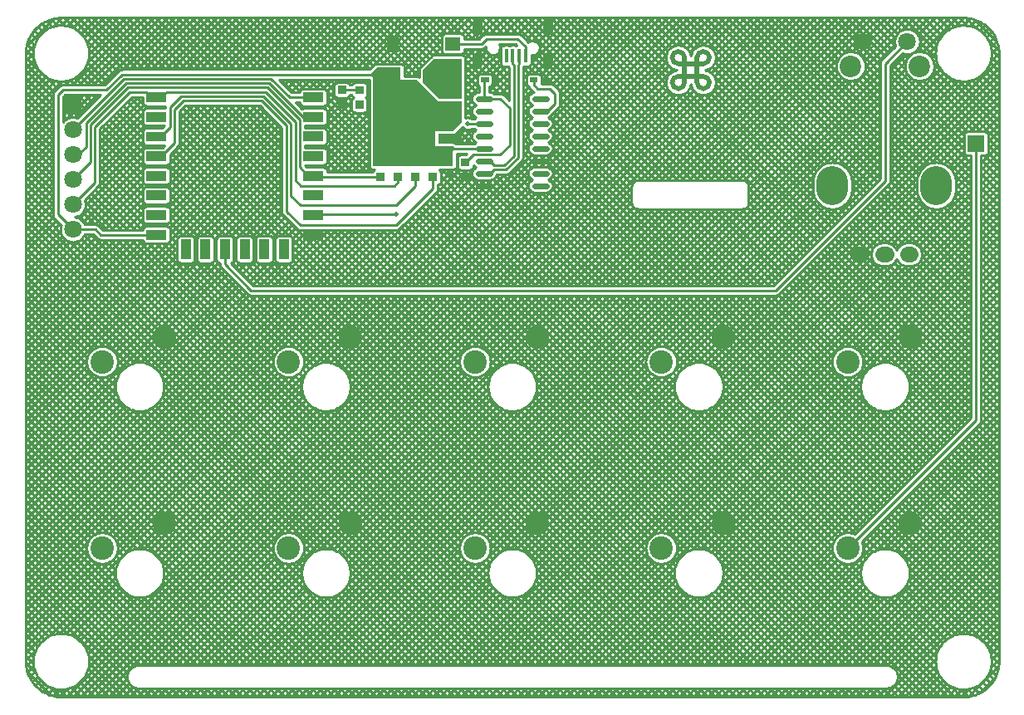
<source format=gtl>
G04 Layer: TopLayer*
G04 EasyEDA v6.5.1, 2022-03-30 12:51:21*
G04 1b3168c556004a9db489dd156287313a,d03eed67808b488db07f83a96349b93e,10*
G04 Gerber Generator version 0.2*
G04 Scale: 100 percent, Rotated: No, Reflected: No *
G04 Dimensions in inches *
G04 leading zeros omitted , absolute positions ,3 integer and 6 decimal *
%FSLAX36Y36*%
%MOIN*%

%ADD10C,0.0100*%
%ADD11C,0.0200*%
%ADD12C,0.0220*%
%ADD13C,0.0197*%
%ADD14C,0.0240*%
%ADD15R,0.0157X0.0551*%
%ADD16R,0.0340X0.0318*%
%ADD17R,0.0510X0.0692*%
%ADD19R,0.0213X0.0311*%
%ADD20R,0.0787X0.0394*%
%ADD21R,0.0394X0.0787*%
%ADD22R,0.0591X0.0526*%
%ADD26C,0.0709*%
%ADD27R,0.0709X0.0709*%
%ADD28C,0.0945*%
%ADD29C,0.0866*%
%ADD30C,0.0394*%
%ADD31C,0.0630*%
%ADD32C,0.1260*%

%LPD*%
G36*
X1655000Y-180000D02*
G01*
X1610000Y-225000D01*
X1610000Y-275000D01*
X1675000Y-340000D01*
X1765000Y-340000D01*
X1765000Y-180000D01*
G37*
G36*
X1425000Y-215000D02*
G01*
X1400000Y-240000D01*
X1400000Y-245000D01*
X1410000Y-255000D01*
X1410000Y-610000D01*
X1730000Y-610000D01*
X1730000Y-550000D01*
X1745000Y-540000D01*
X1730000Y-530000D01*
X1660000Y-530000D01*
X1660000Y-470000D01*
X1730000Y-470000D01*
X1765000Y-435000D01*
X1765000Y-350000D01*
X1670000Y-350000D01*
X1585000Y-265000D01*
X1520000Y-265000D01*
X1520000Y-215000D01*
G37*
D10*
X815500Y-945100D02*
G01*
X815500Y-1005500D01*
X920000Y-1110000D01*
X3025000Y-1110000D01*
X3465000Y-670000D01*
X3465000Y-199400D01*
X3553599Y-110799D01*
X1285000Y-305340D02*
G01*
X1354998Y-305347D01*
X1995590Y-177249D02*
G01*
X1995590Y-200576D01*
X1990787Y-205380D01*
X1990787Y-245380D01*
X1990787Y-576071D01*
X1943865Y-622991D01*
X1897245Y-622991D01*
X1880236Y-640000D01*
X1856909Y-640000D01*
X2021199Y-177300D02*
G01*
X2021199Y-131199D01*
X1990000Y-100000D01*
X1865000Y-100000D01*
X1845000Y-120000D01*
X1730000Y-120000D01*
X3314560Y-2143899D02*
G01*
X3316099Y-2143899D01*
X3830000Y-1630000D01*
X3830000Y-520000D01*
X540000Y-334899D02*
G01*
X559800Y-335100D01*
X582300Y-312500D01*
X977500Y-312500D01*
X1097500Y-432500D01*
X1097500Y-667500D01*
X1120000Y-690000D01*
X1495000Y-690000D01*
X1510000Y-675000D01*
X1510000Y-654699D01*
X205000Y-665000D02*
G01*
X275000Y-595000D01*
X275000Y-445000D01*
X425000Y-295000D01*
X985000Y-295000D01*
X1115000Y-425000D01*
X1115000Y-615000D01*
X1149799Y-649800D01*
X1170000Y-649800D01*
X1502500Y-805000D02*
G01*
X1172299Y-805000D01*
X1170000Y-807300D01*
X1856908Y-440000D02*
G01*
X1790000Y-440000D01*
X1169989Y-649819D02*
G01*
X1174830Y-654659D01*
X1440000Y-654659D01*
X205000Y-865000D02*
G01*
X295000Y-865000D01*
X315999Y-885999D01*
X540000Y-885999D01*
X205000Y-765000D02*
G01*
X292500Y-677500D01*
X292500Y-452500D01*
X432500Y-312500D01*
X500000Y-312500D01*
X522399Y-334899D01*
X540000Y-334899D01*
X1856909Y-540000D02*
G01*
X1725000Y-540000D01*
X205000Y-465000D02*
G01*
X410000Y-260000D01*
X1000000Y-260000D01*
X1074899Y-334899D01*
X1170000Y-334899D01*
X205000Y-565000D02*
G01*
X224899Y-565000D01*
X257500Y-532399D01*
X257500Y-437500D01*
X417500Y-277500D01*
X992500Y-277500D01*
X1128599Y-413600D01*
X1170000Y-413600D01*
X1858540Y-265000D02*
G01*
X1856909Y-266630D01*
X1856909Y-340000D01*
X1743787Y-133787D02*
G01*
X1730000Y-120000D01*
X1502500Y-847500D02*
G01*
X1502500Y-847500D01*
X1650000Y-700000D01*
X1650000Y-654699D01*
X540000Y-571100D02*
G01*
X558899Y-571100D01*
X612500Y-517500D01*
X612500Y-382500D01*
X647500Y-347500D01*
X962500Y-347500D01*
X1062500Y-447500D01*
X1062500Y-792500D01*
X1117500Y-847500D01*
X1502500Y-847500D01*
X540000Y-492300D02*
G01*
X557699Y-492300D01*
X595000Y-455000D01*
X595000Y-375000D01*
X640000Y-330000D01*
X970000Y-330000D01*
X1080000Y-440000D01*
X1080000Y-730000D01*
X1117500Y-767500D01*
X1502500Y-767500D01*
X1580000Y-690000D01*
X1580000Y-654699D01*
X205000Y-865000D02*
G01*
X145000Y-805000D01*
X145000Y-325000D01*
X165000Y-305000D01*
X340000Y-305000D01*
X402500Y-242500D01*
X1477500Y-242500D01*
X1490000Y-255000D01*
X1856899Y-340000D02*
G01*
X1920000Y-340000D01*
X1957500Y-377500D01*
X1957500Y-527500D01*
X1920000Y-565000D01*
X1810699Y-565000D01*
X1780000Y-595700D01*
X1970000Y-177249D02*
G01*
X1970000Y-200576D01*
X1974803Y-205380D01*
X1974803Y-245380D01*
X1974803Y-569450D01*
X1937245Y-607008D01*
X1897245Y-607008D01*
X1880236Y-590000D01*
X1856909Y-590000D01*
X2083100Y-390000D02*
G01*
X2110000Y-390000D01*
X2140000Y-360000D01*
X2140000Y-320000D01*
X2120000Y-300000D01*
X2070000Y-300000D01*
X2055000Y-285000D01*
X2055000Y-265000D01*
D11*
X2710000Y-275000D02*
G01*
X2710000Y-237500D01*
X2710000Y-237500D02*
G01*
X2710000Y-175000D01*
X2635000Y-200000D02*
G01*
X2735000Y-200000D01*
X2635000Y-250000D02*
G01*
X2735000Y-250000D01*
X2660000Y-175000D02*
G01*
X2660000Y-275000D01*
D10*
X1730000Y-514699D02*
G01*
X1675299Y-514699D01*
X1675299Y-514699D02*
G01*
X1675299Y-485300D01*
X1675299Y-485300D02*
G01*
X1730000Y-485300D01*
X1730000Y-485300D02*
G01*
X1731713Y-485203D01*
X1731713Y-485203D02*
G01*
X1733404Y-484916D01*
X1733404Y-484916D02*
G01*
X1735053Y-484441D01*
X1735053Y-484441D02*
G01*
X1736638Y-483784D01*
X1736638Y-483784D02*
G01*
X1738140Y-482954D01*
X1738140Y-482954D02*
G01*
X1739539Y-481961D01*
X1739539Y-481961D02*
G01*
X1740818Y-480818D01*
X1740818Y-480818D02*
G01*
X1768603Y-453034D01*
X1768603Y-453034D02*
G01*
X1769404Y-454421D01*
X1769404Y-454421D02*
G01*
X1772221Y-457778D01*
X1772221Y-457778D02*
G01*
X1775578Y-460595D01*
X1775578Y-460595D02*
G01*
X1779374Y-462787D01*
X1779374Y-462787D02*
G01*
X1783492Y-464286D01*
X1783492Y-464286D02*
G01*
X1787808Y-465047D01*
X1787808Y-465047D02*
G01*
X1792191Y-465047D01*
X1792191Y-465047D02*
G01*
X1796507Y-464286D01*
X1796507Y-464286D02*
G01*
X1800625Y-462787D01*
X1800625Y-462787D02*
G01*
X1804421Y-460595D01*
X1804421Y-460595D02*
G01*
X1804774Y-460300D01*
X1804774Y-460300D02*
G01*
X1814989Y-460300D01*
X1814989Y-460300D02*
G01*
X1815503Y-460772D01*
X1815503Y-460772D02*
G01*
X1819143Y-463150D01*
X1819143Y-463150D02*
G01*
X1823124Y-464897D01*
X1823124Y-464897D02*
G01*
X1823124Y-465102D01*
X1823124Y-465102D02*
G01*
X1819143Y-466849D01*
X1819143Y-466849D02*
G01*
X1815503Y-469227D01*
X1815503Y-469227D02*
G01*
X1812305Y-472171D01*
X1812305Y-472171D02*
G01*
X1809634Y-475602D01*
X1809634Y-475602D02*
G01*
X1807565Y-479425D01*
X1807565Y-479425D02*
G01*
X1806153Y-483537D01*
X1806153Y-483537D02*
G01*
X1805438Y-487826D01*
X1805438Y-487826D02*
G01*
X1805438Y-492173D01*
X1805438Y-492173D02*
G01*
X1806153Y-496462D01*
X1806153Y-496462D02*
G01*
X1807565Y-500574D01*
X1807565Y-500574D02*
G01*
X1809634Y-504397D01*
X1809634Y-504397D02*
G01*
X1812305Y-507828D01*
X1812305Y-507828D02*
G01*
X1815503Y-510772D01*
X1815503Y-510772D02*
G01*
X1819143Y-513150D01*
X1819143Y-513150D02*
G01*
X1823124Y-514897D01*
X1823124Y-514897D02*
G01*
X1823124Y-515102D01*
X1823124Y-515102D02*
G01*
X1819143Y-516849D01*
X1819143Y-516849D02*
G01*
X1815503Y-519227D01*
X1815503Y-519227D02*
G01*
X1814989Y-519699D01*
X1814989Y-519699D02*
G01*
X1742132Y-519699D01*
X1742132Y-519699D02*
G01*
X1738486Y-517269D01*
X1738486Y-517269D02*
G01*
X1736638Y-516215D01*
X1736638Y-516215D02*
G01*
X1735441Y-515700D01*
X1735441Y-515700D02*
G01*
X1733404Y-515083D01*
X1733404Y-515083D02*
G01*
X1732122Y-514848D01*
X1732122Y-514848D02*
G01*
X1730000Y-514699D01*
X1675299Y-502994D02*
G01*
X1687005Y-514699D01*
X1685890Y-485300D02*
G01*
X1715290Y-514699D01*
X1714174Y-485300D02*
G01*
X1748574Y-519699D01*
X1739294Y-482135D02*
G01*
X1776858Y-519699D01*
X1753540Y-468097D02*
G01*
X1805142Y-519699D01*
X1767682Y-453955D02*
G01*
X1805438Y-491711D01*
X1803271Y-461259D02*
G01*
X1813283Y-471271D01*
X1805014Y-519699D02*
G01*
X1814690Y-510023D01*
X1776729Y-519699D02*
G01*
X1805438Y-490991D01*
X1748445Y-519699D02*
G01*
X1807845Y-460300D01*
X1725161Y-514699D02*
G01*
X1777915Y-461945D01*
X1696877Y-514699D02*
G01*
X1726277Y-485300D01*
X1675299Y-507992D02*
G01*
X1697992Y-485300D01*
X1209359Y-614836D02*
G01*
X1143544Y-614836D01*
X1143544Y-614836D02*
G01*
X1135299Y-606591D01*
X1135299Y-606591D02*
G01*
X1135299Y-606064D01*
X1135299Y-606064D02*
G01*
X1209330Y-606064D01*
X1209330Y-606064D02*
G01*
X1212734Y-605681D01*
X1212734Y-605681D02*
G01*
X1215968Y-604549D01*
X1215968Y-604549D02*
G01*
X1218869Y-602726D01*
X1218869Y-602726D02*
G01*
X1221292Y-600304D01*
X1221292Y-600304D02*
G01*
X1223114Y-597403D01*
X1223114Y-597403D02*
G01*
X1224246Y-594169D01*
X1224246Y-594169D02*
G01*
X1224629Y-590765D01*
X1224629Y-590765D02*
G01*
X1224629Y-551395D01*
X1224629Y-551395D02*
G01*
X1224246Y-547990D01*
X1224246Y-547990D02*
G01*
X1223114Y-544756D01*
X1223114Y-544756D02*
G01*
X1221292Y-541855D01*
X1221292Y-541855D02*
G01*
X1218869Y-539432D01*
X1218869Y-539432D02*
G01*
X1215968Y-537610D01*
X1215968Y-537610D02*
G01*
X1212734Y-536478D01*
X1212734Y-536478D02*
G01*
X1209330Y-536095D01*
X1209330Y-536095D02*
G01*
X1135299Y-536095D01*
X1135299Y-536095D02*
G01*
X1135299Y-527325D01*
X1135299Y-527325D02*
G01*
X1209359Y-527325D01*
X1209359Y-527325D02*
G01*
X1212764Y-526941D01*
X1212764Y-526941D02*
G01*
X1215998Y-525809D01*
X1215998Y-525809D02*
G01*
X1218899Y-523987D01*
X1218899Y-523987D02*
G01*
X1221322Y-521564D01*
X1221322Y-521564D02*
G01*
X1223144Y-518663D01*
X1223144Y-518663D02*
G01*
X1224276Y-515429D01*
X1224276Y-515429D02*
G01*
X1224660Y-512024D01*
X1224660Y-512024D02*
G01*
X1224660Y-472654D01*
X1224660Y-472654D02*
G01*
X1224276Y-469250D01*
X1224276Y-469250D02*
G01*
X1223144Y-466016D01*
X1223144Y-466016D02*
G01*
X1221322Y-463115D01*
X1221322Y-463115D02*
G01*
X1218899Y-460693D01*
X1218899Y-460693D02*
G01*
X1215998Y-458870D01*
X1215998Y-458870D02*
G01*
X1212764Y-457738D01*
X1212764Y-457738D02*
G01*
X1209359Y-457354D01*
X1209359Y-457354D02*
G01*
X1135299Y-457354D01*
X1135299Y-457354D02*
G01*
X1135299Y-448584D01*
X1135299Y-448584D02*
G01*
X1209350Y-448584D01*
X1209350Y-448584D02*
G01*
X1212754Y-448201D01*
X1212754Y-448201D02*
G01*
X1215988Y-447069D01*
X1215988Y-447069D02*
G01*
X1218889Y-445246D01*
X1218889Y-445246D02*
G01*
X1221311Y-442824D01*
X1221311Y-442824D02*
G01*
X1223134Y-439923D01*
X1223134Y-439923D02*
G01*
X1224266Y-436689D01*
X1224266Y-436689D02*
G01*
X1224650Y-433285D01*
X1224650Y-433285D02*
G01*
X1224650Y-393915D01*
X1224650Y-393915D02*
G01*
X1224266Y-390510D01*
X1224266Y-390510D02*
G01*
X1223134Y-387276D01*
X1223134Y-387276D02*
G01*
X1221311Y-384375D01*
X1221311Y-384375D02*
G01*
X1218889Y-381952D01*
X1218889Y-381952D02*
G01*
X1215988Y-380130D01*
X1215988Y-380130D02*
G01*
X1212754Y-378998D01*
X1212754Y-378998D02*
G01*
X1209350Y-378614D01*
X1209350Y-378614D02*
G01*
X1130609Y-378614D01*
X1130609Y-378614D02*
G01*
X1127205Y-378998D01*
X1127205Y-378998D02*
G01*
X1123890Y-380181D01*
X1123890Y-380181D02*
G01*
X1098908Y-355199D01*
X1098908Y-355199D02*
G01*
X1115393Y-355199D01*
X1115393Y-355199D02*
G01*
X1115703Y-357949D01*
X1115703Y-357949D02*
G01*
X1116835Y-361183D01*
X1116835Y-361183D02*
G01*
X1118657Y-364084D01*
X1118657Y-364084D02*
G01*
X1121080Y-366507D01*
X1121080Y-366507D02*
G01*
X1123981Y-368329D01*
X1123981Y-368329D02*
G01*
X1127215Y-369461D01*
X1127215Y-369461D02*
G01*
X1130619Y-369845D01*
X1130619Y-369845D02*
G01*
X1209359Y-369845D01*
X1209359Y-369845D02*
G01*
X1212764Y-369461D01*
X1212764Y-369461D02*
G01*
X1215998Y-368329D01*
X1215998Y-368329D02*
G01*
X1218899Y-366507D01*
X1218899Y-366507D02*
G01*
X1221322Y-364084D01*
X1221322Y-364084D02*
G01*
X1223144Y-361183D01*
X1223144Y-361183D02*
G01*
X1224276Y-357949D01*
X1224276Y-357949D02*
G01*
X1224660Y-354544D01*
X1224660Y-354544D02*
G01*
X1224660Y-315174D01*
X1224660Y-315174D02*
G01*
X1224276Y-311770D01*
X1224276Y-311770D02*
G01*
X1223144Y-308536D01*
X1223144Y-308536D02*
G01*
X1221322Y-305635D01*
X1221322Y-305635D02*
G01*
X1218899Y-303213D01*
X1218899Y-303213D02*
G01*
X1215998Y-301390D01*
X1215998Y-301390D02*
G01*
X1212764Y-300258D01*
X1212764Y-300258D02*
G01*
X1209359Y-299875D01*
X1209359Y-299875D02*
G01*
X1130619Y-299875D01*
X1130619Y-299875D02*
G01*
X1127215Y-300258D01*
X1127215Y-300258D02*
G01*
X1123981Y-301390D01*
X1123981Y-301390D02*
G01*
X1121080Y-303213D01*
X1121080Y-303213D02*
G01*
X1118657Y-305635D01*
X1118657Y-305635D02*
G01*
X1116835Y-308536D01*
X1116835Y-308536D02*
G01*
X1115703Y-311770D01*
X1115703Y-311770D02*
G01*
X1115384Y-314600D01*
X1115384Y-314600D02*
G01*
X1083308Y-314600D01*
X1083308Y-314600D02*
G01*
X1031508Y-262800D01*
X1031508Y-262800D02*
G01*
X1394700Y-262800D01*
X1394700Y-262800D02*
G01*
X1394700Y-610000D01*
X1394700Y-610000D02*
G01*
X1395083Y-613404D01*
X1395083Y-613404D02*
G01*
X1396215Y-616638D01*
X1396215Y-616638D02*
G01*
X1398037Y-619539D01*
X1398037Y-619539D02*
G01*
X1400460Y-621961D01*
X1400460Y-621961D02*
G01*
X1403361Y-623784D01*
X1403361Y-623784D02*
G01*
X1406595Y-624916D01*
X1406595Y-624916D02*
G01*
X1410000Y-625300D01*
X1410000Y-625300D02*
G01*
X1415867Y-625300D01*
X1415867Y-625300D02*
G01*
X1413452Y-626817D01*
X1413452Y-626817D02*
G01*
X1411030Y-629240D01*
X1411030Y-629240D02*
G01*
X1409207Y-632141D01*
X1409207Y-632141D02*
G01*
X1408430Y-634360D01*
X1408430Y-634360D02*
G01*
X1224660Y-634360D01*
X1224660Y-634360D02*
G01*
X1224660Y-630136D01*
X1224660Y-630136D02*
G01*
X1224276Y-626731D01*
X1224276Y-626731D02*
G01*
X1223144Y-623497D01*
X1223144Y-623497D02*
G01*
X1221322Y-620596D01*
X1221322Y-620596D02*
G01*
X1218899Y-618173D01*
X1218899Y-618173D02*
G01*
X1215998Y-616351D01*
X1215998Y-616351D02*
G01*
X1212764Y-615219D01*
X1212764Y-615219D02*
G01*
X1209359Y-614836D01*
X1254207Y-327858D02*
G01*
X1256030Y-330759D01*
X1256030Y-330759D02*
G01*
X1258452Y-333182D01*
X1258452Y-333182D02*
G01*
X1261353Y-335005D01*
X1261353Y-335005D02*
G01*
X1264587Y-336136D01*
X1264587Y-336136D02*
G01*
X1267992Y-336520D01*
X1267992Y-336520D02*
G01*
X1302007Y-336520D01*
X1302007Y-336520D02*
G01*
X1305412Y-336136D01*
X1305412Y-336136D02*
G01*
X1308646Y-335005D01*
X1308646Y-335005D02*
G01*
X1311547Y-333182D01*
X1311547Y-333182D02*
G01*
X1313969Y-330759D01*
X1313969Y-330759D02*
G01*
X1315792Y-327858D01*
X1315792Y-327858D02*
G01*
X1316568Y-325643D01*
X1316568Y-325643D02*
G01*
X1323432Y-325643D01*
X1323432Y-325643D02*
G01*
X1324207Y-327858D01*
X1324207Y-327858D02*
G01*
X1326030Y-330759D01*
X1326030Y-330759D02*
G01*
X1328452Y-333182D01*
X1328452Y-333182D02*
G01*
X1331345Y-335000D01*
X1331345Y-335000D02*
G01*
X1328452Y-336817D01*
X1328452Y-336817D02*
G01*
X1326030Y-339240D01*
X1326030Y-339240D02*
G01*
X1324207Y-342141D01*
X1324207Y-342141D02*
G01*
X1323075Y-345374D01*
X1323075Y-345374D02*
G01*
X1322691Y-348779D01*
X1322691Y-348779D02*
G01*
X1322691Y-380530D01*
X1322691Y-380530D02*
G01*
X1323075Y-383935D01*
X1323075Y-383935D02*
G01*
X1324207Y-387168D01*
X1324207Y-387168D02*
G01*
X1326030Y-390069D01*
X1326030Y-390069D02*
G01*
X1328452Y-392492D01*
X1328452Y-392492D02*
G01*
X1331353Y-394315D01*
X1331353Y-394315D02*
G01*
X1334587Y-395446D01*
X1334587Y-395446D02*
G01*
X1337992Y-395830D01*
X1337992Y-395830D02*
G01*
X1372007Y-395830D01*
X1372007Y-395830D02*
G01*
X1375412Y-395446D01*
X1375412Y-395446D02*
G01*
X1378646Y-394315D01*
X1378646Y-394315D02*
G01*
X1381547Y-392492D01*
X1381547Y-392492D02*
G01*
X1383969Y-390069D01*
X1383969Y-390069D02*
G01*
X1385792Y-387168D01*
X1385792Y-387168D02*
G01*
X1386924Y-383935D01*
X1386924Y-383935D02*
G01*
X1387308Y-380530D01*
X1387308Y-380530D02*
G01*
X1387308Y-348779D01*
X1387308Y-348779D02*
G01*
X1386924Y-345374D01*
X1386924Y-345374D02*
G01*
X1385792Y-342141D01*
X1385792Y-342141D02*
G01*
X1383969Y-339240D01*
X1383969Y-339240D02*
G01*
X1381547Y-336817D01*
X1381547Y-336817D02*
G01*
X1378654Y-335000D01*
X1378654Y-335000D02*
G01*
X1381547Y-333182D01*
X1381547Y-333182D02*
G01*
X1383969Y-330759D01*
X1383969Y-330759D02*
G01*
X1385792Y-327858D01*
X1385792Y-327858D02*
G01*
X1386924Y-324625D01*
X1386924Y-324625D02*
G01*
X1387308Y-321220D01*
X1387308Y-321220D02*
G01*
X1387308Y-289469D01*
X1387308Y-289469D02*
G01*
X1386924Y-286064D01*
X1386924Y-286064D02*
G01*
X1385792Y-282831D01*
X1385792Y-282831D02*
G01*
X1383969Y-279930D01*
X1383969Y-279930D02*
G01*
X1381547Y-277507D01*
X1381547Y-277507D02*
G01*
X1378646Y-275684D01*
X1378646Y-275684D02*
G01*
X1375412Y-274553D01*
X1375412Y-274553D02*
G01*
X1372007Y-274169D01*
X1372007Y-274169D02*
G01*
X1337992Y-274169D01*
X1337992Y-274169D02*
G01*
X1334587Y-274553D01*
X1334587Y-274553D02*
G01*
X1331353Y-275684D01*
X1331353Y-275684D02*
G01*
X1328452Y-277507D01*
X1328452Y-277507D02*
G01*
X1326030Y-279930D01*
X1326030Y-279930D02*
G01*
X1324207Y-282831D01*
X1324207Y-282831D02*
G01*
X1323432Y-285043D01*
X1323432Y-285043D02*
G01*
X1316566Y-285043D01*
X1316566Y-285043D02*
G01*
X1315792Y-282831D01*
X1315792Y-282831D02*
G01*
X1313969Y-279930D01*
X1313969Y-279930D02*
G01*
X1311547Y-277507D01*
X1311547Y-277507D02*
G01*
X1308646Y-275684D01*
X1308646Y-275684D02*
G01*
X1305412Y-274553D01*
X1305412Y-274553D02*
G01*
X1302007Y-274169D01*
X1302007Y-274169D02*
G01*
X1267992Y-274169D01*
X1267992Y-274169D02*
G01*
X1264587Y-274553D01*
X1264587Y-274553D02*
G01*
X1261353Y-275684D01*
X1261353Y-275684D02*
G01*
X1258452Y-277507D01*
X1258452Y-277507D02*
G01*
X1256030Y-279930D01*
X1256030Y-279930D02*
G01*
X1254207Y-282831D01*
X1254207Y-282831D02*
G01*
X1253075Y-286064D01*
X1253075Y-286064D02*
G01*
X1252691Y-289469D01*
X1252691Y-289469D02*
G01*
X1252691Y-321220D01*
X1252691Y-321220D02*
G01*
X1253075Y-324625D01*
X1253075Y-324625D02*
G01*
X1254207Y-327858D01*
X1156116Y-606064D02*
G01*
X1164887Y-614836D01*
X1184401Y-606064D02*
G01*
X1193172Y-614836D01*
X1135299Y-528679D02*
G01*
X1142715Y-536095D01*
X1212345Y-605725D02*
G01*
X1240980Y-634360D01*
X1162229Y-527325D02*
G01*
X1170999Y-536095D01*
X1224629Y-589725D02*
G01*
X1269264Y-634360D01*
X1190514Y-527325D02*
G01*
X1199283Y-536095D01*
X1224629Y-561440D02*
G01*
X1297548Y-634360D01*
X1140058Y-448584D02*
G01*
X1148828Y-457354D01*
X1216787Y-525314D02*
G01*
X1325833Y-634360D01*
X1168342Y-448584D02*
G01*
X1177112Y-457354D01*
X1224660Y-504902D02*
G01*
X1354117Y-634360D01*
X1103241Y-355199D02*
G01*
X1127083Y-379041D01*
X1196626Y-448584D02*
G01*
X1205396Y-457354D01*
X1224660Y-476618D02*
G01*
X1382401Y-634360D01*
X1039126Y-262800D02*
G01*
X1090926Y-314600D01*
X1146171Y-369845D02*
G01*
X1154941Y-378614D01*
X1220231Y-443905D02*
G01*
X1409015Y-632689D01*
X1067410Y-262800D02*
G01*
X1115879Y-311268D01*
X1174455Y-369845D02*
G01*
X1183225Y-378614D01*
X1224650Y-420039D02*
G01*
X1394700Y-590089D01*
X1095694Y-262800D02*
G01*
X1132769Y-299875D01*
X1202739Y-369845D02*
G01*
X1211783Y-378889D01*
X1224375Y-391481D02*
G01*
X1394700Y-561805D01*
X1123978Y-262800D02*
G01*
X1161053Y-299875D01*
X1222842Y-361664D02*
G01*
X1394700Y-533521D01*
X1152263Y-262800D02*
G01*
X1189338Y-299875D01*
X1224660Y-335196D02*
G01*
X1394700Y-505236D01*
X1180547Y-262800D02*
G01*
X1394700Y-476952D01*
X1208831Y-262800D02*
G01*
X1252691Y-306660D01*
X1282552Y-336520D02*
G01*
X1322691Y-376660D01*
X1341862Y-395830D02*
G01*
X1394700Y-448668D01*
X1237115Y-262800D02*
G01*
X1255341Y-281025D01*
X1309060Y-334744D02*
G01*
X1322732Y-348416D01*
X1370146Y-395830D02*
G01*
X1394700Y-420383D01*
X1265400Y-262800D02*
G01*
X1276769Y-274169D01*
X1386823Y-384223D02*
G01*
X1394700Y-392099D01*
X1293684Y-262800D02*
G01*
X1305451Y-274566D01*
X1387308Y-356423D02*
G01*
X1394700Y-363815D01*
X1321968Y-262800D02*
G01*
X1333946Y-274777D01*
X1386112Y-326944D02*
G01*
X1394700Y-335531D01*
X1350253Y-262800D02*
G01*
X1361622Y-274169D01*
X1387308Y-299854D02*
G01*
X1394700Y-307246D01*
X1378537Y-262800D02*
G01*
X1394700Y-278962D01*
X1407511Y-634360D02*
G01*
X1408925Y-632946D01*
X1379227Y-634360D02*
G01*
X1396498Y-617089D01*
X1350942Y-634360D02*
G01*
X1394700Y-590603D01*
X1322658Y-634360D02*
G01*
X1394700Y-562318D01*
X1294374Y-634360D02*
G01*
X1394700Y-534034D01*
X1266090Y-634360D02*
G01*
X1394700Y-505750D01*
X1237806Y-634360D02*
G01*
X1394700Y-477465D01*
X1222079Y-621802D02*
G01*
X1394700Y-449181D01*
X1200761Y-614836D02*
G01*
X1209558Y-606039D01*
X1224604Y-590993D02*
G01*
X1394700Y-420897D01*
X1172477Y-614836D02*
G01*
X1181248Y-606064D01*
X1224629Y-562683D02*
G01*
X1394700Y-392613D01*
X1144192Y-614836D02*
G01*
X1152963Y-606064D01*
X1219232Y-539796D02*
G01*
X1363198Y-395830D01*
X1387308Y-371720D02*
G01*
X1394700Y-364328D01*
X1194649Y-536095D02*
G01*
X1203419Y-527325D01*
X1224660Y-506084D02*
G01*
X1335225Y-395518D01*
X1386521Y-344223D02*
G01*
X1394700Y-336044D01*
X1166365Y-536095D02*
G01*
X1175135Y-527325D01*
X1224660Y-477800D02*
G01*
X1322691Y-379768D01*
X1387308Y-315152D02*
G01*
X1394700Y-307760D01*
X1138081Y-536095D02*
G01*
X1146851Y-527325D01*
X1215485Y-458690D02*
G01*
X1322691Y-351484D01*
X1387044Y-287131D02*
G01*
X1394700Y-279476D01*
X1188536Y-457354D02*
G01*
X1197306Y-448584D01*
X1224650Y-421241D02*
G01*
X1320248Y-325643D01*
X1371722Y-274169D02*
G01*
X1383091Y-262800D01*
X1160252Y-457354D02*
G01*
X1169022Y-448584D01*
X1224552Y-393054D02*
G01*
X1281086Y-336520D01*
X1343437Y-274169D02*
G01*
X1354807Y-262800D01*
X1135299Y-454023D02*
G01*
X1140738Y-448584D01*
X1210570Y-378752D02*
G01*
X1257296Y-332026D01*
X1311681Y-277641D02*
G01*
X1326523Y-262800D01*
X1182424Y-378614D02*
G01*
X1191193Y-369845D01*
X1224660Y-336379D02*
G01*
X1252691Y-308346D01*
X1286869Y-274169D02*
G01*
X1298239Y-262800D01*
X1154139Y-378614D02*
G01*
X1162909Y-369845D01*
X1223423Y-309331D02*
G01*
X1269954Y-262800D01*
X1124510Y-379960D02*
G01*
X1134625Y-369845D01*
X1204595Y-299875D02*
G01*
X1241670Y-262800D01*
X1109947Y-366238D02*
G01*
X1116360Y-359825D01*
X1176311Y-299875D02*
G01*
X1213386Y-262800D01*
X1148026Y-299875D02*
G01*
X1185101Y-262800D01*
X1105017Y-314600D02*
G01*
X1156817Y-262800D01*
X1080020Y-311312D02*
G01*
X1128533Y-262800D01*
X1065878Y-297170D02*
G01*
X1100249Y-262800D01*
X1051736Y-283028D02*
G01*
X1071964Y-262800D01*
X1037594Y-268886D02*
G01*
X1043680Y-262800D01*
X165300Y-433509D02*
G01*
X165300Y-333408D01*
X165300Y-333408D02*
G01*
X173408Y-325300D01*
X173408Y-325300D02*
G01*
X315991Y-325300D01*
X315991Y-325300D02*
G01*
X223448Y-417843D01*
X223448Y-417843D02*
G01*
X220379Y-416654D01*
X220379Y-416654D02*
G01*
X214322Y-415130D01*
X214322Y-415130D02*
G01*
X208123Y-414363D01*
X208123Y-414363D02*
G01*
X201876Y-414363D01*
X201876Y-414363D02*
G01*
X195677Y-415130D01*
X195677Y-415130D02*
G01*
X189620Y-416654D01*
X189620Y-416654D02*
G01*
X183795Y-418910D01*
X183795Y-418910D02*
G01*
X178292Y-421865D01*
X178292Y-421865D02*
G01*
X173194Y-425474D01*
X173194Y-425474D02*
G01*
X168578Y-429683D01*
X168578Y-429683D02*
G01*
X165300Y-433509D01*
X165300Y-407207D02*
G01*
X179376Y-421284D01*
X165300Y-378923D02*
G01*
X200865Y-414488D01*
X165300Y-350639D02*
G01*
X227976Y-413315D01*
X170826Y-327881D02*
G01*
X242118Y-399173D01*
X196529Y-325300D02*
G01*
X256260Y-385030D01*
X224813Y-325300D02*
G01*
X270402Y-370888D01*
X253097Y-325300D02*
G01*
X284544Y-356746D01*
X281382Y-325300D02*
G01*
X298686Y-342604D01*
X309666Y-325300D02*
G01*
X312829Y-328462D01*
X212725Y-414933D02*
G01*
X302357Y-325300D01*
X175606Y-423767D02*
G01*
X274073Y-325300D01*
X165300Y-405789D02*
G01*
X245789Y-325300D01*
X165300Y-377505D02*
G01*
X217505Y-325300D01*
X165300Y-349220D02*
G01*
X189220Y-325300D01*
X67757Y-2708709D02*
G01*
X60440Y-2702329D01*
X60440Y-2702329D02*
G01*
X53575Y-2695465D01*
X53575Y-2695465D02*
G01*
X47195Y-2688148D01*
X47195Y-2688148D02*
G01*
X41329Y-2680412D01*
X41329Y-2680412D02*
G01*
X36005Y-2672295D01*
X36005Y-2672295D02*
G01*
X31247Y-2663833D01*
X31247Y-2663833D02*
G01*
X27078Y-2655066D01*
X27078Y-2655066D02*
G01*
X23517Y-2646035D01*
X23517Y-2646035D02*
G01*
X20580Y-2636782D01*
X20580Y-2636782D02*
G01*
X18282Y-2627350D01*
X18282Y-2627350D02*
G01*
X16632Y-2617784D01*
X16632Y-2617784D02*
G01*
X15639Y-2608127D01*
X15639Y-2608127D02*
G01*
X15300Y-2598172D01*
X15300Y-2598172D02*
G01*
X15300Y-157732D01*
X15300Y-157732D02*
G01*
X15640Y-147777D01*
X15640Y-147777D02*
G01*
X16632Y-138121D01*
X16632Y-138121D02*
G01*
X18282Y-128554D01*
X18282Y-128554D02*
G01*
X20580Y-119122D01*
X20580Y-119122D02*
G01*
X23517Y-109869D01*
X23517Y-109869D02*
G01*
X27078Y-100838D01*
X27078Y-100838D02*
G01*
X31248Y-92071D01*
X31248Y-92071D02*
G01*
X36006Y-83609D01*
X36006Y-83609D02*
G01*
X41330Y-75492D01*
X41330Y-75492D02*
G01*
X47196Y-67757D01*
X47196Y-67757D02*
G01*
X53576Y-60440D01*
X53576Y-60440D02*
G01*
X60440Y-53576D01*
X60440Y-53576D02*
G01*
X67757Y-47196D01*
X67757Y-47196D02*
G01*
X75492Y-41330D01*
X75492Y-41330D02*
G01*
X83609Y-36006D01*
X83609Y-36006D02*
G01*
X92071Y-31248D01*
X92071Y-31248D02*
G01*
X100838Y-27078D01*
X100838Y-27078D02*
G01*
X109869Y-23517D01*
X109869Y-23517D02*
G01*
X119122Y-20580D01*
X119122Y-20580D02*
G01*
X128554Y-18282D01*
X128554Y-18282D02*
G01*
X138121Y-16632D01*
X138121Y-16632D02*
G01*
X147777Y-15640D01*
X147777Y-15640D02*
G01*
X157732Y-15300D01*
X157732Y-15300D02*
G01*
X3779275Y-15300D01*
X3779275Y-15300D02*
G01*
X3789230Y-15640D01*
X3789230Y-15640D02*
G01*
X3798887Y-16632D01*
X3798887Y-16632D02*
G01*
X3808453Y-18282D01*
X3808453Y-18282D02*
G01*
X3817885Y-20580D01*
X3817885Y-20580D02*
G01*
X3827138Y-23517D01*
X3827138Y-23517D02*
G01*
X3836169Y-27078D01*
X3836169Y-27078D02*
G01*
X3844936Y-31248D01*
X3844936Y-31248D02*
G01*
X3853397Y-36006D01*
X3853397Y-36006D02*
G01*
X3861515Y-41330D01*
X3861515Y-41330D02*
G01*
X3869250Y-47196D01*
X3869250Y-47196D02*
G01*
X3876567Y-53576D01*
X3876567Y-53576D02*
G01*
X3883431Y-60440D01*
X3883431Y-60440D02*
G01*
X3889811Y-67757D01*
X3889811Y-67757D02*
G01*
X3895677Y-75492D01*
X3895677Y-75492D02*
G01*
X3901001Y-83609D01*
X3901001Y-83609D02*
G01*
X3905759Y-92071D01*
X3905759Y-92071D02*
G01*
X3909929Y-100838D01*
X3909929Y-100838D02*
G01*
X3913490Y-109869D01*
X3913490Y-109869D02*
G01*
X3916427Y-119122D01*
X3916427Y-119122D02*
G01*
X3918725Y-128554D01*
X3918725Y-128554D02*
G01*
X3920375Y-138121D01*
X3920375Y-138121D02*
G01*
X3921367Y-147777D01*
X3921367Y-147777D02*
G01*
X3921707Y-157732D01*
X3921707Y-157732D02*
G01*
X3921707Y-2598172D01*
X3921707Y-2598172D02*
G01*
X3921368Y-2608127D01*
X3921368Y-2608127D02*
G01*
X3920375Y-2617784D01*
X3920375Y-2617784D02*
G01*
X3918725Y-2627350D01*
X3918725Y-2627350D02*
G01*
X3916427Y-2636782D01*
X3916427Y-2636782D02*
G01*
X3913490Y-2646035D01*
X3913490Y-2646035D02*
G01*
X3909929Y-2655066D01*
X3909929Y-2655066D02*
G01*
X3905760Y-2663833D01*
X3905760Y-2663833D02*
G01*
X3901002Y-2672295D01*
X3901002Y-2672295D02*
G01*
X3895677Y-2680412D01*
X3895677Y-2680412D02*
G01*
X3889812Y-2688148D01*
X3889812Y-2688148D02*
G01*
X3883432Y-2695465D01*
X3883432Y-2695465D02*
G01*
X3876567Y-2702329D01*
X3876567Y-2702329D02*
G01*
X3869250Y-2708709D01*
X3869250Y-2708709D02*
G01*
X3861515Y-2714575D01*
X3861515Y-2714575D02*
G01*
X3853398Y-2719899D01*
X3853398Y-2719899D02*
G01*
X3844936Y-2724657D01*
X3844936Y-2724657D02*
G01*
X3836169Y-2728827D01*
X3836169Y-2728827D02*
G01*
X3827138Y-2732388D01*
X3827138Y-2732388D02*
G01*
X3817885Y-2735325D01*
X3817885Y-2735325D02*
G01*
X3808453Y-2737623D01*
X3808453Y-2737623D02*
G01*
X3798887Y-2739273D01*
X3798887Y-2739273D02*
G01*
X3789230Y-2740265D01*
X3789230Y-2740265D02*
G01*
X3779275Y-2740605D01*
X3779275Y-2740605D02*
G01*
X157732Y-2740605D01*
X157732Y-2740605D02*
G01*
X147777Y-2740265D01*
X147777Y-2740265D02*
G01*
X138120Y-2739273D01*
X138120Y-2739273D02*
G01*
X128554Y-2737623D01*
X128554Y-2737623D02*
G01*
X119122Y-2735325D01*
X119122Y-2735325D02*
G01*
X109869Y-2732388D01*
X109869Y-2732388D02*
G01*
X100838Y-2728827D01*
X100838Y-2728827D02*
G01*
X92071Y-2724657D01*
X92071Y-2724657D02*
G01*
X83609Y-2719899D01*
X83609Y-2719899D02*
G01*
X75492Y-2714575D01*
X75492Y-2714575D02*
G01*
X67757Y-2708709D01*
X435643Y-2692858D02*
G01*
X440213Y-2696866D01*
X440213Y-2696866D02*
G01*
X445268Y-2700243D01*
X445268Y-2700243D02*
G01*
X450719Y-2702931D01*
X450719Y-2702931D02*
G01*
X456475Y-2704885D01*
X456475Y-2704885D02*
G01*
X462437Y-2706071D01*
X462437Y-2706071D02*
G01*
X468503Y-2706469D01*
X468503Y-2706469D02*
G01*
X3468504Y-2706469D01*
X3468504Y-2706469D02*
G01*
X3474569Y-2706071D01*
X3474569Y-2706071D02*
G01*
X3480531Y-2704885D01*
X3480531Y-2704885D02*
G01*
X3486287Y-2702931D01*
X3486287Y-2702931D02*
G01*
X3491738Y-2700243D01*
X3491738Y-2700243D02*
G01*
X3496793Y-2696866D01*
X3496793Y-2696866D02*
G01*
X3501363Y-2692858D01*
X3501363Y-2692858D02*
G01*
X3505371Y-2688288D01*
X3505371Y-2688288D02*
G01*
X3508748Y-2683234D01*
X3508748Y-2683234D02*
G01*
X3511436Y-2677782D01*
X3511436Y-2677782D02*
G01*
X3513390Y-2672026D01*
X3513390Y-2672026D02*
G01*
X3514576Y-2666064D01*
X3514576Y-2666064D02*
G01*
X3514974Y-2659998D01*
X3514974Y-2659998D02*
G01*
X3514576Y-2653933D01*
X3514576Y-2653933D02*
G01*
X3513390Y-2647971D01*
X3513390Y-2647971D02*
G01*
X3511436Y-2642215D01*
X3511436Y-2642215D02*
G01*
X3508748Y-2636763D01*
X3508748Y-2636763D02*
G01*
X3505371Y-2631709D01*
X3505371Y-2631709D02*
G01*
X3501363Y-2627139D01*
X3501363Y-2627139D02*
G01*
X3496793Y-2623131D01*
X3496793Y-2623131D02*
G01*
X3491738Y-2619754D01*
X3491738Y-2619754D02*
G01*
X3486287Y-2617066D01*
X3486287Y-2617066D02*
G01*
X3480531Y-2615112D01*
X3480531Y-2615112D02*
G01*
X3474569Y-2613926D01*
X3474569Y-2613926D02*
G01*
X3468504Y-2613528D01*
X3468504Y-2613528D02*
G01*
X468503Y-2613528D01*
X468503Y-2613528D02*
G01*
X462437Y-2613926D01*
X462437Y-2613926D02*
G01*
X456475Y-2615112D01*
X456475Y-2615112D02*
G01*
X450719Y-2617066D01*
X450719Y-2617066D02*
G01*
X445268Y-2619754D01*
X445268Y-2619754D02*
G01*
X440213Y-2623131D01*
X440213Y-2623131D02*
G01*
X435643Y-2627139D01*
X435643Y-2627139D02*
G01*
X431635Y-2631709D01*
X431635Y-2631709D02*
G01*
X428258Y-2636763D01*
X428258Y-2636763D02*
G01*
X425570Y-2642215D01*
X425570Y-2642215D02*
G01*
X423616Y-2647971D01*
X423616Y-2647971D02*
G01*
X422430Y-2653933D01*
X422430Y-2653933D02*
G01*
X422033Y-2659998D01*
X422033Y-2659998D02*
G01*
X422430Y-2666064D01*
X422430Y-2666064D02*
G01*
X423616Y-2672026D01*
X423616Y-2672026D02*
G01*
X425570Y-2677782D01*
X425570Y-2677782D02*
G01*
X428258Y-2683234D01*
X428258Y-2683234D02*
G01*
X431635Y-2688288D01*
X431635Y-2688288D02*
G01*
X435643Y-2692858D01*
X798621Y-1016778D02*
G01*
X801145Y-1019854D01*
X801145Y-1019854D02*
G01*
X905645Y-1124354D01*
X905645Y-1124354D02*
G01*
X908721Y-1126878D01*
X908721Y-1126878D02*
G01*
X912231Y-1128754D01*
X912231Y-1128754D02*
G01*
X916039Y-1129909D01*
X916039Y-1129909D02*
G01*
X920000Y-1130300D01*
X920000Y-1130300D02*
G01*
X3025000Y-1130300D01*
X3025000Y-1130300D02*
G01*
X3028960Y-1129909D01*
X3028960Y-1129909D02*
G01*
X3032768Y-1128754D01*
X3032768Y-1128754D02*
G01*
X3036278Y-1126878D01*
X3036278Y-1126878D02*
G01*
X3039354Y-1124354D01*
X3039354Y-1124354D02*
G01*
X3479354Y-684354D01*
X3479354Y-684354D02*
G01*
X3481878Y-681278D01*
X3481878Y-681278D02*
G01*
X3483754Y-677768D01*
X3483754Y-677768D02*
G01*
X3484909Y-673960D01*
X3484909Y-673960D02*
G01*
X3485299Y-670000D01*
X3485299Y-670000D02*
G01*
X3485299Y-207808D01*
X3485299Y-207808D02*
G01*
X3535140Y-157967D01*
X3535140Y-157967D02*
G01*
X3536726Y-158639D01*
X3536726Y-158639D02*
G01*
X3542734Y-160348D01*
X3542734Y-160348D02*
G01*
X3548906Y-161306D01*
X3548906Y-161306D02*
G01*
X3555150Y-161498D01*
X3555150Y-161498D02*
G01*
X3561369Y-160922D01*
X3561369Y-160922D02*
G01*
X3567471Y-159586D01*
X3567471Y-159586D02*
G01*
X3573362Y-157510D01*
X3573362Y-157510D02*
G01*
X3578954Y-154726D01*
X3578954Y-154726D02*
G01*
X3584161Y-151275D01*
X3584161Y-151275D02*
G01*
X3588905Y-147211D01*
X3588905Y-147211D02*
G01*
X3593113Y-142595D01*
X3593113Y-142595D02*
G01*
X3596722Y-137497D01*
X3596722Y-137497D02*
G01*
X3599677Y-131994D01*
X3599677Y-131994D02*
G01*
X3601933Y-126169D01*
X3601933Y-126169D02*
G01*
X3603457Y-120112D01*
X3603457Y-120112D02*
G01*
X3604224Y-113913D01*
X3604224Y-113913D02*
G01*
X3604224Y-107666D01*
X3604224Y-107666D02*
G01*
X3603457Y-101467D01*
X3603457Y-101467D02*
G01*
X3601933Y-95410D01*
X3601933Y-95410D02*
G01*
X3599677Y-89585D01*
X3599677Y-89585D02*
G01*
X3596722Y-84082D01*
X3596722Y-84082D02*
G01*
X3593113Y-78984D01*
X3593113Y-78984D02*
G01*
X3588905Y-74368D01*
X3588905Y-74368D02*
G01*
X3584161Y-70304D01*
X3584161Y-70304D02*
G01*
X3578954Y-66853D01*
X3578954Y-66853D02*
G01*
X3573362Y-64069D01*
X3573362Y-64069D02*
G01*
X3567471Y-61993D01*
X3567471Y-61993D02*
G01*
X3561369Y-60657D01*
X3561369Y-60657D02*
G01*
X3555150Y-60081D01*
X3555150Y-60081D02*
G01*
X3548906Y-60273D01*
X3548906Y-60273D02*
G01*
X3542734Y-61231D01*
X3542734Y-61231D02*
G01*
X3536726Y-62940D01*
X3536726Y-62940D02*
G01*
X3530974Y-65375D01*
X3530974Y-65375D02*
G01*
X3525564Y-68498D01*
X3525564Y-68498D02*
G01*
X3520580Y-72263D01*
X3520580Y-72263D02*
G01*
X3516095Y-76611D01*
X3516095Y-76611D02*
G01*
X3512179Y-81477D01*
X3512179Y-81477D02*
G01*
X3508891Y-86788D01*
X3508891Y-86788D02*
G01*
X3506280Y-92463D01*
X3506280Y-92463D02*
G01*
X3504387Y-98415D01*
X3504387Y-98415D02*
G01*
X3503239Y-104555D01*
X3503239Y-104555D02*
G01*
X3502854Y-110790D01*
X3502854Y-110790D02*
G01*
X3503239Y-117024D01*
X3503239Y-117024D02*
G01*
X3504387Y-123164D01*
X3504387Y-123164D02*
G01*
X3506373Y-129317D01*
X3506373Y-129317D02*
G01*
X3450645Y-185045D01*
X3450645Y-185045D02*
G01*
X3448121Y-188121D01*
X3448121Y-188121D02*
G01*
X3446245Y-191631D01*
X3446245Y-191631D02*
G01*
X3445090Y-195439D01*
X3445090Y-195439D02*
G01*
X3444700Y-199400D01*
X3444700Y-199400D02*
G01*
X3444700Y-661591D01*
X3444700Y-661591D02*
G01*
X3016591Y-1089699D01*
X3016591Y-1089699D02*
G01*
X928408Y-1089699D01*
X928408Y-1089699D02*
G01*
X838142Y-999433D01*
X838142Y-999433D02*
G01*
X838599Y-999382D01*
X838599Y-999382D02*
G01*
X841833Y-998250D01*
X841833Y-998250D02*
G01*
X844734Y-996428D01*
X844734Y-996428D02*
G01*
X847156Y-994005D01*
X847156Y-994005D02*
G01*
X848979Y-991104D01*
X848979Y-991104D02*
G01*
X850111Y-987870D01*
X850111Y-987870D02*
G01*
X850495Y-984466D01*
X850495Y-984466D02*
G01*
X850495Y-905725D01*
X850495Y-905725D02*
G01*
X850111Y-902321D01*
X850111Y-902321D02*
G01*
X848979Y-899087D01*
X848979Y-899087D02*
G01*
X847156Y-896186D01*
X847156Y-896186D02*
G01*
X844734Y-893764D01*
X844734Y-893764D02*
G01*
X841833Y-891941D01*
X841833Y-891941D02*
G01*
X838599Y-890809D01*
X838599Y-890809D02*
G01*
X835195Y-890426D01*
X835195Y-890426D02*
G01*
X795825Y-890426D01*
X795825Y-890426D02*
G01*
X792420Y-890809D01*
X792420Y-890809D02*
G01*
X789186Y-891941D01*
X789186Y-891941D02*
G01*
X786285Y-893764D01*
X786285Y-893764D02*
G01*
X783863Y-896186D01*
X783863Y-896186D02*
G01*
X782040Y-899087D01*
X782040Y-899087D02*
G01*
X780908Y-902321D01*
X780908Y-902321D02*
G01*
X780524Y-905725D01*
X780524Y-905725D02*
G01*
X780524Y-984466D01*
X780524Y-984466D02*
G01*
X780908Y-987870D01*
X780908Y-987870D02*
G01*
X782040Y-991104D01*
X782040Y-991104D02*
G01*
X783863Y-994005D01*
X783863Y-994005D02*
G01*
X786285Y-996428D01*
X786285Y-996428D02*
G01*
X789186Y-998250D01*
X789186Y-998250D02*
G01*
X792420Y-999382D01*
X792420Y-999382D02*
G01*
X795200Y-999695D01*
X795200Y-999695D02*
G01*
X795200Y-1005500D01*
X795200Y-1005500D02*
G01*
X795590Y-1009460D01*
X795590Y-1009460D02*
G01*
X796745Y-1013268D01*
X796745Y-1013268D02*
G01*
X798621Y-1016778D01*
X166473Y-898007D02*
G01*
X170821Y-902492D01*
X170821Y-902492D02*
G01*
X175687Y-906408D01*
X175687Y-906408D02*
G01*
X180998Y-909696D01*
X180998Y-909696D02*
G01*
X186673Y-912307D01*
X186673Y-912307D02*
G01*
X192625Y-914200D01*
X192625Y-914200D02*
G01*
X198765Y-915348D01*
X198765Y-915348D02*
G01*
X205000Y-915733D01*
X205000Y-915733D02*
G01*
X211234Y-915348D01*
X211234Y-915348D02*
G01*
X217374Y-914200D01*
X217374Y-914200D02*
G01*
X223326Y-912307D01*
X223326Y-912307D02*
G01*
X229001Y-909696D01*
X229001Y-909696D02*
G01*
X234312Y-906408D01*
X234312Y-906408D02*
G01*
X239178Y-902492D01*
X239178Y-902492D02*
G01*
X243526Y-898007D01*
X243526Y-898007D02*
G01*
X247291Y-893023D01*
X247291Y-893023D02*
G01*
X250414Y-887613D01*
X250414Y-887613D02*
G01*
X251393Y-885300D01*
X251393Y-885300D02*
G01*
X286591Y-885300D01*
X286591Y-885300D02*
G01*
X301645Y-900354D01*
X301645Y-900354D02*
G01*
X304721Y-902878D01*
X304721Y-902878D02*
G01*
X308231Y-904754D01*
X308231Y-904754D02*
G01*
X312039Y-905909D01*
X312039Y-905909D02*
G01*
X315999Y-906300D01*
X315999Y-906300D02*
G01*
X485404Y-906300D01*
X485404Y-906300D02*
G01*
X485723Y-909130D01*
X485723Y-909130D02*
G01*
X486855Y-912364D01*
X486855Y-912364D02*
G01*
X488677Y-915265D01*
X488677Y-915265D02*
G01*
X491100Y-917687D01*
X491100Y-917687D02*
G01*
X494001Y-919510D01*
X494001Y-919510D02*
G01*
X497235Y-920642D01*
X497235Y-920642D02*
G01*
X500639Y-921026D01*
X500639Y-921026D02*
G01*
X579380Y-921026D01*
X579380Y-921026D02*
G01*
X582784Y-920642D01*
X582784Y-920642D02*
G01*
X586018Y-919510D01*
X586018Y-919510D02*
G01*
X588919Y-917687D01*
X588919Y-917687D02*
G01*
X591341Y-915265D01*
X591341Y-915265D02*
G01*
X593164Y-912364D01*
X593164Y-912364D02*
G01*
X594296Y-909130D01*
X594296Y-909130D02*
G01*
X594679Y-905725D01*
X594679Y-905725D02*
G01*
X594679Y-866356D01*
X594679Y-866356D02*
G01*
X594296Y-862951D01*
X594296Y-862951D02*
G01*
X593164Y-859717D01*
X593164Y-859717D02*
G01*
X591341Y-856816D01*
X591341Y-856816D02*
G01*
X588919Y-854394D01*
X588919Y-854394D02*
G01*
X586018Y-852571D01*
X586018Y-852571D02*
G01*
X582784Y-851439D01*
X582784Y-851439D02*
G01*
X579380Y-851055D01*
X579380Y-851055D02*
G01*
X500639Y-851055D01*
X500639Y-851055D02*
G01*
X497235Y-851439D01*
X497235Y-851439D02*
G01*
X494001Y-852571D01*
X494001Y-852571D02*
G01*
X491100Y-854394D01*
X491100Y-854394D02*
G01*
X488677Y-856816D01*
X488677Y-856816D02*
G01*
X486855Y-859717D01*
X486855Y-859717D02*
G01*
X485723Y-862951D01*
X485723Y-862951D02*
G01*
X485413Y-865700D01*
X485413Y-865700D02*
G01*
X324408Y-865700D01*
X324408Y-865700D02*
G01*
X309354Y-850645D01*
X309354Y-850645D02*
G01*
X306278Y-848121D01*
X306278Y-848121D02*
G01*
X302768Y-846245D01*
X302768Y-846245D02*
G01*
X298960Y-845090D01*
X298960Y-845090D02*
G01*
X295000Y-844699D01*
X295000Y-844699D02*
G01*
X251458Y-844699D01*
X251458Y-844699D02*
G01*
X248936Y-839633D01*
X248936Y-839633D02*
G01*
X245485Y-834426D01*
X245485Y-834426D02*
G01*
X241421Y-829683D01*
X241421Y-829683D02*
G01*
X236805Y-825474D01*
X236805Y-825474D02*
G01*
X231707Y-821865D01*
X231707Y-821865D02*
G01*
X226204Y-818910D01*
X226204Y-818910D02*
G01*
X220379Y-816654D01*
X220379Y-816654D02*
G01*
X214322Y-815130D01*
X214322Y-815130D02*
G01*
X213165Y-814987D01*
X213165Y-814987D02*
G01*
X217374Y-814200D01*
X217374Y-814200D02*
G01*
X223326Y-812307D01*
X223326Y-812307D02*
G01*
X229001Y-809696D01*
X229001Y-809696D02*
G01*
X234312Y-806408D01*
X234312Y-806408D02*
G01*
X239178Y-802492D01*
X239178Y-802492D02*
G01*
X243526Y-798007D01*
X243526Y-798007D02*
G01*
X247291Y-793023D01*
X247291Y-793023D02*
G01*
X250414Y-787613D01*
X250414Y-787613D02*
G01*
X252849Y-781861D01*
X252849Y-781861D02*
G01*
X254558Y-775853D01*
X254558Y-775853D02*
G01*
X255516Y-769681D01*
X255516Y-769681D02*
G01*
X255708Y-763437D01*
X255708Y-763437D02*
G01*
X255132Y-757217D01*
X255132Y-757217D02*
G01*
X253796Y-751116D01*
X253796Y-751116D02*
G01*
X252179Y-746528D01*
X252179Y-746528D02*
G01*
X306854Y-691854D01*
X306854Y-691854D02*
G01*
X309378Y-688778D01*
X309378Y-688778D02*
G01*
X311254Y-685268D01*
X311254Y-685268D02*
G01*
X312409Y-681460D01*
X312409Y-681460D02*
G01*
X312800Y-677500D01*
X312800Y-677500D02*
G01*
X312800Y-460908D01*
X312800Y-460908D02*
G01*
X440908Y-332800D01*
X440908Y-332800D02*
G01*
X485309Y-332800D01*
X485309Y-332800D02*
G01*
X485309Y-354544D01*
X485309Y-354544D02*
G01*
X485693Y-357949D01*
X485693Y-357949D02*
G01*
X486825Y-361183D01*
X486825Y-361183D02*
G01*
X488647Y-364084D01*
X488647Y-364084D02*
G01*
X491070Y-366507D01*
X491070Y-366507D02*
G01*
X493971Y-368329D01*
X493971Y-368329D02*
G01*
X497205Y-369461D01*
X497205Y-369461D02*
G01*
X500610Y-369845D01*
X500610Y-369845D02*
G01*
X575452Y-369845D01*
X575452Y-369845D02*
G01*
X575090Y-371039D01*
X575090Y-371039D02*
G01*
X574699Y-375000D01*
X574699Y-375000D02*
G01*
X574699Y-378614D01*
X574699Y-378614D02*
G01*
X500610Y-378614D01*
X500610Y-378614D02*
G01*
X497205Y-378998D01*
X497205Y-378998D02*
G01*
X493971Y-380130D01*
X493971Y-380130D02*
G01*
X491070Y-381952D01*
X491070Y-381952D02*
G01*
X488647Y-384375D01*
X488647Y-384375D02*
G01*
X486825Y-387276D01*
X486825Y-387276D02*
G01*
X485693Y-390510D01*
X485693Y-390510D02*
G01*
X485309Y-393915D01*
X485309Y-393915D02*
G01*
X485309Y-433285D01*
X485309Y-433285D02*
G01*
X485693Y-436689D01*
X485693Y-436689D02*
G01*
X486825Y-439923D01*
X486825Y-439923D02*
G01*
X488647Y-442824D01*
X488647Y-442824D02*
G01*
X491070Y-445246D01*
X491070Y-445246D02*
G01*
X493971Y-447069D01*
X493971Y-447069D02*
G01*
X497205Y-448201D01*
X497205Y-448201D02*
G01*
X500610Y-448584D01*
X500610Y-448584D02*
G01*
X572706Y-448584D01*
X572706Y-448584D02*
G01*
X563936Y-457354D01*
X563936Y-457354D02*
G01*
X500610Y-457354D01*
X500610Y-457354D02*
G01*
X497205Y-457738D01*
X497205Y-457738D02*
G01*
X493971Y-458870D01*
X493971Y-458870D02*
G01*
X491070Y-460693D01*
X491070Y-460693D02*
G01*
X488647Y-463115D01*
X488647Y-463115D02*
G01*
X486825Y-466016D01*
X486825Y-466016D02*
G01*
X485693Y-469250D01*
X485693Y-469250D02*
G01*
X485309Y-472654D01*
X485309Y-472654D02*
G01*
X485309Y-512024D01*
X485309Y-512024D02*
G01*
X485693Y-515429D01*
X485693Y-515429D02*
G01*
X486825Y-518663D01*
X486825Y-518663D02*
G01*
X488647Y-521564D01*
X488647Y-521564D02*
G01*
X491070Y-523987D01*
X491070Y-523987D02*
G01*
X493971Y-525809D01*
X493971Y-525809D02*
G01*
X497205Y-526941D01*
X497205Y-526941D02*
G01*
X500610Y-527325D01*
X500610Y-527325D02*
G01*
X573966Y-527325D01*
X573966Y-527325D02*
G01*
X565196Y-536095D01*
X565196Y-536095D02*
G01*
X500610Y-536095D01*
X500610Y-536095D02*
G01*
X497205Y-536478D01*
X497205Y-536478D02*
G01*
X493971Y-537610D01*
X493971Y-537610D02*
G01*
X491070Y-539432D01*
X491070Y-539432D02*
G01*
X488647Y-541855D01*
X488647Y-541855D02*
G01*
X486825Y-544756D01*
X486825Y-544756D02*
G01*
X485693Y-547990D01*
X485693Y-547990D02*
G01*
X485309Y-551395D01*
X485309Y-551395D02*
G01*
X485309Y-590765D01*
X485309Y-590765D02*
G01*
X485693Y-594169D01*
X485693Y-594169D02*
G01*
X486825Y-597403D01*
X486825Y-597403D02*
G01*
X488647Y-600304D01*
X488647Y-600304D02*
G01*
X491070Y-602726D01*
X491070Y-602726D02*
G01*
X493971Y-604549D01*
X493971Y-604549D02*
G01*
X497205Y-605681D01*
X497205Y-605681D02*
G01*
X500610Y-606064D01*
X500610Y-606064D02*
G01*
X579349Y-606064D01*
X579349Y-606064D02*
G01*
X582754Y-605681D01*
X582754Y-605681D02*
G01*
X585988Y-604549D01*
X585988Y-604549D02*
G01*
X588889Y-602726D01*
X588889Y-602726D02*
G01*
X591311Y-600304D01*
X591311Y-600304D02*
G01*
X593134Y-597403D01*
X593134Y-597403D02*
G01*
X594266Y-594169D01*
X594266Y-594169D02*
G01*
X594650Y-590765D01*
X594650Y-590765D02*
G01*
X594650Y-564058D01*
X594650Y-564058D02*
G01*
X626854Y-531854D01*
X626854Y-531854D02*
G01*
X629378Y-528778D01*
X629378Y-528778D02*
G01*
X631254Y-525268D01*
X631254Y-525268D02*
G01*
X632409Y-521460D01*
X632409Y-521460D02*
G01*
X632800Y-517500D01*
X632800Y-517500D02*
G01*
X632800Y-390908D01*
X632800Y-390908D02*
G01*
X655908Y-367800D01*
X655908Y-367800D02*
G01*
X954091Y-367800D01*
X954091Y-367800D02*
G01*
X1042200Y-455908D01*
X1042200Y-455908D02*
G01*
X1042200Y-792500D01*
X1042200Y-792500D02*
G01*
X1042590Y-796460D01*
X1042590Y-796460D02*
G01*
X1043745Y-800268D01*
X1043745Y-800268D02*
G01*
X1045621Y-803778D01*
X1045621Y-803778D02*
G01*
X1048145Y-806854D01*
X1048145Y-806854D02*
G01*
X1103145Y-861854D01*
X1103145Y-861854D02*
G01*
X1106221Y-864378D01*
X1106221Y-864378D02*
G01*
X1109731Y-866254D01*
X1109731Y-866254D02*
G01*
X1113539Y-867409D01*
X1113539Y-867409D02*
G01*
X1117500Y-867800D01*
X1117500Y-867800D02*
G01*
X1502500Y-867800D01*
X1502500Y-867800D02*
G01*
X1506460Y-867409D01*
X1506460Y-867409D02*
G01*
X1510268Y-866254D01*
X1510268Y-866254D02*
G01*
X1513778Y-864378D01*
X1513778Y-864378D02*
G01*
X1516854Y-861854D01*
X1516854Y-861854D02*
G01*
X1664354Y-714354D01*
X1664354Y-714354D02*
G01*
X1666878Y-711278D01*
X1666878Y-711278D02*
G01*
X1668754Y-707768D01*
X1668754Y-707768D02*
G01*
X1669909Y-703960D01*
X1669909Y-703960D02*
G01*
X1670299Y-700000D01*
X1670299Y-700000D02*
G01*
X1670299Y-685459D01*
X1670299Y-685459D02*
G01*
X1673646Y-684315D01*
X1673646Y-684315D02*
G01*
X1676547Y-682492D01*
X1676547Y-682492D02*
G01*
X1678969Y-680069D01*
X1678969Y-680069D02*
G01*
X1680792Y-677168D01*
X1680792Y-677168D02*
G01*
X1681924Y-673935D01*
X1681924Y-673935D02*
G01*
X1682308Y-670530D01*
X1682308Y-670530D02*
G01*
X1682308Y-638779D01*
X1682308Y-638779D02*
G01*
X1681924Y-635374D01*
X1681924Y-635374D02*
G01*
X1680792Y-632141D01*
X1680792Y-632141D02*
G01*
X1678969Y-629240D01*
X1678969Y-629240D02*
G01*
X1676547Y-626817D01*
X1676547Y-626817D02*
G01*
X1674132Y-625300D01*
X1674132Y-625300D02*
G01*
X1730000Y-625300D01*
X1730000Y-625300D02*
G01*
X1733404Y-624916D01*
X1733404Y-624916D02*
G01*
X1736638Y-623784D01*
X1736638Y-623784D02*
G01*
X1739539Y-621961D01*
X1739539Y-621961D02*
G01*
X1741962Y-619539D01*
X1741962Y-619539D02*
G01*
X1743784Y-616638D01*
X1743784Y-616638D02*
G01*
X1744916Y-613404D01*
X1744916Y-613404D02*
G01*
X1745299Y-610000D01*
X1745299Y-610000D02*
G01*
X1745299Y-560300D01*
X1745299Y-560300D02*
G01*
X1786691Y-560300D01*
X1786691Y-560300D02*
G01*
X1782521Y-564469D01*
X1782521Y-564469D02*
G01*
X1762992Y-564469D01*
X1762992Y-564469D02*
G01*
X1759587Y-564853D01*
X1759587Y-564853D02*
G01*
X1756353Y-565984D01*
X1756353Y-565984D02*
G01*
X1753452Y-567807D01*
X1753452Y-567807D02*
G01*
X1751030Y-570230D01*
X1751030Y-570230D02*
G01*
X1749207Y-573131D01*
X1749207Y-573131D02*
G01*
X1748075Y-576364D01*
X1748075Y-576364D02*
G01*
X1747691Y-579769D01*
X1747691Y-579769D02*
G01*
X1747691Y-611520D01*
X1747691Y-611520D02*
G01*
X1748075Y-614925D01*
X1748075Y-614925D02*
G01*
X1749207Y-618158D01*
X1749207Y-618158D02*
G01*
X1751030Y-621059D01*
X1751030Y-621059D02*
G01*
X1753452Y-623482D01*
X1753452Y-623482D02*
G01*
X1756353Y-625305D01*
X1756353Y-625305D02*
G01*
X1759587Y-626436D01*
X1759587Y-626436D02*
G01*
X1762992Y-626820D01*
X1762992Y-626820D02*
G01*
X1797007Y-626820D01*
X1797007Y-626820D02*
G01*
X1800412Y-626436D01*
X1800412Y-626436D02*
G01*
X1803646Y-625305D01*
X1803646Y-625305D02*
G01*
X1806547Y-623482D01*
X1806547Y-623482D02*
G01*
X1808969Y-621059D01*
X1808969Y-621059D02*
G01*
X1810792Y-618158D01*
X1810792Y-618158D02*
G01*
X1811924Y-614925D01*
X1811924Y-614925D02*
G01*
X1812308Y-611520D01*
X1812308Y-611520D02*
G01*
X1812308Y-607831D01*
X1812308Y-607831D02*
G01*
X1815503Y-610772D01*
X1815503Y-610772D02*
G01*
X1819143Y-613150D01*
X1819143Y-613150D02*
G01*
X1823124Y-614897D01*
X1823124Y-614897D02*
G01*
X1823124Y-615102D01*
X1823124Y-615102D02*
G01*
X1819143Y-616849D01*
X1819143Y-616849D02*
G01*
X1815503Y-619227D01*
X1815503Y-619227D02*
G01*
X1812305Y-622171D01*
X1812305Y-622171D02*
G01*
X1809634Y-625602D01*
X1809634Y-625602D02*
G01*
X1807565Y-629425D01*
X1807565Y-629425D02*
G01*
X1806153Y-633537D01*
X1806153Y-633537D02*
G01*
X1805438Y-637826D01*
X1805438Y-637826D02*
G01*
X1805438Y-642173D01*
X1805438Y-642173D02*
G01*
X1806153Y-646462D01*
X1806153Y-646462D02*
G01*
X1807565Y-650574D01*
X1807565Y-650574D02*
G01*
X1809634Y-654397D01*
X1809634Y-654397D02*
G01*
X1812305Y-657828D01*
X1812305Y-657828D02*
G01*
X1815503Y-660772D01*
X1815503Y-660772D02*
G01*
X1819143Y-663150D01*
X1819143Y-663150D02*
G01*
X1823124Y-664897D01*
X1823124Y-664897D02*
G01*
X1827339Y-665964D01*
X1827339Y-665964D02*
G01*
X1831671Y-666323D01*
X1831671Y-666323D02*
G01*
X1878325Y-666323D01*
X1878325Y-666323D02*
G01*
X1882658Y-665964D01*
X1882658Y-665964D02*
G01*
X1886873Y-664897D01*
X1886873Y-664897D02*
G01*
X1890854Y-663150D01*
X1890854Y-663150D02*
G01*
X1894494Y-660772D01*
X1894494Y-660772D02*
G01*
X1897692Y-657828D01*
X1897692Y-657828D02*
G01*
X1900363Y-654397D01*
X1900363Y-654397D02*
G01*
X1902432Y-650574D01*
X1902432Y-650574D02*
G01*
X1903843Y-646462D01*
X1903843Y-646462D02*
G01*
X1904116Y-644828D01*
X1904116Y-644828D02*
G01*
X1905653Y-643292D01*
X1905653Y-643292D02*
G01*
X1943865Y-643292D01*
X1943865Y-643292D02*
G01*
X1947826Y-642901D01*
X1947826Y-642901D02*
G01*
X1951634Y-641746D01*
X1951634Y-641746D02*
G01*
X1955144Y-639870D01*
X1955144Y-639870D02*
G01*
X1958220Y-637346D01*
X1958220Y-637346D02*
G01*
X2005141Y-590425D01*
X2005141Y-590425D02*
G01*
X2007665Y-587349D01*
X2007665Y-587349D02*
G01*
X2009541Y-583839D01*
X2009541Y-583839D02*
G01*
X2010696Y-580031D01*
X2010696Y-580031D02*
G01*
X2011086Y-576071D01*
X2011086Y-576071D02*
G01*
X2011086Y-213538D01*
X2011086Y-213538D02*
G01*
X2012468Y-211855D01*
X2012468Y-211855D02*
G01*
X2012902Y-211043D01*
X2012902Y-211043D02*
G01*
X2013307Y-211089D01*
X2013307Y-211089D02*
G01*
X2029054Y-211089D01*
X2029054Y-211089D02*
G01*
X2032459Y-210705D01*
X2032459Y-210705D02*
G01*
X2035693Y-209573D01*
X2035693Y-209573D02*
G01*
X2038594Y-207750D01*
X2038594Y-207750D02*
G01*
X2041017Y-205328D01*
X2041017Y-205328D02*
G01*
X2042839Y-202427D01*
X2042839Y-202427D02*
G01*
X2043971Y-199193D01*
X2043971Y-199193D02*
G01*
X2044354Y-195788D01*
X2044354Y-195788D02*
G01*
X2044354Y-164399D01*
X2044354Y-164399D02*
G01*
X2046338Y-164730D01*
X2046338Y-164730D02*
G01*
X2051141Y-164730D01*
X2051141Y-164730D02*
G01*
X2055878Y-163940D01*
X2055878Y-163940D02*
G01*
X2060421Y-162380D01*
X2060421Y-162380D02*
G01*
X2064645Y-160094D01*
X2064645Y-160094D02*
G01*
X2068435Y-157144D01*
X2068435Y-157144D02*
G01*
X2071688Y-153611D01*
X2071688Y-153611D02*
G01*
X2074315Y-149590D01*
X2074315Y-149590D02*
G01*
X2076244Y-145192D01*
X2076244Y-145192D02*
G01*
X2077423Y-140536D01*
X2077423Y-140536D02*
G01*
X2077820Y-135749D01*
X2077820Y-135749D02*
G01*
X2077423Y-130963D01*
X2077423Y-130963D02*
G01*
X2076244Y-126307D01*
X2076244Y-126307D02*
G01*
X2074315Y-121909D01*
X2074315Y-121909D02*
G01*
X2071688Y-117888D01*
X2071688Y-117888D02*
G01*
X2068435Y-114355D01*
X2068435Y-114355D02*
G01*
X2064645Y-111405D01*
X2064645Y-111405D02*
G01*
X2060421Y-109119D01*
X2060421Y-109119D02*
G01*
X2055878Y-107559D01*
X2055878Y-107559D02*
G01*
X2051141Y-106769D01*
X2051141Y-106769D02*
G01*
X2046338Y-106769D01*
X2046338Y-106769D02*
G01*
X2041601Y-107559D01*
X2041601Y-107559D02*
G01*
X2037058Y-109119D01*
X2037058Y-109119D02*
G01*
X2032834Y-111405D01*
X2032834Y-111405D02*
G01*
X2031304Y-112596D01*
X2031304Y-112596D02*
G01*
X2004354Y-85645D01*
X2004354Y-85645D02*
G01*
X2001278Y-83121D01*
X2001278Y-83121D02*
G01*
X1997768Y-81245D01*
X1997768Y-81245D02*
G01*
X1993960Y-80090D01*
X1993960Y-80090D02*
G01*
X1990000Y-79699D01*
X1990000Y-79699D02*
G01*
X1865000Y-79699D01*
X1865000Y-79699D02*
G01*
X1861039Y-80090D01*
X1861039Y-80090D02*
G01*
X1857231Y-81245D01*
X1857231Y-81245D02*
G01*
X1853721Y-83121D01*
X1853721Y-83121D02*
G01*
X1850645Y-85645D01*
X1850645Y-85645D02*
G01*
X1836591Y-99699D01*
X1836591Y-99699D02*
G01*
X1774827Y-99699D01*
X1774827Y-99699D02*
G01*
X1774827Y-93720D01*
X1774827Y-93720D02*
G01*
X1774443Y-90315D01*
X1774443Y-90315D02*
G01*
X1773312Y-87082D01*
X1773312Y-87082D02*
G01*
X1771489Y-84181D01*
X1771489Y-84181D02*
G01*
X1769066Y-81758D01*
X1769066Y-81758D02*
G01*
X1766165Y-79935D01*
X1766165Y-79935D02*
G01*
X1762932Y-78804D01*
X1762932Y-78804D02*
G01*
X1759527Y-78420D01*
X1759527Y-78420D02*
G01*
X1700472Y-78420D01*
X1700472Y-78420D02*
G01*
X1697067Y-78804D01*
X1697067Y-78804D02*
G01*
X1693834Y-79935D01*
X1693834Y-79935D02*
G01*
X1690933Y-81758D01*
X1690933Y-81758D02*
G01*
X1688510Y-84181D01*
X1688510Y-84181D02*
G01*
X1686687Y-87082D01*
X1686687Y-87082D02*
G01*
X1685556Y-90315D01*
X1685556Y-90315D02*
G01*
X1685172Y-93720D01*
X1685172Y-93720D02*
G01*
X1685172Y-146279D01*
X1685172Y-146279D02*
G01*
X1685556Y-149684D01*
X1685556Y-149684D02*
G01*
X1686687Y-152917D01*
X1686687Y-152917D02*
G01*
X1688510Y-155818D01*
X1688510Y-155818D02*
G01*
X1690933Y-158241D01*
X1690933Y-158241D02*
G01*
X1693834Y-160064D01*
X1693834Y-160064D02*
G01*
X1697067Y-161195D01*
X1697067Y-161195D02*
G01*
X1700472Y-161579D01*
X1700472Y-161579D02*
G01*
X1759527Y-161579D01*
X1759527Y-161579D02*
G01*
X1762932Y-161195D01*
X1762932Y-161195D02*
G01*
X1766165Y-160064D01*
X1766165Y-160064D02*
G01*
X1769066Y-158241D01*
X1769066Y-158241D02*
G01*
X1771489Y-155818D01*
X1771489Y-155818D02*
G01*
X1773312Y-152917D01*
X1773312Y-152917D02*
G01*
X1774443Y-149684D01*
X1774443Y-149684D02*
G01*
X1774827Y-146279D01*
X1774827Y-146279D02*
G01*
X1774827Y-140300D01*
X1774827Y-140300D02*
G01*
X1845000Y-140300D01*
X1845000Y-140300D02*
G01*
X1848960Y-139909D01*
X1848960Y-139909D02*
G01*
X1852768Y-138754D01*
X1852768Y-138754D02*
G01*
X1856278Y-136878D01*
X1856278Y-136878D02*
G01*
X1859354Y-134354D01*
X1859354Y-134354D02*
G01*
X1862561Y-131147D01*
X1862561Y-131147D02*
G01*
X1862179Y-135749D01*
X1862179Y-135749D02*
G01*
X1862576Y-140536D01*
X1862576Y-140536D02*
G01*
X1863755Y-145192D01*
X1863755Y-145192D02*
G01*
X1865684Y-149590D01*
X1865684Y-149590D02*
G01*
X1868311Y-153611D01*
X1868311Y-153611D02*
G01*
X1871564Y-157144D01*
X1871564Y-157144D02*
G01*
X1875354Y-160094D01*
X1875354Y-160094D02*
G01*
X1879578Y-162380D01*
X1879578Y-162380D02*
G01*
X1884121Y-163940D01*
X1884121Y-163940D02*
G01*
X1888858Y-164730D01*
X1888858Y-164730D02*
G01*
X1893661Y-164730D01*
X1893661Y-164730D02*
G01*
X1898398Y-163940D01*
X1898398Y-163940D02*
G01*
X1902941Y-162380D01*
X1902941Y-162380D02*
G01*
X1907165Y-160094D01*
X1907165Y-160094D02*
G01*
X1910955Y-157144D01*
X1910955Y-157144D02*
G01*
X1914208Y-153611D01*
X1914208Y-153611D02*
G01*
X1916835Y-149590D01*
X1916835Y-149590D02*
G01*
X1918764Y-145192D01*
X1918764Y-145192D02*
G01*
X1919943Y-140536D01*
X1919943Y-140536D02*
G01*
X1920339Y-135749D01*
X1920339Y-135749D02*
G01*
X1919943Y-130963D01*
X1919943Y-130963D02*
G01*
X1918764Y-126307D01*
X1918764Y-126307D02*
G01*
X1916835Y-121909D01*
X1916835Y-121909D02*
G01*
X1915783Y-120300D01*
X1915783Y-120300D02*
G01*
X1981591Y-120300D01*
X1981591Y-120300D02*
G01*
X1986769Y-125477D01*
X1986769Y-125477D02*
G01*
X1984312Y-125754D01*
X1984312Y-125754D02*
G01*
X1982795Y-126285D01*
X1982795Y-126285D02*
G01*
X1981278Y-125754D01*
X1981278Y-125754D02*
G01*
X1977874Y-125371D01*
X1977874Y-125371D02*
G01*
X1962125Y-125371D01*
X1962125Y-125371D02*
G01*
X1958721Y-125754D01*
X1958721Y-125754D02*
G01*
X1957204Y-126285D01*
X1957204Y-126285D02*
G01*
X1955687Y-125754D01*
X1955687Y-125754D02*
G01*
X1952282Y-125371D01*
X1952282Y-125371D02*
G01*
X1936535Y-125371D01*
X1936535Y-125371D02*
G01*
X1933130Y-125754D01*
X1933130Y-125754D02*
G01*
X1929896Y-126886D01*
X1929896Y-126886D02*
G01*
X1926995Y-128708D01*
X1926995Y-128708D02*
G01*
X1924573Y-131131D01*
X1924573Y-131131D02*
G01*
X1922750Y-134032D01*
X1922750Y-134032D02*
G01*
X1921618Y-137266D01*
X1921618Y-137266D02*
G01*
X1921234Y-140671D01*
X1921234Y-140671D02*
G01*
X1921234Y-195788D01*
X1921234Y-195788D02*
G01*
X1921618Y-199193D01*
X1921618Y-199193D02*
G01*
X1922750Y-202427D01*
X1922750Y-202427D02*
G01*
X1924573Y-205328D01*
X1924573Y-205328D02*
G01*
X1926995Y-207750D01*
X1926995Y-207750D02*
G01*
X1929896Y-209573D01*
X1929896Y-209573D02*
G01*
X1933130Y-210705D01*
X1933130Y-210705D02*
G01*
X1936535Y-211089D01*
X1936535Y-211089D02*
G01*
X1952282Y-211089D01*
X1952282Y-211089D02*
G01*
X1952687Y-211043D01*
X1952687Y-211043D02*
G01*
X1953121Y-211855D01*
X1953121Y-211855D02*
G01*
X1954503Y-213538D01*
X1954503Y-213538D02*
G01*
X1954503Y-345794D01*
X1954503Y-345794D02*
G01*
X1934354Y-325645D01*
X1934354Y-325645D02*
G01*
X1931278Y-323121D01*
X1931278Y-323121D02*
G01*
X1927768Y-321245D01*
X1927768Y-321245D02*
G01*
X1923960Y-320090D01*
X1923960Y-320090D02*
G01*
X1920000Y-319699D01*
X1920000Y-319699D02*
G01*
X1895007Y-319699D01*
X1895007Y-319699D02*
G01*
X1894494Y-319227D01*
X1894494Y-319227D02*
G01*
X1890854Y-316849D01*
X1890854Y-316849D02*
G01*
X1886873Y-315102D01*
X1886873Y-315102D02*
G01*
X1882658Y-314035D01*
X1882658Y-314035D02*
G01*
X1878325Y-313676D01*
X1878325Y-313676D02*
G01*
X1877209Y-313676D01*
X1877209Y-313676D02*
G01*
X1877209Y-290578D01*
X1877209Y-290578D02*
G01*
X1877498Y-290546D01*
X1877498Y-290546D02*
G01*
X1880732Y-289414D01*
X1880732Y-289414D02*
G01*
X1883633Y-287591D01*
X1883633Y-287591D02*
G01*
X1886055Y-285169D01*
X1886055Y-285169D02*
G01*
X1887878Y-282268D01*
X1887878Y-282268D02*
G01*
X1889010Y-279034D01*
X1889010Y-279034D02*
G01*
X1889394Y-275630D01*
X1889394Y-275630D02*
G01*
X1889394Y-254369D01*
X1889394Y-254369D02*
G01*
X1889010Y-250965D01*
X1889010Y-250965D02*
G01*
X1887878Y-247731D01*
X1887878Y-247731D02*
G01*
X1886055Y-244830D01*
X1886055Y-244830D02*
G01*
X1883633Y-242408D01*
X1883633Y-242408D02*
G01*
X1880732Y-240585D01*
X1880732Y-240585D02*
G01*
X1877498Y-239453D01*
X1877498Y-239453D02*
G01*
X1874093Y-239070D01*
X1874093Y-239070D02*
G01*
X1842987Y-239070D01*
X1842987Y-239070D02*
G01*
X1839583Y-239453D01*
X1839583Y-239453D02*
G01*
X1836349Y-240585D01*
X1836349Y-240585D02*
G01*
X1833448Y-242408D01*
X1833448Y-242408D02*
G01*
X1831026Y-244830D01*
X1831026Y-244830D02*
G01*
X1829203Y-247731D01*
X1829203Y-247731D02*
G01*
X1828071Y-250965D01*
X1828071Y-250965D02*
G01*
X1827687Y-254369D01*
X1827687Y-254369D02*
G01*
X1827687Y-275630D01*
X1827687Y-275630D02*
G01*
X1828071Y-279034D01*
X1828071Y-279034D02*
G01*
X1829203Y-282268D01*
X1829203Y-282268D02*
G01*
X1831026Y-285169D01*
X1831026Y-285169D02*
G01*
X1833448Y-287591D01*
X1833448Y-287591D02*
G01*
X1836349Y-289414D01*
X1836349Y-289414D02*
G01*
X1836610Y-289505D01*
X1836610Y-289505D02*
G01*
X1836610Y-313676D01*
X1836610Y-313676D02*
G01*
X1831671Y-313676D01*
X1831671Y-313676D02*
G01*
X1827339Y-314035D01*
X1827339Y-314035D02*
G01*
X1823124Y-315102D01*
X1823124Y-315102D02*
G01*
X1819143Y-316849D01*
X1819143Y-316849D02*
G01*
X1815503Y-319227D01*
X1815503Y-319227D02*
G01*
X1812305Y-322171D01*
X1812305Y-322171D02*
G01*
X1809634Y-325602D01*
X1809634Y-325602D02*
G01*
X1807565Y-329425D01*
X1807565Y-329425D02*
G01*
X1806153Y-333537D01*
X1806153Y-333537D02*
G01*
X1805438Y-337826D01*
X1805438Y-337826D02*
G01*
X1805438Y-342173D01*
X1805438Y-342173D02*
G01*
X1806153Y-346462D01*
X1806153Y-346462D02*
G01*
X1807565Y-350574D01*
X1807565Y-350574D02*
G01*
X1809634Y-354397D01*
X1809634Y-354397D02*
G01*
X1812305Y-357828D01*
X1812305Y-357828D02*
G01*
X1815503Y-360772D01*
X1815503Y-360772D02*
G01*
X1819143Y-363150D01*
X1819143Y-363150D02*
G01*
X1823124Y-364897D01*
X1823124Y-364897D02*
G01*
X1823124Y-365102D01*
X1823124Y-365102D02*
G01*
X1819143Y-366849D01*
X1819143Y-366849D02*
G01*
X1815503Y-369227D01*
X1815503Y-369227D02*
G01*
X1812305Y-372171D01*
X1812305Y-372171D02*
G01*
X1809634Y-375602D01*
X1809634Y-375602D02*
G01*
X1807565Y-379425D01*
X1807565Y-379425D02*
G01*
X1806153Y-383537D01*
X1806153Y-383537D02*
G01*
X1805438Y-387826D01*
X1805438Y-387826D02*
G01*
X1805438Y-392173D01*
X1805438Y-392173D02*
G01*
X1806153Y-396462D01*
X1806153Y-396462D02*
G01*
X1807565Y-400574D01*
X1807565Y-400574D02*
G01*
X1809634Y-404397D01*
X1809634Y-404397D02*
G01*
X1812305Y-407828D01*
X1812305Y-407828D02*
G01*
X1815503Y-410772D01*
X1815503Y-410772D02*
G01*
X1819143Y-413150D01*
X1819143Y-413150D02*
G01*
X1823124Y-414897D01*
X1823124Y-414897D02*
G01*
X1823124Y-415102D01*
X1823124Y-415102D02*
G01*
X1819143Y-416849D01*
X1819143Y-416849D02*
G01*
X1815503Y-419227D01*
X1815503Y-419227D02*
G01*
X1814989Y-419699D01*
X1814989Y-419699D02*
G01*
X1804774Y-419699D01*
X1804774Y-419699D02*
G01*
X1804421Y-419404D01*
X1804421Y-419404D02*
G01*
X1800625Y-417212D01*
X1800625Y-417212D02*
G01*
X1796507Y-415713D01*
X1796507Y-415713D02*
G01*
X1792191Y-414952D01*
X1792191Y-414952D02*
G01*
X1787808Y-414952D01*
X1787808Y-414952D02*
G01*
X1783492Y-415713D01*
X1783492Y-415713D02*
G01*
X1780299Y-416875D01*
X1780299Y-416875D02*
G01*
X1780299Y-350000D01*
X1780299Y-350000D02*
G01*
X1779916Y-346595D01*
X1779916Y-346595D02*
G01*
X1779358Y-345000D01*
X1779358Y-345000D02*
G01*
X1779916Y-343404D01*
X1779916Y-343404D02*
G01*
X1780299Y-340000D01*
X1780299Y-340000D02*
G01*
X1780299Y-180000D01*
X1780299Y-180000D02*
G01*
X1779916Y-176595D01*
X1779916Y-176595D02*
G01*
X1778784Y-173361D01*
X1778784Y-173361D02*
G01*
X1776962Y-170460D01*
X1776962Y-170460D02*
G01*
X1774539Y-168038D01*
X1774539Y-168038D02*
G01*
X1771638Y-166215D01*
X1771638Y-166215D02*
G01*
X1768404Y-165083D01*
X1768404Y-165083D02*
G01*
X1765000Y-164699D01*
X1765000Y-164699D02*
G01*
X1655000Y-164699D01*
X1655000Y-164699D02*
G01*
X1653286Y-164796D01*
X1653286Y-164796D02*
G01*
X1651595Y-165083D01*
X1651595Y-165083D02*
G01*
X1649946Y-165558D01*
X1649946Y-165558D02*
G01*
X1648361Y-166215D01*
X1648361Y-166215D02*
G01*
X1646859Y-167045D01*
X1646859Y-167045D02*
G01*
X1645460Y-168038D01*
X1645460Y-168038D02*
G01*
X1644181Y-169181D01*
X1644181Y-169181D02*
G01*
X1599181Y-214181D01*
X1599181Y-214181D02*
G01*
X1598037Y-215460D01*
X1598037Y-215460D02*
G01*
X1597045Y-216859D01*
X1597045Y-216859D02*
G01*
X1596215Y-218361D01*
X1596215Y-218361D02*
G01*
X1595558Y-219946D01*
X1595558Y-219946D02*
G01*
X1595083Y-221595D01*
X1595083Y-221595D02*
G01*
X1594796Y-223286D01*
X1594796Y-223286D02*
G01*
X1594700Y-225000D01*
X1594700Y-225000D02*
G01*
X1594700Y-253181D01*
X1594700Y-253181D02*
G01*
X1593140Y-252045D01*
X1593140Y-252045D02*
G01*
X1591638Y-251215D01*
X1591638Y-251215D02*
G01*
X1590053Y-250558D01*
X1590053Y-250558D02*
G01*
X1588404Y-250083D01*
X1588404Y-250083D02*
G01*
X1586713Y-249796D01*
X1586713Y-249796D02*
G01*
X1585000Y-249699D01*
X1585000Y-249699D02*
G01*
X1535299Y-249699D01*
X1535299Y-249699D02*
G01*
X1535299Y-215000D01*
X1535299Y-215000D02*
G01*
X1534916Y-211595D01*
X1534916Y-211595D02*
G01*
X1533784Y-208361D01*
X1533784Y-208361D02*
G01*
X1531962Y-205460D01*
X1531962Y-205460D02*
G01*
X1529539Y-203038D01*
X1529539Y-203038D02*
G01*
X1526638Y-201215D01*
X1526638Y-201215D02*
G01*
X1523404Y-200083D01*
X1523404Y-200083D02*
G01*
X1520000Y-199699D01*
X1520000Y-199699D02*
G01*
X1425000Y-199699D01*
X1425000Y-199699D02*
G01*
X1423286Y-199796D01*
X1423286Y-199796D02*
G01*
X1421595Y-200083D01*
X1421595Y-200083D02*
G01*
X1419946Y-200558D01*
X1419946Y-200558D02*
G01*
X1418361Y-201215D01*
X1418361Y-201215D02*
G01*
X1416859Y-202045D01*
X1416859Y-202045D02*
G01*
X1415460Y-203038D01*
X1415460Y-203038D02*
G01*
X1414181Y-204181D01*
X1414181Y-204181D02*
G01*
X1396162Y-222199D01*
X1396162Y-222199D02*
G01*
X402500Y-222199D01*
X402500Y-222199D02*
G01*
X398539Y-222590D01*
X398539Y-222590D02*
G01*
X394731Y-223745D01*
X394731Y-223745D02*
G01*
X391221Y-225621D01*
X391221Y-225621D02*
G01*
X388145Y-228145D01*
X388145Y-228145D02*
G01*
X331591Y-284699D01*
X331591Y-284699D02*
G01*
X165000Y-284699D01*
X165000Y-284699D02*
G01*
X161039Y-285090D01*
X161039Y-285090D02*
G01*
X157231Y-286245D01*
X157231Y-286245D02*
G01*
X153721Y-288121D01*
X153721Y-288121D02*
G01*
X150645Y-290645D01*
X150645Y-290645D02*
G01*
X130645Y-310645D01*
X130645Y-310645D02*
G01*
X128121Y-313721D01*
X128121Y-313721D02*
G01*
X126245Y-317231D01*
X126245Y-317231D02*
G01*
X125090Y-321039D01*
X125090Y-321039D02*
G01*
X124699Y-325000D01*
X124699Y-325000D02*
G01*
X124699Y-805000D01*
X124699Y-805000D02*
G01*
X125090Y-808960D01*
X125090Y-808960D02*
G01*
X126245Y-812768D01*
X126245Y-812768D02*
G01*
X128121Y-816278D01*
X128121Y-816278D02*
G01*
X130645Y-819354D01*
X130645Y-819354D02*
G01*
X157820Y-846528D01*
X157820Y-846528D02*
G01*
X156203Y-851116D01*
X156203Y-851116D02*
G01*
X154867Y-857217D01*
X154867Y-857217D02*
G01*
X154291Y-863437D01*
X154291Y-863437D02*
G01*
X154483Y-869681D01*
X154483Y-869681D02*
G01*
X155441Y-875853D01*
X155441Y-875853D02*
G01*
X157150Y-881861D01*
X157150Y-881861D02*
G01*
X159585Y-887613D01*
X159585Y-887613D02*
G01*
X162708Y-893023D01*
X162708Y-893023D02*
G01*
X166473Y-898007D01*
X3265662Y-2182895D02*
G01*
X3270335Y-2188125D01*
X3270335Y-2188125D02*
G01*
X3275565Y-2192798D01*
X3275565Y-2192798D02*
G01*
X3281285Y-2196857D01*
X3281285Y-2196857D02*
G01*
X3287424Y-2200250D01*
X3287424Y-2200250D02*
G01*
X3293904Y-2202934D01*
X3293904Y-2202934D02*
G01*
X3300643Y-2204875D01*
X3300643Y-2204875D02*
G01*
X3307558Y-2206050D01*
X3307558Y-2206050D02*
G01*
X3314561Y-2206444D01*
X3314561Y-2206444D02*
G01*
X3321563Y-2206050D01*
X3321563Y-2206050D02*
G01*
X3328478Y-2204875D01*
X3328478Y-2204875D02*
G01*
X3335218Y-2202934D01*
X3335218Y-2202934D02*
G01*
X3341697Y-2200250D01*
X3341697Y-2200250D02*
G01*
X3347836Y-2196857D01*
X3347836Y-2196857D02*
G01*
X3353556Y-2192798D01*
X3353556Y-2192798D02*
G01*
X3358786Y-2188125D01*
X3358786Y-2188125D02*
G01*
X3363459Y-2182895D01*
X3363459Y-2182895D02*
G01*
X3367518Y-2177175D01*
X3367518Y-2177175D02*
G01*
X3370911Y-2171036D01*
X3370911Y-2171036D02*
G01*
X3373595Y-2164557D01*
X3373595Y-2164557D02*
G01*
X3375536Y-2157817D01*
X3375536Y-2157817D02*
G01*
X3376711Y-2150902D01*
X3376711Y-2150902D02*
G01*
X3377105Y-2143899D01*
X3377105Y-2143899D02*
G01*
X3376711Y-2136897D01*
X3376711Y-2136897D02*
G01*
X3375536Y-2129982D01*
X3375536Y-2129982D02*
G01*
X3373595Y-2123243D01*
X3373595Y-2123243D02*
G01*
X3371214Y-2117494D01*
X3371214Y-2117494D02*
G01*
X3844354Y-1644354D01*
X3844354Y-1644354D02*
G01*
X3846878Y-1641278D01*
X3846878Y-1641278D02*
G01*
X3848754Y-1637768D01*
X3848754Y-1637768D02*
G01*
X3849909Y-1633960D01*
X3849909Y-1633960D02*
G01*
X3850299Y-1630000D01*
X3850299Y-1630000D02*
G01*
X3850299Y-568764D01*
X3850299Y-568764D02*
G01*
X3863464Y-568764D01*
X3863464Y-568764D02*
G01*
X3866869Y-568380D01*
X3866869Y-568380D02*
G01*
X3870102Y-567249D01*
X3870102Y-567249D02*
G01*
X3873003Y-565426D01*
X3873003Y-565426D02*
G01*
X3875426Y-563003D01*
X3875426Y-563003D02*
G01*
X3877249Y-560102D01*
X3877249Y-560102D02*
G01*
X3878380Y-556869D01*
X3878380Y-556869D02*
G01*
X3878764Y-553464D01*
X3878764Y-553464D02*
G01*
X3878764Y-486535D01*
X3878764Y-486535D02*
G01*
X3878380Y-483130D01*
X3878380Y-483130D02*
G01*
X3877249Y-479897D01*
X3877249Y-479897D02*
G01*
X3875426Y-476996D01*
X3875426Y-476996D02*
G01*
X3873003Y-474573D01*
X3873003Y-474573D02*
G01*
X3870102Y-472750D01*
X3870102Y-472750D02*
G01*
X3866869Y-471619D01*
X3866869Y-471619D02*
G01*
X3863464Y-471235D01*
X3863464Y-471235D02*
G01*
X3796535Y-471235D01*
X3796535Y-471235D02*
G01*
X3793130Y-471619D01*
X3793130Y-471619D02*
G01*
X3789897Y-472750D01*
X3789897Y-472750D02*
G01*
X3786996Y-474573D01*
X3786996Y-474573D02*
G01*
X3784573Y-476996D01*
X3784573Y-476996D02*
G01*
X3782750Y-479897D01*
X3782750Y-479897D02*
G01*
X3781619Y-483130D01*
X3781619Y-483130D02*
G01*
X3781235Y-486535D01*
X3781235Y-486535D02*
G01*
X3781235Y-553464D01*
X3781235Y-553464D02*
G01*
X3781619Y-556869D01*
X3781619Y-556869D02*
G01*
X3782750Y-560102D01*
X3782750Y-560102D02*
G01*
X3784573Y-563003D01*
X3784573Y-563003D02*
G01*
X3786996Y-565426D01*
X3786996Y-565426D02*
G01*
X3789897Y-567249D01*
X3789897Y-567249D02*
G01*
X3793130Y-568380D01*
X3793130Y-568380D02*
G01*
X3796535Y-568764D01*
X3796535Y-568764D02*
G01*
X3809700Y-568764D01*
X3809700Y-568764D02*
G01*
X3809700Y-1621591D01*
X3809700Y-1621591D02*
G01*
X3343014Y-2088277D01*
X3343014Y-2088277D02*
G01*
X3341697Y-2087549D01*
X3341697Y-2087549D02*
G01*
X3335218Y-2084865D01*
X3335218Y-2084865D02*
G01*
X3328478Y-2082924D01*
X3328478Y-2082924D02*
G01*
X3321563Y-2081749D01*
X3321563Y-2081749D02*
G01*
X3314561Y-2081356D01*
X3314561Y-2081356D02*
G01*
X3307558Y-2081749D01*
X3307558Y-2081749D02*
G01*
X3300643Y-2082924D01*
X3300643Y-2082924D02*
G01*
X3293904Y-2084865D01*
X3293904Y-2084865D02*
G01*
X3287424Y-2087549D01*
X3287424Y-2087549D02*
G01*
X3281285Y-2090942D01*
X3281285Y-2090942D02*
G01*
X3275565Y-2095001D01*
X3275565Y-2095001D02*
G01*
X3270335Y-2099674D01*
X3270335Y-2099674D02*
G01*
X3265662Y-2104904D01*
X3265662Y-2104904D02*
G01*
X3261603Y-2110624D01*
X3261603Y-2110624D02*
G01*
X3258210Y-2116763D01*
X3258210Y-2116763D02*
G01*
X3255526Y-2123243D01*
X3255526Y-2123243D02*
G01*
X3253585Y-2129982D01*
X3253585Y-2129982D02*
G01*
X3252410Y-2136897D01*
X3252410Y-2136897D02*
G01*
X3252016Y-2143899D01*
X3252016Y-2143899D02*
G01*
X3252410Y-2150902D01*
X3252410Y-2150902D02*
G01*
X3253585Y-2157817D01*
X3253585Y-2157817D02*
G01*
X3255526Y-2164557D01*
X3255526Y-2164557D02*
G01*
X3258210Y-2171036D01*
X3258210Y-2171036D02*
G01*
X3261603Y-2177175D01*
X3261603Y-2177175D02*
G01*
X3265662Y-2182895D01*
X2456004Y-776727D02*
G01*
X2459588Y-779237D01*
X2459588Y-779237D02*
G01*
X2463554Y-781086D01*
X2463554Y-781086D02*
G01*
X2467780Y-782218D01*
X2467780Y-782218D02*
G01*
X2472138Y-782600D01*
X2472138Y-782600D02*
G01*
X2892138Y-782600D01*
X2892138Y-782600D02*
G01*
X2896497Y-782218D01*
X2896497Y-782218D02*
G01*
X2900723Y-781086D01*
X2900723Y-781086D02*
G01*
X2904688Y-779237D01*
X2904688Y-779237D02*
G01*
X2908272Y-776727D01*
X2908272Y-776727D02*
G01*
X2911366Y-773634D01*
X2911366Y-773634D02*
G01*
X2913876Y-770050D01*
X2913876Y-770050D02*
G01*
X2915725Y-766084D01*
X2915725Y-766084D02*
G01*
X2916857Y-761858D01*
X2916857Y-761858D02*
G01*
X2917238Y-757500D01*
X2917238Y-757500D02*
G01*
X2917238Y-692500D01*
X2917238Y-692500D02*
G01*
X2916857Y-688141D01*
X2916857Y-688141D02*
G01*
X2915725Y-683915D01*
X2915725Y-683915D02*
G01*
X2913876Y-679949D01*
X2913876Y-679949D02*
G01*
X2911366Y-676365D01*
X2911366Y-676365D02*
G01*
X2908272Y-673272D01*
X2908272Y-673272D02*
G01*
X2904688Y-670762D01*
X2904688Y-670762D02*
G01*
X2900723Y-668913D01*
X2900723Y-668913D02*
G01*
X2896497Y-667781D01*
X2896497Y-667781D02*
G01*
X2892138Y-667399D01*
X2892138Y-667399D02*
G01*
X2472138Y-667399D01*
X2472138Y-667399D02*
G01*
X2467780Y-667781D01*
X2467780Y-667781D02*
G01*
X2463554Y-668913D01*
X2463554Y-668913D02*
G01*
X2459588Y-670762D01*
X2459588Y-670762D02*
G01*
X2456004Y-673272D01*
X2456004Y-673272D02*
G01*
X2452911Y-676365D01*
X2452911Y-676365D02*
G01*
X2450401Y-679949D01*
X2450401Y-679949D02*
G01*
X2448552Y-683915D01*
X2448552Y-683915D02*
G01*
X2447420Y-688141D01*
X2447420Y-688141D02*
G01*
X2447039Y-692500D01*
X2447039Y-692500D02*
G01*
X2447039Y-757500D01*
X2447039Y-757500D02*
G01*
X2447420Y-761858D01*
X2447420Y-761858D02*
G01*
X2448552Y-766084D01*
X2448552Y-766084D02*
G01*
X2450401Y-770050D01*
X2450401Y-770050D02*
G01*
X2452911Y-773634D01*
X2452911Y-773634D02*
G01*
X2456004Y-776727D01*
X2035816Y-554397D02*
G01*
X2038487Y-557828D01*
X2038487Y-557828D02*
G01*
X2041685Y-560772D01*
X2041685Y-560772D02*
G01*
X2045325Y-563150D01*
X2045325Y-563150D02*
G01*
X2049306Y-564897D01*
X2049306Y-564897D02*
G01*
X2053521Y-565964D01*
X2053521Y-565964D02*
G01*
X2057853Y-566323D01*
X2057853Y-566323D02*
G01*
X2104507Y-566323D01*
X2104507Y-566323D02*
G01*
X2108840Y-565964D01*
X2108840Y-565964D02*
G01*
X2113055Y-564897D01*
X2113055Y-564897D02*
G01*
X2117036Y-563150D01*
X2117036Y-563150D02*
G01*
X2120676Y-560772D01*
X2120676Y-560772D02*
G01*
X2123874Y-557828D01*
X2123874Y-557828D02*
G01*
X2126545Y-554397D01*
X2126545Y-554397D02*
G01*
X2128614Y-550574D01*
X2128614Y-550574D02*
G01*
X2130025Y-546462D01*
X2130025Y-546462D02*
G01*
X2130741Y-542173D01*
X2130741Y-542173D02*
G01*
X2130741Y-537826D01*
X2130741Y-537826D02*
G01*
X2130025Y-533537D01*
X2130025Y-533537D02*
G01*
X2128614Y-529425D01*
X2128614Y-529425D02*
G01*
X2126545Y-525602D01*
X2126545Y-525602D02*
G01*
X2123874Y-522171D01*
X2123874Y-522171D02*
G01*
X2120676Y-519227D01*
X2120676Y-519227D02*
G01*
X2117036Y-516849D01*
X2117036Y-516849D02*
G01*
X2113055Y-515102D01*
X2113055Y-515102D02*
G01*
X2113055Y-514897D01*
X2113055Y-514897D02*
G01*
X2117036Y-513150D01*
X2117036Y-513150D02*
G01*
X2120676Y-510772D01*
X2120676Y-510772D02*
G01*
X2123874Y-507828D01*
X2123874Y-507828D02*
G01*
X2126545Y-504397D01*
X2126545Y-504397D02*
G01*
X2128614Y-500574D01*
X2128614Y-500574D02*
G01*
X2130025Y-496462D01*
X2130025Y-496462D02*
G01*
X2130741Y-492173D01*
X2130741Y-492173D02*
G01*
X2130741Y-487826D01*
X2130741Y-487826D02*
G01*
X2130025Y-483537D01*
X2130025Y-483537D02*
G01*
X2128614Y-479425D01*
X2128614Y-479425D02*
G01*
X2126545Y-475602D01*
X2126545Y-475602D02*
G01*
X2123874Y-472171D01*
X2123874Y-472171D02*
G01*
X2120676Y-469227D01*
X2120676Y-469227D02*
G01*
X2117036Y-466849D01*
X2117036Y-466849D02*
G01*
X2113055Y-465102D01*
X2113055Y-465102D02*
G01*
X2113055Y-464897D01*
X2113055Y-464897D02*
G01*
X2117036Y-463150D01*
X2117036Y-463150D02*
G01*
X2120676Y-460772D01*
X2120676Y-460772D02*
G01*
X2123874Y-457828D01*
X2123874Y-457828D02*
G01*
X2126545Y-454397D01*
X2126545Y-454397D02*
G01*
X2128614Y-450574D01*
X2128614Y-450574D02*
G01*
X2130025Y-446462D01*
X2130025Y-446462D02*
G01*
X2130741Y-442173D01*
X2130741Y-442173D02*
G01*
X2130741Y-437826D01*
X2130741Y-437826D02*
G01*
X2130025Y-433537D01*
X2130025Y-433537D02*
G01*
X2128614Y-429425D01*
X2128614Y-429425D02*
G01*
X2126545Y-425602D01*
X2126545Y-425602D02*
G01*
X2123874Y-422171D01*
X2123874Y-422171D02*
G01*
X2120676Y-419227D01*
X2120676Y-419227D02*
G01*
X2117036Y-416849D01*
X2117036Y-416849D02*
G01*
X2113055Y-415102D01*
X2113055Y-415102D02*
G01*
X2113055Y-414897D01*
X2113055Y-414897D02*
G01*
X2117036Y-413150D01*
X2117036Y-413150D02*
G01*
X2120676Y-410772D01*
X2120676Y-410772D02*
G01*
X2123874Y-407828D01*
X2123874Y-407828D02*
G01*
X2126545Y-404397D01*
X2126545Y-404397D02*
G01*
X2128614Y-400574D01*
X2128614Y-400574D02*
G01*
X2128865Y-399843D01*
X2128865Y-399843D02*
G01*
X2154354Y-374354D01*
X2154354Y-374354D02*
G01*
X2156878Y-371278D01*
X2156878Y-371278D02*
G01*
X2158754Y-367768D01*
X2158754Y-367768D02*
G01*
X2159909Y-363960D01*
X2159909Y-363960D02*
G01*
X2160299Y-360000D01*
X2160299Y-360000D02*
G01*
X2160299Y-320000D01*
X2160299Y-320000D02*
G01*
X2159909Y-316039D01*
X2159909Y-316039D02*
G01*
X2158754Y-312231D01*
X2158754Y-312231D02*
G01*
X2156878Y-308721D01*
X2156878Y-308721D02*
G01*
X2154354Y-305645D01*
X2154354Y-305645D02*
G01*
X2134354Y-285645D01*
X2134354Y-285645D02*
G01*
X2131278Y-283121D01*
X2131278Y-283121D02*
G01*
X2127768Y-281245D01*
X2127768Y-281245D02*
G01*
X2123960Y-280090D01*
X2123960Y-280090D02*
G01*
X2120000Y-279699D01*
X2120000Y-279699D02*
G01*
X2085237Y-279699D01*
X2085237Y-279699D02*
G01*
X2085470Y-279034D01*
X2085470Y-279034D02*
G01*
X2085853Y-275630D01*
X2085853Y-275630D02*
G01*
X2085853Y-254369D01*
X2085853Y-254369D02*
G01*
X2085470Y-250965D01*
X2085470Y-250965D02*
G01*
X2084338Y-247731D01*
X2084338Y-247731D02*
G01*
X2082515Y-244830D01*
X2082515Y-244830D02*
G01*
X2080093Y-242408D01*
X2080093Y-242408D02*
G01*
X2077192Y-240585D01*
X2077192Y-240585D02*
G01*
X2073958Y-239453D01*
X2073958Y-239453D02*
G01*
X2070554Y-239070D01*
X2070554Y-239070D02*
G01*
X2039448Y-239070D01*
X2039448Y-239070D02*
G01*
X2036043Y-239453D01*
X2036043Y-239453D02*
G01*
X2032809Y-240585D01*
X2032809Y-240585D02*
G01*
X2029908Y-242408D01*
X2029908Y-242408D02*
G01*
X2027485Y-244830D01*
X2027485Y-244830D02*
G01*
X2025663Y-247731D01*
X2025663Y-247731D02*
G01*
X2024531Y-250965D01*
X2024531Y-250965D02*
G01*
X2024147Y-254369D01*
X2024147Y-254369D02*
G01*
X2024147Y-275630D01*
X2024147Y-275630D02*
G01*
X2024531Y-279034D01*
X2024531Y-279034D02*
G01*
X2025663Y-282268D01*
X2025663Y-282268D02*
G01*
X2027485Y-285169D01*
X2027485Y-285169D02*
G01*
X2029908Y-287591D01*
X2029908Y-287591D02*
G01*
X2032809Y-289414D01*
X2032809Y-289414D02*
G01*
X2035515Y-290361D01*
X2035515Y-290361D02*
G01*
X2036245Y-292768D01*
X2036245Y-292768D02*
G01*
X2038121Y-296278D01*
X2038121Y-296278D02*
G01*
X2040645Y-299354D01*
X2040645Y-299354D02*
G01*
X2055188Y-313897D01*
X2055188Y-313897D02*
G01*
X2053521Y-314035D01*
X2053521Y-314035D02*
G01*
X2049306Y-315102D01*
X2049306Y-315102D02*
G01*
X2045325Y-316849D01*
X2045325Y-316849D02*
G01*
X2041685Y-319227D01*
X2041685Y-319227D02*
G01*
X2038487Y-322171D01*
X2038487Y-322171D02*
G01*
X2035816Y-325602D01*
X2035816Y-325602D02*
G01*
X2033747Y-329425D01*
X2033747Y-329425D02*
G01*
X2032335Y-333537D01*
X2032335Y-333537D02*
G01*
X2031620Y-337826D01*
X2031620Y-337826D02*
G01*
X2031620Y-342173D01*
X2031620Y-342173D02*
G01*
X2032335Y-346462D01*
X2032335Y-346462D02*
G01*
X2033747Y-350574D01*
X2033747Y-350574D02*
G01*
X2035816Y-354397D01*
X2035816Y-354397D02*
G01*
X2038487Y-357828D01*
X2038487Y-357828D02*
G01*
X2041685Y-360772D01*
X2041685Y-360772D02*
G01*
X2045325Y-363150D01*
X2045325Y-363150D02*
G01*
X2049306Y-364897D01*
X2049306Y-364897D02*
G01*
X2049306Y-365102D01*
X2049306Y-365102D02*
G01*
X2045325Y-366849D01*
X2045325Y-366849D02*
G01*
X2041685Y-369227D01*
X2041685Y-369227D02*
G01*
X2038487Y-372171D01*
X2038487Y-372171D02*
G01*
X2035816Y-375602D01*
X2035816Y-375602D02*
G01*
X2033747Y-379425D01*
X2033747Y-379425D02*
G01*
X2032335Y-383537D01*
X2032335Y-383537D02*
G01*
X2031620Y-387826D01*
X2031620Y-387826D02*
G01*
X2031620Y-392173D01*
X2031620Y-392173D02*
G01*
X2032335Y-396462D01*
X2032335Y-396462D02*
G01*
X2033747Y-400574D01*
X2033747Y-400574D02*
G01*
X2035816Y-404397D01*
X2035816Y-404397D02*
G01*
X2038487Y-407828D01*
X2038487Y-407828D02*
G01*
X2041685Y-410772D01*
X2041685Y-410772D02*
G01*
X2045325Y-413150D01*
X2045325Y-413150D02*
G01*
X2049306Y-414897D01*
X2049306Y-414897D02*
G01*
X2049306Y-415102D01*
X2049306Y-415102D02*
G01*
X2045325Y-416849D01*
X2045325Y-416849D02*
G01*
X2041685Y-419227D01*
X2041685Y-419227D02*
G01*
X2038487Y-422171D01*
X2038487Y-422171D02*
G01*
X2035816Y-425602D01*
X2035816Y-425602D02*
G01*
X2033747Y-429425D01*
X2033747Y-429425D02*
G01*
X2032335Y-433537D01*
X2032335Y-433537D02*
G01*
X2031620Y-437826D01*
X2031620Y-437826D02*
G01*
X2031620Y-442173D01*
X2031620Y-442173D02*
G01*
X2032335Y-446462D01*
X2032335Y-446462D02*
G01*
X2033747Y-450574D01*
X2033747Y-450574D02*
G01*
X2035816Y-454397D01*
X2035816Y-454397D02*
G01*
X2038487Y-457828D01*
X2038487Y-457828D02*
G01*
X2041685Y-460772D01*
X2041685Y-460772D02*
G01*
X2045325Y-463150D01*
X2045325Y-463150D02*
G01*
X2049306Y-464897D01*
X2049306Y-464897D02*
G01*
X2049306Y-465102D01*
X2049306Y-465102D02*
G01*
X2045325Y-466849D01*
X2045325Y-466849D02*
G01*
X2041685Y-469227D01*
X2041685Y-469227D02*
G01*
X2038487Y-472171D01*
X2038487Y-472171D02*
G01*
X2035816Y-475602D01*
X2035816Y-475602D02*
G01*
X2033747Y-479425D01*
X2033747Y-479425D02*
G01*
X2032335Y-483537D01*
X2032335Y-483537D02*
G01*
X2031620Y-487826D01*
X2031620Y-487826D02*
G01*
X2031620Y-492173D01*
X2031620Y-492173D02*
G01*
X2032335Y-496462D01*
X2032335Y-496462D02*
G01*
X2033747Y-500574D01*
X2033747Y-500574D02*
G01*
X2035816Y-504397D01*
X2035816Y-504397D02*
G01*
X2038487Y-507828D01*
X2038487Y-507828D02*
G01*
X2041685Y-510772D01*
X2041685Y-510772D02*
G01*
X2045325Y-513150D01*
X2045325Y-513150D02*
G01*
X2049306Y-514897D01*
X2049306Y-514897D02*
G01*
X2049306Y-515102D01*
X2049306Y-515102D02*
G01*
X2045325Y-516849D01*
X2045325Y-516849D02*
G01*
X2041685Y-519227D01*
X2041685Y-519227D02*
G01*
X2038487Y-522171D01*
X2038487Y-522171D02*
G01*
X2035816Y-525602D01*
X2035816Y-525602D02*
G01*
X2033747Y-529425D01*
X2033747Y-529425D02*
G01*
X2032335Y-533537D01*
X2032335Y-533537D02*
G01*
X2031620Y-537826D01*
X2031620Y-537826D02*
G01*
X2031620Y-542173D01*
X2031620Y-542173D02*
G01*
X2032335Y-546462D01*
X2032335Y-546462D02*
G01*
X2033747Y-550574D01*
X2033747Y-550574D02*
G01*
X2035816Y-554397D01*
X2593603Y-303573D02*
G01*
X2597349Y-308355D01*
X2597349Y-308355D02*
G01*
X2601644Y-312650D01*
X2601644Y-312650D02*
G01*
X2606426Y-316396D01*
X2606426Y-316396D02*
G01*
X2611624Y-319538D01*
X2611624Y-319538D02*
G01*
X2617163Y-322031D01*
X2617163Y-322031D02*
G01*
X2622962Y-323838D01*
X2622962Y-323838D02*
G01*
X2628936Y-324933D01*
X2628936Y-324933D02*
G01*
X2635000Y-325300D01*
X2635000Y-325300D02*
G01*
X2641063Y-324933D01*
X2641063Y-324933D02*
G01*
X2647037Y-323838D01*
X2647037Y-323838D02*
G01*
X2652836Y-322031D01*
X2652836Y-322031D02*
G01*
X2658375Y-319538D01*
X2658375Y-319538D02*
G01*
X2663573Y-316396D01*
X2663573Y-316396D02*
G01*
X2668355Y-312650D01*
X2668355Y-312650D02*
G01*
X2672650Y-308355D01*
X2672650Y-308355D02*
G01*
X2676396Y-303573D01*
X2676396Y-303573D02*
G01*
X2679538Y-298375D01*
X2679538Y-298375D02*
G01*
X2682031Y-292836D01*
X2682031Y-292836D02*
G01*
X2683838Y-287037D01*
X2683838Y-287037D02*
G01*
X2684933Y-281062D01*
X2684933Y-281062D02*
G01*
X2685066Y-281062D01*
X2685066Y-281062D02*
G01*
X2686161Y-287037D01*
X2686161Y-287037D02*
G01*
X2687968Y-292836D01*
X2687968Y-292836D02*
G01*
X2690461Y-298375D01*
X2690461Y-298375D02*
G01*
X2693603Y-303573D01*
X2693603Y-303573D02*
G01*
X2697349Y-308355D01*
X2697349Y-308355D02*
G01*
X2701644Y-312650D01*
X2701644Y-312650D02*
G01*
X2706426Y-316396D01*
X2706426Y-316396D02*
G01*
X2711624Y-319538D01*
X2711624Y-319538D02*
G01*
X2717163Y-322031D01*
X2717163Y-322031D02*
G01*
X2722962Y-323838D01*
X2722962Y-323838D02*
G01*
X2728936Y-324933D01*
X2728936Y-324933D02*
G01*
X2735000Y-325300D01*
X2735000Y-325300D02*
G01*
X2741063Y-324933D01*
X2741063Y-324933D02*
G01*
X2747037Y-323838D01*
X2747037Y-323838D02*
G01*
X2752836Y-322031D01*
X2752836Y-322031D02*
G01*
X2758375Y-319538D01*
X2758375Y-319538D02*
G01*
X2763573Y-316396D01*
X2763573Y-316396D02*
G01*
X2768355Y-312650D01*
X2768355Y-312650D02*
G01*
X2772650Y-308355D01*
X2772650Y-308355D02*
G01*
X2776396Y-303573D01*
X2776396Y-303573D02*
G01*
X2779538Y-298375D01*
X2779538Y-298375D02*
G01*
X2782031Y-292836D01*
X2782031Y-292836D02*
G01*
X2783838Y-287037D01*
X2783838Y-287037D02*
G01*
X2784933Y-281062D01*
X2784933Y-281062D02*
G01*
X2785299Y-275000D01*
X2785299Y-275000D02*
G01*
X2784933Y-268937D01*
X2784933Y-268937D02*
G01*
X2783838Y-262962D01*
X2783838Y-262962D02*
G01*
X2782031Y-257163D01*
X2782031Y-257163D02*
G01*
X2779538Y-251624D01*
X2779538Y-251624D02*
G01*
X2776396Y-246426D01*
X2776396Y-246426D02*
G01*
X2772650Y-241644D01*
X2772650Y-241644D02*
G01*
X2768355Y-237349D01*
X2768355Y-237349D02*
G01*
X2763573Y-233603D01*
X2763573Y-233603D02*
G01*
X2758375Y-230461D01*
X2758375Y-230461D02*
G01*
X2752836Y-227968D01*
X2752836Y-227968D02*
G01*
X2747037Y-226161D01*
X2747037Y-226161D02*
G01*
X2741063Y-225066D01*
X2741063Y-225066D02*
G01*
X2741063Y-224933D01*
X2741063Y-224933D02*
G01*
X2747037Y-223838D01*
X2747037Y-223838D02*
G01*
X2752836Y-222031D01*
X2752836Y-222031D02*
G01*
X2758375Y-219538D01*
X2758375Y-219538D02*
G01*
X2763573Y-216396D01*
X2763573Y-216396D02*
G01*
X2768355Y-212650D01*
X2768355Y-212650D02*
G01*
X2772650Y-208355D01*
X2772650Y-208355D02*
G01*
X2776396Y-203573D01*
X2776396Y-203573D02*
G01*
X2779538Y-198375D01*
X2779538Y-198375D02*
G01*
X2782031Y-192836D01*
X2782031Y-192836D02*
G01*
X2783838Y-187037D01*
X2783838Y-187037D02*
G01*
X2784933Y-181062D01*
X2784933Y-181062D02*
G01*
X2785299Y-175000D01*
X2785299Y-175000D02*
G01*
X2784933Y-168937D01*
X2784933Y-168937D02*
G01*
X2783838Y-162962D01*
X2783838Y-162962D02*
G01*
X2782031Y-157163D01*
X2782031Y-157163D02*
G01*
X2779538Y-151624D01*
X2779538Y-151624D02*
G01*
X2776396Y-146426D01*
X2776396Y-146426D02*
G01*
X2772650Y-141644D01*
X2772650Y-141644D02*
G01*
X2768355Y-137349D01*
X2768355Y-137349D02*
G01*
X2763573Y-133603D01*
X2763573Y-133603D02*
G01*
X2758375Y-130461D01*
X2758375Y-130461D02*
G01*
X2752836Y-127968D01*
X2752836Y-127968D02*
G01*
X2747037Y-126161D01*
X2747037Y-126161D02*
G01*
X2741063Y-125066D01*
X2741063Y-125066D02*
G01*
X2735000Y-124699D01*
X2735000Y-124699D02*
G01*
X2728936Y-125066D01*
X2728936Y-125066D02*
G01*
X2722962Y-126161D01*
X2722962Y-126161D02*
G01*
X2717163Y-127968D01*
X2717163Y-127968D02*
G01*
X2711624Y-130461D01*
X2711624Y-130461D02*
G01*
X2706426Y-133603D01*
X2706426Y-133603D02*
G01*
X2701644Y-137349D01*
X2701644Y-137349D02*
G01*
X2697349Y-141644D01*
X2697349Y-141644D02*
G01*
X2693603Y-146426D01*
X2693603Y-146426D02*
G01*
X2690461Y-151624D01*
X2690461Y-151624D02*
G01*
X2687968Y-157163D01*
X2687968Y-157163D02*
G01*
X2686161Y-162962D01*
X2686161Y-162962D02*
G01*
X2685066Y-168937D01*
X2685066Y-168937D02*
G01*
X2684933Y-168937D01*
X2684933Y-168937D02*
G01*
X2683838Y-162962D01*
X2683838Y-162962D02*
G01*
X2682031Y-157163D01*
X2682031Y-157163D02*
G01*
X2679538Y-151624D01*
X2679538Y-151624D02*
G01*
X2676396Y-146426D01*
X2676396Y-146426D02*
G01*
X2672650Y-141644D01*
X2672650Y-141644D02*
G01*
X2668355Y-137349D01*
X2668355Y-137349D02*
G01*
X2663573Y-133603D01*
X2663573Y-133603D02*
G01*
X2658375Y-130461D01*
X2658375Y-130461D02*
G01*
X2652836Y-127968D01*
X2652836Y-127968D02*
G01*
X2647037Y-126161D01*
X2647037Y-126161D02*
G01*
X2641063Y-125066D01*
X2641063Y-125066D02*
G01*
X2635000Y-124699D01*
X2635000Y-124699D02*
G01*
X2628936Y-125066D01*
X2628936Y-125066D02*
G01*
X2622962Y-126161D01*
X2622962Y-126161D02*
G01*
X2617163Y-127968D01*
X2617163Y-127968D02*
G01*
X2611624Y-130461D01*
X2611624Y-130461D02*
G01*
X2606426Y-133603D01*
X2606426Y-133603D02*
G01*
X2601644Y-137349D01*
X2601644Y-137349D02*
G01*
X2597349Y-141644D01*
X2597349Y-141644D02*
G01*
X2593603Y-146426D01*
X2593603Y-146426D02*
G01*
X2590461Y-151624D01*
X2590461Y-151624D02*
G01*
X2587968Y-157163D01*
X2587968Y-157163D02*
G01*
X2586161Y-162962D01*
X2586161Y-162962D02*
G01*
X2585066Y-168937D01*
X2585066Y-168937D02*
G01*
X2584700Y-175000D01*
X2584700Y-175000D02*
G01*
X2585066Y-181062D01*
X2585066Y-181062D02*
G01*
X2586161Y-187037D01*
X2586161Y-187037D02*
G01*
X2587968Y-192836D01*
X2587968Y-192836D02*
G01*
X2590461Y-198375D01*
X2590461Y-198375D02*
G01*
X2593603Y-203573D01*
X2593603Y-203573D02*
G01*
X2597349Y-208355D01*
X2597349Y-208355D02*
G01*
X2601644Y-212650D01*
X2601644Y-212650D02*
G01*
X2606426Y-216396D01*
X2606426Y-216396D02*
G01*
X2611624Y-219538D01*
X2611624Y-219538D02*
G01*
X2617163Y-222031D01*
X2617163Y-222031D02*
G01*
X2622962Y-223838D01*
X2622962Y-223838D02*
G01*
X2628936Y-224933D01*
X2628936Y-224933D02*
G01*
X2628936Y-225066D01*
X2628936Y-225066D02*
G01*
X2622962Y-226161D01*
X2622962Y-226161D02*
G01*
X2617163Y-227968D01*
X2617163Y-227968D02*
G01*
X2611624Y-230461D01*
X2611624Y-230461D02*
G01*
X2606426Y-233603D01*
X2606426Y-233603D02*
G01*
X2601644Y-237349D01*
X2601644Y-237349D02*
G01*
X2597349Y-241644D01*
X2597349Y-241644D02*
G01*
X2593603Y-246426D01*
X2593603Y-246426D02*
G01*
X2590461Y-251624D01*
X2590461Y-251624D02*
G01*
X2587968Y-257163D01*
X2587968Y-257163D02*
G01*
X2586161Y-262962D01*
X2586161Y-262962D02*
G01*
X2585066Y-268937D01*
X2585066Y-268937D02*
G01*
X2584700Y-275000D01*
X2584700Y-275000D02*
G01*
X2585066Y-281062D01*
X2585066Y-281062D02*
G01*
X2586161Y-287037D01*
X2586161Y-287037D02*
G01*
X2587968Y-292836D01*
X2587968Y-292836D02*
G01*
X2590461Y-298375D01*
X2590461Y-298375D02*
G01*
X2593603Y-303573D01*
X81311Y-240223D02*
G01*
X88404Y-246230D01*
X88404Y-246230D02*
G01*
X95969Y-251631D01*
X95969Y-251631D02*
G01*
X103953Y-256389D01*
X103953Y-256389D02*
G01*
X112304Y-260471D01*
X112304Y-260471D02*
G01*
X120963Y-263850D01*
X120963Y-263850D02*
G01*
X129872Y-266502D01*
X129872Y-266502D02*
G01*
X138969Y-268410D01*
X138969Y-268410D02*
G01*
X148193Y-269559D01*
X148193Y-269559D02*
G01*
X157480Y-269944D01*
X157480Y-269944D02*
G01*
X166766Y-269559D01*
X166766Y-269559D02*
G01*
X175990Y-268410D01*
X175990Y-268410D02*
G01*
X185087Y-266502D01*
X185087Y-266502D02*
G01*
X193996Y-263850D01*
X193996Y-263850D02*
G01*
X202655Y-260471D01*
X202655Y-260471D02*
G01*
X211006Y-256389D01*
X211006Y-256389D02*
G01*
X218990Y-251631D01*
X218990Y-251631D02*
G01*
X226555Y-246230D01*
X226555Y-246230D02*
G01*
X233648Y-240223D01*
X233648Y-240223D02*
G01*
X240221Y-233650D01*
X240221Y-233650D02*
G01*
X246228Y-226557D01*
X246228Y-226557D02*
G01*
X251629Y-218992D01*
X251629Y-218992D02*
G01*
X256387Y-211008D01*
X256387Y-211008D02*
G01*
X260469Y-202657D01*
X260469Y-202657D02*
G01*
X263848Y-193998D01*
X263848Y-193998D02*
G01*
X266500Y-185089D01*
X266500Y-185089D02*
G01*
X268408Y-175992D01*
X268408Y-175992D02*
G01*
X269557Y-166768D01*
X269557Y-166768D02*
G01*
X269942Y-157481D01*
X269942Y-157481D02*
G01*
X269557Y-148195D01*
X269557Y-148195D02*
G01*
X268408Y-138971D01*
X268408Y-138971D02*
G01*
X266500Y-129874D01*
X266500Y-129874D02*
G01*
X263848Y-120965D01*
X263848Y-120965D02*
G01*
X260469Y-112306D01*
X260469Y-112306D02*
G01*
X256387Y-103955D01*
X256387Y-103955D02*
G01*
X251629Y-95971D01*
X251629Y-95971D02*
G01*
X246228Y-88406D01*
X246228Y-88406D02*
G01*
X240221Y-81313D01*
X240221Y-81313D02*
G01*
X233648Y-74740D01*
X233648Y-74740D02*
G01*
X226555Y-68733D01*
X226555Y-68733D02*
G01*
X218990Y-63332D01*
X218990Y-63332D02*
G01*
X211006Y-58574D01*
X211006Y-58574D02*
G01*
X202655Y-54492D01*
X202655Y-54492D02*
G01*
X193996Y-51113D01*
X193996Y-51113D02*
G01*
X185087Y-48461D01*
X185087Y-48461D02*
G01*
X175990Y-46553D01*
X175990Y-46553D02*
G01*
X166766Y-45404D01*
X166766Y-45404D02*
G01*
X157480Y-45019D01*
X157480Y-45019D02*
G01*
X148193Y-45404D01*
X148193Y-45404D02*
G01*
X138969Y-46553D01*
X138969Y-46553D02*
G01*
X129872Y-48461D01*
X129872Y-48461D02*
G01*
X120963Y-51113D01*
X120963Y-51113D02*
G01*
X112304Y-54492D01*
X112304Y-54492D02*
G01*
X103953Y-58574D01*
X103953Y-58574D02*
G01*
X95969Y-63332D01*
X95969Y-63332D02*
G01*
X88404Y-68733D01*
X88404Y-68733D02*
G01*
X81311Y-74740D01*
X81311Y-74740D02*
G01*
X74738Y-81313D01*
X74738Y-81313D02*
G01*
X68731Y-88406D01*
X68731Y-88406D02*
G01*
X63330Y-95971D01*
X63330Y-95971D02*
G01*
X58572Y-103955D01*
X58572Y-103955D02*
G01*
X54490Y-112306D01*
X54490Y-112306D02*
G01*
X51111Y-120965D01*
X51111Y-120965D02*
G01*
X48459Y-129874D01*
X48459Y-129874D02*
G01*
X46551Y-138971D01*
X46551Y-138971D02*
G01*
X45402Y-148195D01*
X45402Y-148195D02*
G01*
X45018Y-157481D01*
X45018Y-157481D02*
G01*
X45402Y-166768D01*
X45402Y-166768D02*
G01*
X46551Y-175992D01*
X46551Y-175992D02*
G01*
X48459Y-185089D01*
X48459Y-185089D02*
G01*
X51111Y-193998D01*
X51111Y-193998D02*
G01*
X54490Y-202657D01*
X54490Y-202657D02*
G01*
X58572Y-211008D01*
X58572Y-211008D02*
G01*
X63330Y-218992D01*
X63330Y-218992D02*
G01*
X68731Y-226557D01*
X68731Y-226557D02*
G01*
X74738Y-233650D01*
X74738Y-233650D02*
G01*
X81311Y-240223D01*
X81311Y-2681170D02*
G01*
X88404Y-2687178D01*
X88404Y-2687178D02*
G01*
X95969Y-2692579D01*
X95969Y-2692579D02*
G01*
X103953Y-2697337D01*
X103953Y-2697337D02*
G01*
X112304Y-2701419D01*
X112304Y-2701419D02*
G01*
X120963Y-2704798D01*
X120963Y-2704798D02*
G01*
X129872Y-2707450D01*
X129872Y-2707450D02*
G01*
X138969Y-2709358D01*
X138969Y-2709358D02*
G01*
X148193Y-2710507D01*
X148193Y-2710507D02*
G01*
X157480Y-2710891D01*
X157480Y-2710891D02*
G01*
X166766Y-2710507D01*
X166766Y-2710507D02*
G01*
X175990Y-2709358D01*
X175990Y-2709358D02*
G01*
X185087Y-2707450D01*
X185087Y-2707450D02*
G01*
X193996Y-2704798D01*
X193996Y-2704798D02*
G01*
X202655Y-2701419D01*
X202655Y-2701419D02*
G01*
X211006Y-2697337D01*
X211006Y-2697337D02*
G01*
X218990Y-2692579D01*
X218990Y-2692579D02*
G01*
X226555Y-2687178D01*
X226555Y-2687178D02*
G01*
X233648Y-2681170D01*
X233648Y-2681170D02*
G01*
X240221Y-2674598D01*
X240221Y-2674598D02*
G01*
X246228Y-2667505D01*
X246228Y-2667505D02*
G01*
X251629Y-2659940D01*
X251629Y-2659940D02*
G01*
X256387Y-2651956D01*
X256387Y-2651956D02*
G01*
X260469Y-2643605D01*
X260469Y-2643605D02*
G01*
X263848Y-2634946D01*
X263848Y-2634946D02*
G01*
X266500Y-2626037D01*
X266500Y-2626037D02*
G01*
X268408Y-2616940D01*
X268408Y-2616940D02*
G01*
X269557Y-2607716D01*
X269557Y-2607716D02*
G01*
X269942Y-2598429D01*
X269942Y-2598429D02*
G01*
X269557Y-2589142D01*
X269557Y-2589142D02*
G01*
X268408Y-2579919D01*
X268408Y-2579919D02*
G01*
X266500Y-2570822D01*
X266500Y-2570822D02*
G01*
X263848Y-2561913D01*
X263848Y-2561913D02*
G01*
X260469Y-2553254D01*
X260469Y-2553254D02*
G01*
X256387Y-2544904D01*
X256387Y-2544904D02*
G01*
X251629Y-2536919D01*
X251629Y-2536919D02*
G01*
X246228Y-2529354D01*
X246228Y-2529354D02*
G01*
X240221Y-2522261D01*
X240221Y-2522261D02*
G01*
X233648Y-2515689D01*
X233648Y-2515689D02*
G01*
X226555Y-2509681D01*
X226555Y-2509681D02*
G01*
X218990Y-2504280D01*
X218990Y-2504280D02*
G01*
X211006Y-2499522D01*
X211006Y-2499522D02*
G01*
X202655Y-2495440D01*
X202655Y-2495440D02*
G01*
X193996Y-2492061D01*
X193996Y-2492061D02*
G01*
X185087Y-2489409D01*
X185087Y-2489409D02*
G01*
X175990Y-2487501D01*
X175990Y-2487501D02*
G01*
X166766Y-2486352D01*
X166766Y-2486352D02*
G01*
X157480Y-2485967D01*
X157480Y-2485967D02*
G01*
X148193Y-2486352D01*
X148193Y-2486352D02*
G01*
X138969Y-2487501D01*
X138969Y-2487501D02*
G01*
X129872Y-2489409D01*
X129872Y-2489409D02*
G01*
X120963Y-2492061D01*
X120963Y-2492061D02*
G01*
X112304Y-2495440D01*
X112304Y-2495440D02*
G01*
X103953Y-2499522D01*
X103953Y-2499522D02*
G01*
X95969Y-2504280D01*
X95969Y-2504280D02*
G01*
X88404Y-2509681D01*
X88404Y-2509681D02*
G01*
X81311Y-2515689D01*
X81311Y-2515689D02*
G01*
X74738Y-2522261D01*
X74738Y-2522261D02*
G01*
X68731Y-2529354D01*
X68731Y-2529354D02*
G01*
X63330Y-2536919D01*
X63330Y-2536919D02*
G01*
X58572Y-2544904D01*
X58572Y-2544904D02*
G01*
X54490Y-2553254D01*
X54490Y-2553254D02*
G01*
X51111Y-2561913D01*
X51111Y-2561913D02*
G01*
X48459Y-2570822D01*
X48459Y-2570822D02*
G01*
X46551Y-2579919D01*
X46551Y-2579919D02*
G01*
X45402Y-2589142D01*
X45402Y-2589142D02*
G01*
X45018Y-2598428D01*
X45018Y-2598428D02*
G01*
X45402Y-2607716D01*
X45402Y-2607716D02*
G01*
X46551Y-2616940D01*
X46551Y-2616940D02*
G01*
X48459Y-2626037D01*
X48459Y-2626037D02*
G01*
X51111Y-2634946D01*
X51111Y-2634946D02*
G01*
X54490Y-2643605D01*
X54490Y-2643605D02*
G01*
X58572Y-2651956D01*
X58572Y-2651956D02*
G01*
X63330Y-2659940D01*
X63330Y-2659940D02*
G01*
X68731Y-2667505D01*
X68731Y-2667505D02*
G01*
X74738Y-2674598D01*
X74738Y-2674598D02*
G01*
X81311Y-2681170D01*
X3703361Y-2681170D02*
G01*
X3710454Y-2687178D01*
X3710454Y-2687178D02*
G01*
X3718019Y-2692579D01*
X3718019Y-2692579D02*
G01*
X3726004Y-2697337D01*
X3726004Y-2697337D02*
G01*
X3734354Y-2701419D01*
X3734354Y-2701419D02*
G01*
X3743013Y-2704798D01*
X3743013Y-2704798D02*
G01*
X3751922Y-2707450D01*
X3751922Y-2707450D02*
G01*
X3761019Y-2709358D01*
X3761019Y-2709358D02*
G01*
X3770243Y-2710507D01*
X3770243Y-2710507D02*
G01*
X3779530Y-2710891D01*
X3779530Y-2710891D02*
G01*
X3788816Y-2710507D01*
X3788816Y-2710507D02*
G01*
X3798040Y-2709358D01*
X3798040Y-2709358D02*
G01*
X3807137Y-2707450D01*
X3807137Y-2707450D02*
G01*
X3816046Y-2704798D01*
X3816046Y-2704798D02*
G01*
X3824705Y-2701419D01*
X3824705Y-2701419D02*
G01*
X3833055Y-2697337D01*
X3833055Y-2697337D02*
G01*
X3841040Y-2692579D01*
X3841040Y-2692579D02*
G01*
X3848605Y-2687178D01*
X3848605Y-2687178D02*
G01*
X3855698Y-2681170D01*
X3855698Y-2681170D02*
G01*
X3862271Y-2674598D01*
X3862271Y-2674598D02*
G01*
X3868278Y-2667505D01*
X3868278Y-2667505D02*
G01*
X3873679Y-2659940D01*
X3873679Y-2659940D02*
G01*
X3878437Y-2651956D01*
X3878437Y-2651956D02*
G01*
X3882519Y-2643605D01*
X3882519Y-2643605D02*
G01*
X3885898Y-2634946D01*
X3885898Y-2634946D02*
G01*
X3888550Y-2626037D01*
X3888550Y-2626037D02*
G01*
X3890458Y-2616940D01*
X3890458Y-2616940D02*
G01*
X3891607Y-2607716D01*
X3891607Y-2607716D02*
G01*
X3891992Y-2598429D01*
X3891992Y-2598429D02*
G01*
X3891607Y-2589142D01*
X3891607Y-2589142D02*
G01*
X3890458Y-2579919D01*
X3890458Y-2579919D02*
G01*
X3888550Y-2570822D01*
X3888550Y-2570822D02*
G01*
X3885898Y-2561913D01*
X3885898Y-2561913D02*
G01*
X3882519Y-2553254D01*
X3882519Y-2553254D02*
G01*
X3878437Y-2544904D01*
X3878437Y-2544904D02*
G01*
X3873679Y-2536919D01*
X3873679Y-2536919D02*
G01*
X3868278Y-2529354D01*
X3868278Y-2529354D02*
G01*
X3862271Y-2522261D01*
X3862271Y-2522261D02*
G01*
X3855698Y-2515689D01*
X3855698Y-2515689D02*
G01*
X3848605Y-2509681D01*
X3848605Y-2509681D02*
G01*
X3841040Y-2504280D01*
X3841040Y-2504280D02*
G01*
X3833055Y-2499522D01*
X3833055Y-2499522D02*
G01*
X3824705Y-2495440D01*
X3824705Y-2495440D02*
G01*
X3816046Y-2492061D01*
X3816046Y-2492061D02*
G01*
X3807137Y-2489409D01*
X3807137Y-2489409D02*
G01*
X3798040Y-2487501D01*
X3798040Y-2487501D02*
G01*
X3788816Y-2486352D01*
X3788816Y-2486352D02*
G01*
X3779530Y-2485967D01*
X3779530Y-2485967D02*
G01*
X3770243Y-2486352D01*
X3770243Y-2486352D02*
G01*
X3761019Y-2487501D01*
X3761019Y-2487501D02*
G01*
X3751922Y-2489409D01*
X3751922Y-2489409D02*
G01*
X3743013Y-2492061D01*
X3743013Y-2492061D02*
G01*
X3734354Y-2495440D01*
X3734354Y-2495440D02*
G01*
X3726004Y-2499522D01*
X3726004Y-2499522D02*
G01*
X3718019Y-2504280D01*
X3718019Y-2504280D02*
G01*
X3710454Y-2509681D01*
X3710454Y-2509681D02*
G01*
X3703361Y-2515689D01*
X3703361Y-2515689D02*
G01*
X3696788Y-2522261D01*
X3696788Y-2522261D02*
G01*
X3690781Y-2529354D01*
X3690781Y-2529354D02*
G01*
X3685380Y-2536919D01*
X3685380Y-2536919D02*
G01*
X3680622Y-2544904D01*
X3680622Y-2544904D02*
G01*
X3676540Y-2553254D01*
X3676540Y-2553254D02*
G01*
X3673161Y-2561913D01*
X3673161Y-2561913D02*
G01*
X3670509Y-2570822D01*
X3670509Y-2570822D02*
G01*
X3668601Y-2579919D01*
X3668601Y-2579919D02*
G01*
X3667452Y-2589142D01*
X3667452Y-2589142D02*
G01*
X3667067Y-2598429D01*
X3667067Y-2598429D02*
G01*
X3667452Y-2607716D01*
X3667452Y-2607716D02*
G01*
X3668601Y-2616940D01*
X3668601Y-2616940D02*
G01*
X3670509Y-2626037D01*
X3670509Y-2626037D02*
G01*
X3673161Y-2634946D01*
X3673161Y-2634946D02*
G01*
X3676540Y-2643605D01*
X3676540Y-2643605D02*
G01*
X3680622Y-2651956D01*
X3680622Y-2651956D02*
G01*
X3685380Y-2659940D01*
X3685380Y-2659940D02*
G01*
X3690781Y-2667505D01*
X3690781Y-2667505D02*
G01*
X3696788Y-2674598D01*
X3696788Y-2674598D02*
G01*
X3703361Y-2681170D01*
X3703361Y-240223D02*
G01*
X3710454Y-246230D01*
X3710454Y-246230D02*
G01*
X3718019Y-251631D01*
X3718019Y-251631D02*
G01*
X3726004Y-256389D01*
X3726004Y-256389D02*
G01*
X3734354Y-260471D01*
X3734354Y-260471D02*
G01*
X3743013Y-263850D01*
X3743013Y-263850D02*
G01*
X3751922Y-266502D01*
X3751922Y-266502D02*
G01*
X3761019Y-268410D01*
X3761019Y-268410D02*
G01*
X3770243Y-269559D01*
X3770243Y-269559D02*
G01*
X3779530Y-269944D01*
X3779530Y-269944D02*
G01*
X3788816Y-269559D01*
X3788816Y-269559D02*
G01*
X3798040Y-268410D01*
X3798040Y-268410D02*
G01*
X3807137Y-266502D01*
X3807137Y-266502D02*
G01*
X3816046Y-263850D01*
X3816046Y-263850D02*
G01*
X3824705Y-260471D01*
X3824705Y-260471D02*
G01*
X3833055Y-256389D01*
X3833055Y-256389D02*
G01*
X3841040Y-251631D01*
X3841040Y-251631D02*
G01*
X3848605Y-246230D01*
X3848605Y-246230D02*
G01*
X3855698Y-240223D01*
X3855698Y-240223D02*
G01*
X3862271Y-233650D01*
X3862271Y-233650D02*
G01*
X3868278Y-226557D01*
X3868278Y-226557D02*
G01*
X3873679Y-218992D01*
X3873679Y-218992D02*
G01*
X3878437Y-211008D01*
X3878437Y-211008D02*
G01*
X3882519Y-202657D01*
X3882519Y-202657D02*
G01*
X3885898Y-193998D01*
X3885898Y-193998D02*
G01*
X3888550Y-185089D01*
X3888550Y-185089D02*
G01*
X3890458Y-175992D01*
X3890458Y-175992D02*
G01*
X3891607Y-166768D01*
X3891607Y-166768D02*
G01*
X3891991Y-157484D01*
X3891991Y-157484D02*
G01*
X3891607Y-148195D01*
X3891607Y-148195D02*
G01*
X3890458Y-138971D01*
X3890458Y-138971D02*
G01*
X3888550Y-129874D01*
X3888550Y-129874D02*
G01*
X3885898Y-120965D01*
X3885898Y-120965D02*
G01*
X3882519Y-112306D01*
X3882519Y-112306D02*
G01*
X3878437Y-103955D01*
X3878437Y-103955D02*
G01*
X3873679Y-95971D01*
X3873679Y-95971D02*
G01*
X3868278Y-88406D01*
X3868278Y-88406D02*
G01*
X3862271Y-81313D01*
X3862271Y-81313D02*
G01*
X3855698Y-74740D01*
X3855698Y-74740D02*
G01*
X3848605Y-68733D01*
X3848605Y-68733D02*
G01*
X3841040Y-63332D01*
X3841040Y-63332D02*
G01*
X3833055Y-58574D01*
X3833055Y-58574D02*
G01*
X3824705Y-54492D01*
X3824705Y-54492D02*
G01*
X3816046Y-51113D01*
X3816046Y-51113D02*
G01*
X3807137Y-48461D01*
X3807137Y-48461D02*
G01*
X3798040Y-46553D01*
X3798040Y-46553D02*
G01*
X3788816Y-45404D01*
X3788816Y-45404D02*
G01*
X3779530Y-45019D01*
X3779530Y-45019D02*
G01*
X3770243Y-45404D01*
X3770243Y-45404D02*
G01*
X3761019Y-46553D01*
X3761019Y-46553D02*
G01*
X3751922Y-48461D01*
X3751922Y-48461D02*
G01*
X3743013Y-51113D01*
X3743013Y-51113D02*
G01*
X3734354Y-54492D01*
X3734354Y-54492D02*
G01*
X3726004Y-58574D01*
X3726004Y-58574D02*
G01*
X3718019Y-63332D01*
X3718019Y-63332D02*
G01*
X3710454Y-68733D01*
X3710454Y-68733D02*
G01*
X3703361Y-74740D01*
X3703361Y-74740D02*
G01*
X3696788Y-81313D01*
X3696788Y-81313D02*
G01*
X3690781Y-88406D01*
X3690781Y-88406D02*
G01*
X3685380Y-95971D01*
X3685380Y-95971D02*
G01*
X3680622Y-103955D01*
X3680622Y-103955D02*
G01*
X3676540Y-112306D01*
X3676540Y-112306D02*
G01*
X3673161Y-120965D01*
X3673161Y-120965D02*
G01*
X3670509Y-129874D01*
X3670509Y-129874D02*
G01*
X3668601Y-138971D01*
X3668601Y-138971D02*
G01*
X3667452Y-148195D01*
X3667452Y-148195D02*
G01*
X3667067Y-157481D01*
X3667067Y-157481D02*
G01*
X3667452Y-166768D01*
X3667452Y-166768D02*
G01*
X3668601Y-175992D01*
X3668601Y-175992D02*
G01*
X3670509Y-185089D01*
X3670509Y-185089D02*
G01*
X3673161Y-193998D01*
X3673161Y-193998D02*
G01*
X3676540Y-202657D01*
X3676540Y-202657D02*
G01*
X3680622Y-211008D01*
X3680622Y-211008D02*
G01*
X3685380Y-218992D01*
X3685380Y-218992D02*
G01*
X3690781Y-226557D01*
X3690781Y-226557D02*
G01*
X3696788Y-233650D01*
X3696788Y-233650D02*
G01*
X3703361Y-240223D01*
X3396851Y-2314717D02*
G01*
X3403472Y-2320501D01*
X3403472Y-2320501D02*
G01*
X3410584Y-2325668D01*
X3410584Y-2325668D02*
G01*
X3418131Y-2330178D01*
X3418131Y-2330178D02*
G01*
X3426052Y-2333992D01*
X3426052Y-2333992D02*
G01*
X3434283Y-2337081D01*
X3434283Y-2337081D02*
G01*
X3442758Y-2339420D01*
X3442758Y-2339420D02*
G01*
X3451408Y-2340990D01*
X3451408Y-2340990D02*
G01*
X3460164Y-2341778D01*
X3460164Y-2341778D02*
G01*
X3468955Y-2341778D01*
X3468955Y-2341778D02*
G01*
X3477711Y-2340990D01*
X3477711Y-2340990D02*
G01*
X3486361Y-2339420D01*
X3486361Y-2339420D02*
G01*
X3494836Y-2337081D01*
X3494836Y-2337081D02*
G01*
X3503067Y-2333992D01*
X3503067Y-2333992D02*
G01*
X3510988Y-2330178D01*
X3510988Y-2330178D02*
G01*
X3518535Y-2325668D01*
X3518535Y-2325668D02*
G01*
X3525647Y-2320501D01*
X3525647Y-2320501D02*
G01*
X3532268Y-2314717D01*
X3532268Y-2314717D02*
G01*
X3538343Y-2308362D01*
X3538343Y-2308362D02*
G01*
X3543825Y-2301489D01*
X3543825Y-2301489D02*
G01*
X3548668Y-2294152D01*
X3548668Y-2294152D02*
G01*
X3552834Y-2286410D01*
X3552834Y-2286410D02*
G01*
X3556289Y-2278326D01*
X3556289Y-2278326D02*
G01*
X3559006Y-2269965D01*
X3559006Y-2269965D02*
G01*
X3560962Y-2261394D01*
X3560962Y-2261394D02*
G01*
X3562142Y-2252682D01*
X3562142Y-2252682D02*
G01*
X3562537Y-2243899D01*
X3562537Y-2243899D02*
G01*
X3562142Y-2235117D01*
X3562142Y-2235117D02*
G01*
X3560962Y-2226405D01*
X3560962Y-2226405D02*
G01*
X3559006Y-2217834D01*
X3559006Y-2217834D02*
G01*
X3556289Y-2209473D01*
X3556289Y-2209473D02*
G01*
X3552834Y-2201389D01*
X3552834Y-2201389D02*
G01*
X3548668Y-2193647D01*
X3548668Y-2193647D02*
G01*
X3543825Y-2186310D01*
X3543825Y-2186310D02*
G01*
X3538343Y-2179437D01*
X3538343Y-2179437D02*
G01*
X3532268Y-2173082D01*
X3532268Y-2173082D02*
G01*
X3525647Y-2167298D01*
X3525647Y-2167298D02*
G01*
X3518535Y-2162130D01*
X3518535Y-2162130D02*
G01*
X3510988Y-2157621D01*
X3510988Y-2157621D02*
G01*
X3503067Y-2153807D01*
X3503067Y-2153807D02*
G01*
X3494836Y-2150718D01*
X3494836Y-2150718D02*
G01*
X3486361Y-2148379D01*
X3486361Y-2148379D02*
G01*
X3477711Y-2146809D01*
X3477711Y-2146809D02*
G01*
X3468955Y-2146021D01*
X3468955Y-2146021D02*
G01*
X3460164Y-2146021D01*
X3460164Y-2146021D02*
G01*
X3451408Y-2146809D01*
X3451408Y-2146809D02*
G01*
X3442758Y-2148379D01*
X3442758Y-2148379D02*
G01*
X3434283Y-2150718D01*
X3434283Y-2150718D02*
G01*
X3426052Y-2153807D01*
X3426052Y-2153807D02*
G01*
X3418131Y-2157621D01*
X3418131Y-2157621D02*
G01*
X3410584Y-2162130D01*
X3410584Y-2162130D02*
G01*
X3403472Y-2167298D01*
X3403472Y-2167298D02*
G01*
X3396851Y-2173082D01*
X3396851Y-2173082D02*
G01*
X3390776Y-2179437D01*
X3390776Y-2179437D02*
G01*
X3385294Y-2186310D01*
X3385294Y-2186310D02*
G01*
X3380451Y-2193647D01*
X3380451Y-2193647D02*
G01*
X3376285Y-2201389D01*
X3376285Y-2201389D02*
G01*
X3372830Y-2209473D01*
X3372830Y-2209473D02*
G01*
X3370113Y-2217834D01*
X3370113Y-2217834D02*
G01*
X3368157Y-2226405D01*
X3368157Y-2226405D02*
G01*
X3366977Y-2235117D01*
X3366977Y-2235117D02*
G01*
X3366583Y-2243899D01*
X3366583Y-2243899D02*
G01*
X3366977Y-2252682D01*
X3366977Y-2252682D02*
G01*
X3368157Y-2261394D01*
X3368157Y-2261394D02*
G01*
X3370113Y-2269965D01*
X3370113Y-2269965D02*
G01*
X3372830Y-2278326D01*
X3372830Y-2278326D02*
G01*
X3376285Y-2286410D01*
X3376285Y-2286410D02*
G01*
X3380451Y-2294152D01*
X3380451Y-2294152D02*
G01*
X3385294Y-2301489D01*
X3385294Y-2301489D02*
G01*
X3390776Y-2308362D01*
X3390776Y-2308362D02*
G01*
X3396851Y-2314717D01*
X404731Y-1566687D02*
G01*
X411352Y-1572471D01*
X411352Y-1572471D02*
G01*
X418464Y-1577638D01*
X418464Y-1577638D02*
G01*
X426011Y-1582148D01*
X426011Y-1582148D02*
G01*
X433932Y-1585962D01*
X433932Y-1585962D02*
G01*
X442163Y-1589051D01*
X442163Y-1589051D02*
G01*
X450638Y-1591390D01*
X450638Y-1591390D02*
G01*
X459288Y-1592960D01*
X459288Y-1592960D02*
G01*
X468044Y-1593748D01*
X468044Y-1593748D02*
G01*
X476835Y-1593748D01*
X476835Y-1593748D02*
G01*
X485591Y-1592960D01*
X485591Y-1592960D02*
G01*
X494241Y-1591390D01*
X494241Y-1591390D02*
G01*
X502716Y-1589051D01*
X502716Y-1589051D02*
G01*
X510947Y-1585962D01*
X510947Y-1585962D02*
G01*
X518868Y-1582148D01*
X518868Y-1582148D02*
G01*
X526415Y-1577638D01*
X526415Y-1577638D02*
G01*
X533527Y-1572471D01*
X533527Y-1572471D02*
G01*
X540148Y-1566687D01*
X540148Y-1566687D02*
G01*
X546223Y-1560332D01*
X546223Y-1560332D02*
G01*
X551705Y-1553459D01*
X551705Y-1553459D02*
G01*
X556548Y-1546122D01*
X556548Y-1546122D02*
G01*
X560714Y-1538380D01*
X560714Y-1538380D02*
G01*
X564169Y-1530296D01*
X564169Y-1530296D02*
G01*
X566886Y-1521935D01*
X566886Y-1521935D02*
G01*
X568842Y-1513364D01*
X568842Y-1513364D02*
G01*
X570022Y-1504652D01*
X570022Y-1504652D02*
G01*
X570417Y-1495870D01*
X570417Y-1495870D02*
G01*
X570022Y-1487087D01*
X570022Y-1487087D02*
G01*
X568842Y-1478375D01*
X568842Y-1478375D02*
G01*
X566886Y-1469804D01*
X566886Y-1469804D02*
G01*
X564169Y-1461443D01*
X564169Y-1461443D02*
G01*
X560714Y-1453359D01*
X560714Y-1453359D02*
G01*
X556548Y-1445617D01*
X556548Y-1445617D02*
G01*
X551705Y-1438280D01*
X551705Y-1438280D02*
G01*
X546223Y-1431407D01*
X546223Y-1431407D02*
G01*
X540148Y-1425052D01*
X540148Y-1425052D02*
G01*
X533527Y-1419268D01*
X533527Y-1419268D02*
G01*
X526415Y-1414101D01*
X526415Y-1414101D02*
G01*
X518868Y-1409591D01*
X518868Y-1409591D02*
G01*
X510947Y-1405777D01*
X510947Y-1405777D02*
G01*
X502716Y-1402688D01*
X502716Y-1402688D02*
G01*
X494241Y-1400349D01*
X494241Y-1400349D02*
G01*
X485591Y-1398779D01*
X485591Y-1398779D02*
G01*
X476835Y-1397991D01*
X476835Y-1397991D02*
G01*
X468044Y-1397991D01*
X468044Y-1397991D02*
G01*
X459288Y-1398779D01*
X459288Y-1398779D02*
G01*
X450638Y-1400349D01*
X450638Y-1400349D02*
G01*
X442163Y-1402688D01*
X442163Y-1402688D02*
G01*
X433932Y-1405777D01*
X433932Y-1405777D02*
G01*
X426011Y-1409591D01*
X426011Y-1409591D02*
G01*
X418464Y-1414101D01*
X418464Y-1414101D02*
G01*
X411352Y-1419268D01*
X411352Y-1419268D02*
G01*
X404731Y-1425052D01*
X404731Y-1425052D02*
G01*
X398656Y-1431407D01*
X398656Y-1431407D02*
G01*
X393174Y-1438280D01*
X393174Y-1438280D02*
G01*
X388331Y-1445617D01*
X388331Y-1445617D02*
G01*
X384165Y-1453359D01*
X384165Y-1453359D02*
G01*
X380710Y-1461443D01*
X380710Y-1461443D02*
G01*
X377993Y-1469804D01*
X377993Y-1469804D02*
G01*
X376037Y-1478375D01*
X376037Y-1478375D02*
G01*
X374857Y-1487087D01*
X374857Y-1487087D02*
G01*
X374463Y-1495870D01*
X374463Y-1495870D02*
G01*
X374857Y-1504652D01*
X374857Y-1504652D02*
G01*
X376037Y-1513364D01*
X376037Y-1513364D02*
G01*
X377993Y-1521935D01*
X377993Y-1521935D02*
G01*
X380710Y-1530296D01*
X380710Y-1530296D02*
G01*
X384165Y-1538380D01*
X384165Y-1538380D02*
G01*
X388331Y-1546122D01*
X388331Y-1546122D02*
G01*
X393174Y-1553459D01*
X393174Y-1553459D02*
G01*
X398656Y-1560332D01*
X398656Y-1560332D02*
G01*
X404731Y-1566687D01*
X404731Y-2314717D02*
G01*
X411352Y-2320501D01*
X411352Y-2320501D02*
G01*
X418464Y-2325668D01*
X418464Y-2325668D02*
G01*
X426011Y-2330178D01*
X426011Y-2330178D02*
G01*
X433932Y-2333992D01*
X433932Y-2333992D02*
G01*
X442163Y-2337081D01*
X442163Y-2337081D02*
G01*
X450638Y-2339420D01*
X450638Y-2339420D02*
G01*
X459288Y-2340990D01*
X459288Y-2340990D02*
G01*
X468044Y-2341778D01*
X468044Y-2341778D02*
G01*
X476835Y-2341778D01*
X476835Y-2341778D02*
G01*
X485591Y-2340990D01*
X485591Y-2340990D02*
G01*
X494241Y-2339420D01*
X494241Y-2339420D02*
G01*
X502716Y-2337081D01*
X502716Y-2337081D02*
G01*
X510947Y-2333992D01*
X510947Y-2333992D02*
G01*
X518868Y-2330178D01*
X518868Y-2330178D02*
G01*
X526415Y-2325668D01*
X526415Y-2325668D02*
G01*
X533527Y-2320501D01*
X533527Y-2320501D02*
G01*
X540148Y-2314717D01*
X540148Y-2314717D02*
G01*
X546223Y-2308362D01*
X546223Y-2308362D02*
G01*
X551705Y-2301489D01*
X551705Y-2301489D02*
G01*
X556548Y-2294152D01*
X556548Y-2294152D02*
G01*
X560714Y-2286410D01*
X560714Y-2286410D02*
G01*
X564169Y-2278326D01*
X564169Y-2278326D02*
G01*
X566886Y-2269965D01*
X566886Y-2269965D02*
G01*
X568842Y-2261394D01*
X568842Y-2261394D02*
G01*
X570022Y-2252682D01*
X570022Y-2252682D02*
G01*
X570417Y-2243899D01*
X570417Y-2243899D02*
G01*
X570022Y-2235117D01*
X570022Y-2235117D02*
G01*
X568842Y-2226405D01*
X568842Y-2226405D02*
G01*
X566886Y-2217834D01*
X566886Y-2217834D02*
G01*
X564169Y-2209473D01*
X564169Y-2209473D02*
G01*
X560714Y-2201389D01*
X560714Y-2201389D02*
G01*
X556548Y-2193647D01*
X556548Y-2193647D02*
G01*
X551705Y-2186310D01*
X551705Y-2186310D02*
G01*
X546223Y-2179437D01*
X546223Y-2179437D02*
G01*
X540148Y-2173082D01*
X540148Y-2173082D02*
G01*
X533527Y-2167298D01*
X533527Y-2167298D02*
G01*
X526415Y-2162130D01*
X526415Y-2162130D02*
G01*
X518868Y-2157621D01*
X518868Y-2157621D02*
G01*
X510947Y-2153807D01*
X510947Y-2153807D02*
G01*
X502716Y-2150718D01*
X502716Y-2150718D02*
G01*
X494241Y-2148379D01*
X494241Y-2148379D02*
G01*
X485591Y-2146809D01*
X485591Y-2146809D02*
G01*
X476835Y-2146021D01*
X476835Y-2146021D02*
G01*
X468044Y-2146021D01*
X468044Y-2146021D02*
G01*
X459288Y-2146809D01*
X459288Y-2146809D02*
G01*
X450638Y-2148379D01*
X450638Y-2148379D02*
G01*
X442163Y-2150718D01*
X442163Y-2150718D02*
G01*
X433932Y-2153807D01*
X433932Y-2153807D02*
G01*
X426011Y-2157621D01*
X426011Y-2157621D02*
G01*
X418464Y-2162130D01*
X418464Y-2162130D02*
G01*
X411352Y-2167298D01*
X411352Y-2167298D02*
G01*
X404731Y-2173082D01*
X404731Y-2173082D02*
G01*
X398656Y-2179437D01*
X398656Y-2179437D02*
G01*
X393174Y-2186310D01*
X393174Y-2186310D02*
G01*
X388331Y-2193647D01*
X388331Y-2193647D02*
G01*
X384165Y-2201389D01*
X384165Y-2201389D02*
G01*
X380710Y-2209473D01*
X380710Y-2209473D02*
G01*
X377993Y-2217834D01*
X377993Y-2217834D02*
G01*
X376037Y-2226405D01*
X376037Y-2226405D02*
G01*
X374857Y-2235117D01*
X374857Y-2235117D02*
G01*
X374463Y-2243899D01*
X374463Y-2243899D02*
G01*
X374857Y-2252682D01*
X374857Y-2252682D02*
G01*
X376037Y-2261394D01*
X376037Y-2261394D02*
G01*
X377993Y-2269965D01*
X377993Y-2269965D02*
G01*
X380710Y-2278326D01*
X380710Y-2278326D02*
G01*
X384165Y-2286410D01*
X384165Y-2286410D02*
G01*
X388331Y-2294152D01*
X388331Y-2294152D02*
G01*
X393174Y-2301489D01*
X393174Y-2301489D02*
G01*
X398656Y-2308362D01*
X398656Y-2308362D02*
G01*
X404731Y-2314717D01*
X1146686Y-1560332D02*
G01*
X1152761Y-1566687D01*
X1152761Y-1566687D02*
G01*
X1159382Y-1572471D01*
X1159382Y-1572471D02*
G01*
X1166494Y-1577638D01*
X1166494Y-1577638D02*
G01*
X1174041Y-1582148D01*
X1174041Y-1582148D02*
G01*
X1181962Y-1585962D01*
X1181962Y-1585962D02*
G01*
X1190193Y-1589051D01*
X1190193Y-1589051D02*
G01*
X1198668Y-1591390D01*
X1198668Y-1591390D02*
G01*
X1207318Y-1592960D01*
X1207318Y-1592960D02*
G01*
X1216074Y-1593748D01*
X1216074Y-1593748D02*
G01*
X1224865Y-1593748D01*
X1224865Y-1593748D02*
G01*
X1233621Y-1592960D01*
X1233621Y-1592960D02*
G01*
X1242271Y-1591390D01*
X1242271Y-1591390D02*
G01*
X1250746Y-1589051D01*
X1250746Y-1589051D02*
G01*
X1258977Y-1585962D01*
X1258977Y-1585962D02*
G01*
X1266898Y-1582148D01*
X1266898Y-1582148D02*
G01*
X1274445Y-1577638D01*
X1274445Y-1577638D02*
G01*
X1281557Y-1572471D01*
X1281557Y-1572471D02*
G01*
X1288178Y-1566687D01*
X1288178Y-1566687D02*
G01*
X1294253Y-1560332D01*
X1294253Y-1560332D02*
G01*
X1299735Y-1553459D01*
X1299735Y-1553459D02*
G01*
X1304578Y-1546122D01*
X1304578Y-1546122D02*
G01*
X1308744Y-1538380D01*
X1308744Y-1538380D02*
G01*
X1312199Y-1530296D01*
X1312199Y-1530296D02*
G01*
X1314916Y-1521935D01*
X1314916Y-1521935D02*
G01*
X1316872Y-1513364D01*
X1316872Y-1513364D02*
G01*
X1318052Y-1504652D01*
X1318052Y-1504652D02*
G01*
X1318446Y-1495870D01*
X1318446Y-1495870D02*
G01*
X1318052Y-1487087D01*
X1318052Y-1487087D02*
G01*
X1316872Y-1478375D01*
X1316872Y-1478375D02*
G01*
X1314916Y-1469804D01*
X1314916Y-1469804D02*
G01*
X1312199Y-1461443D01*
X1312199Y-1461443D02*
G01*
X1308744Y-1453359D01*
X1308744Y-1453359D02*
G01*
X1304578Y-1445617D01*
X1304578Y-1445617D02*
G01*
X1299735Y-1438280D01*
X1299735Y-1438280D02*
G01*
X1294253Y-1431407D01*
X1294253Y-1431407D02*
G01*
X1288178Y-1425052D01*
X1288178Y-1425052D02*
G01*
X1281557Y-1419268D01*
X1281557Y-1419268D02*
G01*
X1274445Y-1414101D01*
X1274445Y-1414101D02*
G01*
X1266898Y-1409591D01*
X1266898Y-1409591D02*
G01*
X1258977Y-1405777D01*
X1258977Y-1405777D02*
G01*
X1250746Y-1402688D01*
X1250746Y-1402688D02*
G01*
X1242271Y-1400349D01*
X1242271Y-1400349D02*
G01*
X1233621Y-1398779D01*
X1233621Y-1398779D02*
G01*
X1224865Y-1397991D01*
X1224865Y-1397991D02*
G01*
X1216074Y-1397991D01*
X1216074Y-1397991D02*
G01*
X1207318Y-1398779D01*
X1207318Y-1398779D02*
G01*
X1198668Y-1400349D01*
X1198668Y-1400349D02*
G01*
X1190193Y-1402688D01*
X1190193Y-1402688D02*
G01*
X1181962Y-1405777D01*
X1181962Y-1405777D02*
G01*
X1174041Y-1409591D01*
X1174041Y-1409591D02*
G01*
X1166494Y-1414101D01*
X1166494Y-1414101D02*
G01*
X1159382Y-1419268D01*
X1159382Y-1419268D02*
G01*
X1152761Y-1425052D01*
X1152761Y-1425052D02*
G01*
X1146686Y-1431407D01*
X1146686Y-1431407D02*
G01*
X1141204Y-1438280D01*
X1141204Y-1438280D02*
G01*
X1136361Y-1445617D01*
X1136361Y-1445617D02*
G01*
X1132195Y-1453359D01*
X1132195Y-1453359D02*
G01*
X1128740Y-1461443D01*
X1128740Y-1461443D02*
G01*
X1126023Y-1469804D01*
X1126023Y-1469804D02*
G01*
X1124067Y-1478375D01*
X1124067Y-1478375D02*
G01*
X1122887Y-1487087D01*
X1122887Y-1487087D02*
G01*
X1122493Y-1495870D01*
X1122493Y-1495870D02*
G01*
X1122887Y-1504652D01*
X1122887Y-1504652D02*
G01*
X1124067Y-1513364D01*
X1124067Y-1513364D02*
G01*
X1126023Y-1521935D01*
X1126023Y-1521935D02*
G01*
X1128740Y-1530296D01*
X1128740Y-1530296D02*
G01*
X1132195Y-1538380D01*
X1132195Y-1538380D02*
G01*
X1136361Y-1546122D01*
X1136361Y-1546122D02*
G01*
X1141204Y-1553459D01*
X1141204Y-1553459D02*
G01*
X1146686Y-1560332D01*
X1894716Y-1560332D02*
G01*
X1900791Y-1566687D01*
X1900791Y-1566687D02*
G01*
X1907412Y-1572471D01*
X1907412Y-1572471D02*
G01*
X1914524Y-1577638D01*
X1914524Y-1577638D02*
G01*
X1922071Y-1582148D01*
X1922071Y-1582148D02*
G01*
X1929992Y-1585962D01*
X1929992Y-1585962D02*
G01*
X1938223Y-1589051D01*
X1938223Y-1589051D02*
G01*
X1946698Y-1591390D01*
X1946698Y-1591390D02*
G01*
X1955348Y-1592960D01*
X1955348Y-1592960D02*
G01*
X1964104Y-1593748D01*
X1964104Y-1593748D02*
G01*
X1972895Y-1593748D01*
X1972895Y-1593748D02*
G01*
X1981651Y-1592960D01*
X1981651Y-1592960D02*
G01*
X1990301Y-1591390D01*
X1990301Y-1591390D02*
G01*
X1998776Y-1589051D01*
X1998776Y-1589051D02*
G01*
X2007007Y-1585962D01*
X2007007Y-1585962D02*
G01*
X2014928Y-1582148D01*
X2014928Y-1582148D02*
G01*
X2022475Y-1577638D01*
X2022475Y-1577638D02*
G01*
X2029587Y-1572471D01*
X2029587Y-1572471D02*
G01*
X2036208Y-1566687D01*
X2036208Y-1566687D02*
G01*
X2042283Y-1560332D01*
X2042283Y-1560332D02*
G01*
X2047765Y-1553459D01*
X2047765Y-1553459D02*
G01*
X2052608Y-1546122D01*
X2052608Y-1546122D02*
G01*
X2056774Y-1538380D01*
X2056774Y-1538380D02*
G01*
X2060229Y-1530296D01*
X2060229Y-1530296D02*
G01*
X2062946Y-1521935D01*
X2062946Y-1521935D02*
G01*
X2064902Y-1513364D01*
X2064902Y-1513364D02*
G01*
X2066082Y-1504652D01*
X2066082Y-1504652D02*
G01*
X2066477Y-1495870D01*
X2066477Y-1495870D02*
G01*
X2066082Y-1487087D01*
X2066082Y-1487087D02*
G01*
X2064902Y-1478375D01*
X2064902Y-1478375D02*
G01*
X2062946Y-1469804D01*
X2062946Y-1469804D02*
G01*
X2060229Y-1461443D01*
X2060229Y-1461443D02*
G01*
X2056774Y-1453359D01*
X2056774Y-1453359D02*
G01*
X2052608Y-1445617D01*
X2052608Y-1445617D02*
G01*
X2047765Y-1438280D01*
X2047765Y-1438280D02*
G01*
X2042283Y-1431407D01*
X2042283Y-1431407D02*
G01*
X2036208Y-1425052D01*
X2036208Y-1425052D02*
G01*
X2029587Y-1419268D01*
X2029587Y-1419268D02*
G01*
X2022475Y-1414101D01*
X2022475Y-1414101D02*
G01*
X2014928Y-1409591D01*
X2014928Y-1409591D02*
G01*
X2007007Y-1405777D01*
X2007007Y-1405777D02*
G01*
X1998776Y-1402688D01*
X1998776Y-1402688D02*
G01*
X1990301Y-1400349D01*
X1990301Y-1400349D02*
G01*
X1981651Y-1398779D01*
X1981651Y-1398779D02*
G01*
X1972895Y-1397991D01*
X1972895Y-1397991D02*
G01*
X1964104Y-1397991D01*
X1964104Y-1397991D02*
G01*
X1955348Y-1398779D01*
X1955348Y-1398779D02*
G01*
X1946698Y-1400349D01*
X1946698Y-1400349D02*
G01*
X1938223Y-1402688D01*
X1938223Y-1402688D02*
G01*
X1929992Y-1405777D01*
X1929992Y-1405777D02*
G01*
X1922071Y-1409591D01*
X1922071Y-1409591D02*
G01*
X1914524Y-1414101D01*
X1914524Y-1414101D02*
G01*
X1907412Y-1419268D01*
X1907412Y-1419268D02*
G01*
X1900791Y-1425052D01*
X1900791Y-1425052D02*
G01*
X1894716Y-1431407D01*
X1894716Y-1431407D02*
G01*
X1889234Y-1438280D01*
X1889234Y-1438280D02*
G01*
X1884391Y-1445617D01*
X1884391Y-1445617D02*
G01*
X1880225Y-1453359D01*
X1880225Y-1453359D02*
G01*
X1876770Y-1461443D01*
X1876770Y-1461443D02*
G01*
X1874053Y-1469804D01*
X1874053Y-1469804D02*
G01*
X1872097Y-1478375D01*
X1872097Y-1478375D02*
G01*
X1870917Y-1487087D01*
X1870917Y-1487087D02*
G01*
X1870523Y-1495870D01*
X1870523Y-1495870D02*
G01*
X1870917Y-1504652D01*
X1870917Y-1504652D02*
G01*
X1872097Y-1513364D01*
X1872097Y-1513364D02*
G01*
X1874053Y-1521935D01*
X1874053Y-1521935D02*
G01*
X1876770Y-1530296D01*
X1876770Y-1530296D02*
G01*
X1880225Y-1538380D01*
X1880225Y-1538380D02*
G01*
X1884391Y-1546122D01*
X1884391Y-1546122D02*
G01*
X1889234Y-1553459D01*
X1889234Y-1553459D02*
G01*
X1894716Y-1560332D01*
X2648821Y-1566687D02*
G01*
X2655442Y-1572471D01*
X2655442Y-1572471D02*
G01*
X2662554Y-1577638D01*
X2662554Y-1577638D02*
G01*
X2670101Y-1582148D01*
X2670101Y-1582148D02*
G01*
X2678022Y-1585962D01*
X2678022Y-1585962D02*
G01*
X2686253Y-1589051D01*
X2686253Y-1589051D02*
G01*
X2694728Y-1591390D01*
X2694728Y-1591390D02*
G01*
X2703378Y-1592960D01*
X2703378Y-1592960D02*
G01*
X2712134Y-1593748D01*
X2712134Y-1593748D02*
G01*
X2720925Y-1593748D01*
X2720925Y-1593748D02*
G01*
X2729681Y-1592960D01*
X2729681Y-1592960D02*
G01*
X2738331Y-1591390D01*
X2738331Y-1591390D02*
G01*
X2746806Y-1589051D01*
X2746806Y-1589051D02*
G01*
X2755037Y-1585962D01*
X2755037Y-1585962D02*
G01*
X2762958Y-1582148D01*
X2762958Y-1582148D02*
G01*
X2770505Y-1577638D01*
X2770505Y-1577638D02*
G01*
X2777617Y-1572471D01*
X2777617Y-1572471D02*
G01*
X2784238Y-1566687D01*
X2784238Y-1566687D02*
G01*
X2790313Y-1560332D01*
X2790313Y-1560332D02*
G01*
X2795795Y-1553459D01*
X2795795Y-1553459D02*
G01*
X2800638Y-1546122D01*
X2800638Y-1546122D02*
G01*
X2804804Y-1538380D01*
X2804804Y-1538380D02*
G01*
X2808259Y-1530296D01*
X2808259Y-1530296D02*
G01*
X2810976Y-1521935D01*
X2810976Y-1521935D02*
G01*
X2812932Y-1513364D01*
X2812932Y-1513364D02*
G01*
X2814112Y-1504652D01*
X2814112Y-1504652D02*
G01*
X2814507Y-1495870D01*
X2814507Y-1495870D02*
G01*
X2814112Y-1487087D01*
X2814112Y-1487087D02*
G01*
X2812932Y-1478375D01*
X2812932Y-1478375D02*
G01*
X2810976Y-1469804D01*
X2810976Y-1469804D02*
G01*
X2808259Y-1461443D01*
X2808259Y-1461443D02*
G01*
X2804804Y-1453359D01*
X2804804Y-1453359D02*
G01*
X2800638Y-1445617D01*
X2800638Y-1445617D02*
G01*
X2795795Y-1438280D01*
X2795795Y-1438280D02*
G01*
X2790313Y-1431407D01*
X2790313Y-1431407D02*
G01*
X2784238Y-1425052D01*
X2784238Y-1425052D02*
G01*
X2777617Y-1419268D01*
X2777617Y-1419268D02*
G01*
X2770505Y-1414101D01*
X2770505Y-1414101D02*
G01*
X2762958Y-1409591D01*
X2762958Y-1409591D02*
G01*
X2755037Y-1405777D01*
X2755037Y-1405777D02*
G01*
X2746806Y-1402688D01*
X2746806Y-1402688D02*
G01*
X2738331Y-1400349D01*
X2738331Y-1400349D02*
G01*
X2729681Y-1398779D01*
X2729681Y-1398779D02*
G01*
X2720925Y-1397991D01*
X2720925Y-1397991D02*
G01*
X2712134Y-1397991D01*
X2712134Y-1397991D02*
G01*
X2703378Y-1398779D01*
X2703378Y-1398779D02*
G01*
X2694728Y-1400349D01*
X2694728Y-1400349D02*
G01*
X2686253Y-1402688D01*
X2686253Y-1402688D02*
G01*
X2678022Y-1405777D01*
X2678022Y-1405777D02*
G01*
X2670101Y-1409591D01*
X2670101Y-1409591D02*
G01*
X2662554Y-1414101D01*
X2662554Y-1414101D02*
G01*
X2655442Y-1419268D01*
X2655442Y-1419268D02*
G01*
X2648821Y-1425052D01*
X2648821Y-1425052D02*
G01*
X2642746Y-1431407D01*
X2642746Y-1431407D02*
G01*
X2637264Y-1438280D01*
X2637264Y-1438280D02*
G01*
X2632421Y-1445617D01*
X2632421Y-1445617D02*
G01*
X2628255Y-1453359D01*
X2628255Y-1453359D02*
G01*
X2624800Y-1461443D01*
X2624800Y-1461443D02*
G01*
X2622083Y-1469804D01*
X2622083Y-1469804D02*
G01*
X2620127Y-1478375D01*
X2620127Y-1478375D02*
G01*
X2618947Y-1487087D01*
X2618947Y-1487087D02*
G01*
X2618553Y-1495870D01*
X2618553Y-1495870D02*
G01*
X2618947Y-1504652D01*
X2618947Y-1504652D02*
G01*
X2620127Y-1513364D01*
X2620127Y-1513364D02*
G01*
X2622083Y-1521935D01*
X2622083Y-1521935D02*
G01*
X2624800Y-1530296D01*
X2624800Y-1530296D02*
G01*
X2628255Y-1538380D01*
X2628255Y-1538380D02*
G01*
X2632421Y-1546122D01*
X2632421Y-1546122D02*
G01*
X2637264Y-1553459D01*
X2637264Y-1553459D02*
G01*
X2642746Y-1560332D01*
X2642746Y-1560332D02*
G01*
X2648821Y-1566687D01*
X3396851Y-1566687D02*
G01*
X3403472Y-1572471D01*
X3403472Y-1572471D02*
G01*
X3410584Y-1577638D01*
X3410584Y-1577638D02*
G01*
X3418131Y-1582148D01*
X3418131Y-1582148D02*
G01*
X3426052Y-1585962D01*
X3426052Y-1585962D02*
G01*
X3434283Y-1589051D01*
X3434283Y-1589051D02*
G01*
X3442758Y-1591390D01*
X3442758Y-1591390D02*
G01*
X3451408Y-1592960D01*
X3451408Y-1592960D02*
G01*
X3460164Y-1593748D01*
X3460164Y-1593748D02*
G01*
X3468955Y-1593748D01*
X3468955Y-1593748D02*
G01*
X3477711Y-1592960D01*
X3477711Y-1592960D02*
G01*
X3486361Y-1591390D01*
X3486361Y-1591390D02*
G01*
X3494836Y-1589051D01*
X3494836Y-1589051D02*
G01*
X3503067Y-1585962D01*
X3503067Y-1585962D02*
G01*
X3510988Y-1582148D01*
X3510988Y-1582148D02*
G01*
X3518535Y-1577638D01*
X3518535Y-1577638D02*
G01*
X3525647Y-1572471D01*
X3525647Y-1572471D02*
G01*
X3532268Y-1566687D01*
X3532268Y-1566687D02*
G01*
X3538343Y-1560332D01*
X3538343Y-1560332D02*
G01*
X3543825Y-1553459D01*
X3543825Y-1553459D02*
G01*
X3548668Y-1546122D01*
X3548668Y-1546122D02*
G01*
X3552834Y-1538380D01*
X3552834Y-1538380D02*
G01*
X3556289Y-1530296D01*
X3556289Y-1530296D02*
G01*
X3559006Y-1521935D01*
X3559006Y-1521935D02*
G01*
X3560962Y-1513364D01*
X3560962Y-1513364D02*
G01*
X3562142Y-1504652D01*
X3562142Y-1504652D02*
G01*
X3562537Y-1495870D01*
X3562537Y-1495870D02*
G01*
X3562142Y-1487087D01*
X3562142Y-1487087D02*
G01*
X3560962Y-1478375D01*
X3560962Y-1478375D02*
G01*
X3559006Y-1469804D01*
X3559006Y-1469804D02*
G01*
X3556289Y-1461443D01*
X3556289Y-1461443D02*
G01*
X3552834Y-1453359D01*
X3552834Y-1453359D02*
G01*
X3548668Y-1445617D01*
X3548668Y-1445617D02*
G01*
X3543825Y-1438280D01*
X3543825Y-1438280D02*
G01*
X3538343Y-1431407D01*
X3538343Y-1431407D02*
G01*
X3532268Y-1425052D01*
X3532268Y-1425052D02*
G01*
X3525647Y-1419268D01*
X3525647Y-1419268D02*
G01*
X3518535Y-1414101D01*
X3518535Y-1414101D02*
G01*
X3510988Y-1409591D01*
X3510988Y-1409591D02*
G01*
X3503067Y-1405777D01*
X3503067Y-1405777D02*
G01*
X3494836Y-1402688D01*
X3494836Y-1402688D02*
G01*
X3486361Y-1400349D01*
X3486361Y-1400349D02*
G01*
X3477711Y-1398779D01*
X3477711Y-1398779D02*
G01*
X3468955Y-1397991D01*
X3468955Y-1397991D02*
G01*
X3460164Y-1397991D01*
X3460164Y-1397991D02*
G01*
X3451408Y-1398779D01*
X3451408Y-1398779D02*
G01*
X3442758Y-1400349D01*
X3442758Y-1400349D02*
G01*
X3434283Y-1402688D01*
X3434283Y-1402688D02*
G01*
X3426052Y-1405777D01*
X3426052Y-1405777D02*
G01*
X3418131Y-1409591D01*
X3418131Y-1409591D02*
G01*
X3410584Y-1414101D01*
X3410584Y-1414101D02*
G01*
X3403472Y-1419268D01*
X3403472Y-1419268D02*
G01*
X3396851Y-1425052D01*
X3396851Y-1425052D02*
G01*
X3390776Y-1431407D01*
X3390776Y-1431407D02*
G01*
X3385294Y-1438280D01*
X3385294Y-1438280D02*
G01*
X3380451Y-1445617D01*
X3380451Y-1445617D02*
G01*
X3376285Y-1453359D01*
X3376285Y-1453359D02*
G01*
X3372830Y-1461443D01*
X3372830Y-1461443D02*
G01*
X3370113Y-1469804D01*
X3370113Y-1469804D02*
G01*
X3368157Y-1478375D01*
X3368157Y-1478375D02*
G01*
X3366977Y-1487087D01*
X3366977Y-1487087D02*
G01*
X3366583Y-1495870D01*
X3366583Y-1495870D02*
G01*
X3366977Y-1504652D01*
X3366977Y-1504652D02*
G01*
X3368157Y-1513364D01*
X3368157Y-1513364D02*
G01*
X3370113Y-1521935D01*
X3370113Y-1521935D02*
G01*
X3372830Y-1530296D01*
X3372830Y-1530296D02*
G01*
X3376285Y-1538380D01*
X3376285Y-1538380D02*
G01*
X3380451Y-1546122D01*
X3380451Y-1546122D02*
G01*
X3385294Y-1553459D01*
X3385294Y-1553459D02*
G01*
X3390776Y-1560332D01*
X3390776Y-1560332D02*
G01*
X3396851Y-1566687D01*
X1152761Y-2314717D02*
G01*
X1159382Y-2320501D01*
X1159382Y-2320501D02*
G01*
X1166494Y-2325668D01*
X1166494Y-2325668D02*
G01*
X1174041Y-2330178D01*
X1174041Y-2330178D02*
G01*
X1181962Y-2333992D01*
X1181962Y-2333992D02*
G01*
X1190193Y-2337081D01*
X1190193Y-2337081D02*
G01*
X1198668Y-2339420D01*
X1198668Y-2339420D02*
G01*
X1207318Y-2340990D01*
X1207318Y-2340990D02*
G01*
X1216074Y-2341778D01*
X1216074Y-2341778D02*
G01*
X1224865Y-2341778D01*
X1224865Y-2341778D02*
G01*
X1233621Y-2340990D01*
X1233621Y-2340990D02*
G01*
X1242271Y-2339420D01*
X1242271Y-2339420D02*
G01*
X1250746Y-2337081D01*
X1250746Y-2337081D02*
G01*
X1258977Y-2333992D01*
X1258977Y-2333992D02*
G01*
X1266898Y-2330178D01*
X1266898Y-2330178D02*
G01*
X1274445Y-2325668D01*
X1274445Y-2325668D02*
G01*
X1281557Y-2320501D01*
X1281557Y-2320501D02*
G01*
X1288178Y-2314717D01*
X1288178Y-2314717D02*
G01*
X1294253Y-2308362D01*
X1294253Y-2308362D02*
G01*
X1299735Y-2301489D01*
X1299735Y-2301489D02*
G01*
X1304578Y-2294152D01*
X1304578Y-2294152D02*
G01*
X1308744Y-2286410D01*
X1308744Y-2286410D02*
G01*
X1312199Y-2278326D01*
X1312199Y-2278326D02*
G01*
X1314916Y-2269965D01*
X1314916Y-2269965D02*
G01*
X1316872Y-2261394D01*
X1316872Y-2261394D02*
G01*
X1318052Y-2252682D01*
X1318052Y-2252682D02*
G01*
X1318446Y-2243899D01*
X1318446Y-2243899D02*
G01*
X1318052Y-2235117D01*
X1318052Y-2235117D02*
G01*
X1316872Y-2226405D01*
X1316872Y-2226405D02*
G01*
X1314916Y-2217834D01*
X1314916Y-2217834D02*
G01*
X1312199Y-2209473D01*
X1312199Y-2209473D02*
G01*
X1308744Y-2201389D01*
X1308744Y-2201389D02*
G01*
X1304578Y-2193647D01*
X1304578Y-2193647D02*
G01*
X1299735Y-2186310D01*
X1299735Y-2186310D02*
G01*
X1294253Y-2179437D01*
X1294253Y-2179437D02*
G01*
X1288178Y-2173082D01*
X1288178Y-2173082D02*
G01*
X1281557Y-2167298D01*
X1281557Y-2167298D02*
G01*
X1274445Y-2162130D01*
X1274445Y-2162130D02*
G01*
X1266898Y-2157621D01*
X1266898Y-2157621D02*
G01*
X1258977Y-2153807D01*
X1258977Y-2153807D02*
G01*
X1250746Y-2150718D01*
X1250746Y-2150718D02*
G01*
X1242271Y-2148379D01*
X1242271Y-2148379D02*
G01*
X1233621Y-2146809D01*
X1233621Y-2146809D02*
G01*
X1224865Y-2146021D01*
X1224865Y-2146021D02*
G01*
X1216074Y-2146021D01*
X1216074Y-2146021D02*
G01*
X1207318Y-2146809D01*
X1207318Y-2146809D02*
G01*
X1198668Y-2148379D01*
X1198668Y-2148379D02*
G01*
X1190193Y-2150718D01*
X1190193Y-2150718D02*
G01*
X1181962Y-2153807D01*
X1181962Y-2153807D02*
G01*
X1174041Y-2157621D01*
X1174041Y-2157621D02*
G01*
X1166494Y-2162130D01*
X1166494Y-2162130D02*
G01*
X1159382Y-2167298D01*
X1159382Y-2167298D02*
G01*
X1152761Y-2173082D01*
X1152761Y-2173082D02*
G01*
X1146686Y-2179437D01*
X1146686Y-2179437D02*
G01*
X1141204Y-2186310D01*
X1141204Y-2186310D02*
G01*
X1136361Y-2193647D01*
X1136361Y-2193647D02*
G01*
X1132195Y-2201389D01*
X1132195Y-2201389D02*
G01*
X1128740Y-2209473D01*
X1128740Y-2209473D02*
G01*
X1126023Y-2217834D01*
X1126023Y-2217834D02*
G01*
X1124067Y-2226405D01*
X1124067Y-2226405D02*
G01*
X1122887Y-2235117D01*
X1122887Y-2235117D02*
G01*
X1122493Y-2243899D01*
X1122493Y-2243899D02*
G01*
X1122887Y-2252682D01*
X1122887Y-2252682D02*
G01*
X1124067Y-2261394D01*
X1124067Y-2261394D02*
G01*
X1126023Y-2269965D01*
X1126023Y-2269965D02*
G01*
X1128740Y-2278326D01*
X1128740Y-2278326D02*
G01*
X1132195Y-2286410D01*
X1132195Y-2286410D02*
G01*
X1136361Y-2294152D01*
X1136361Y-2294152D02*
G01*
X1141204Y-2301489D01*
X1141204Y-2301489D02*
G01*
X1146686Y-2308362D01*
X1146686Y-2308362D02*
G01*
X1152761Y-2314717D01*
X1894716Y-2308362D02*
G01*
X1900791Y-2314717D01*
X1900791Y-2314717D02*
G01*
X1907412Y-2320501D01*
X1907412Y-2320501D02*
G01*
X1914524Y-2325668D01*
X1914524Y-2325668D02*
G01*
X1922071Y-2330178D01*
X1922071Y-2330178D02*
G01*
X1929992Y-2333992D01*
X1929992Y-2333992D02*
G01*
X1938223Y-2337081D01*
X1938223Y-2337081D02*
G01*
X1946698Y-2339420D01*
X1946698Y-2339420D02*
G01*
X1955348Y-2340990D01*
X1955348Y-2340990D02*
G01*
X1964104Y-2341778D01*
X1964104Y-2341778D02*
G01*
X1972895Y-2341778D01*
X1972895Y-2341778D02*
G01*
X1981651Y-2340990D01*
X1981651Y-2340990D02*
G01*
X1990301Y-2339420D01*
X1990301Y-2339420D02*
G01*
X1998776Y-2337081D01*
X1998776Y-2337081D02*
G01*
X2007007Y-2333992D01*
X2007007Y-2333992D02*
G01*
X2014928Y-2330178D01*
X2014928Y-2330178D02*
G01*
X2022475Y-2325668D01*
X2022475Y-2325668D02*
G01*
X2029587Y-2320501D01*
X2029587Y-2320501D02*
G01*
X2036208Y-2314717D01*
X2036208Y-2314717D02*
G01*
X2042283Y-2308362D01*
X2042283Y-2308362D02*
G01*
X2047765Y-2301489D01*
X2047765Y-2301489D02*
G01*
X2052608Y-2294152D01*
X2052608Y-2294152D02*
G01*
X2056774Y-2286410D01*
X2056774Y-2286410D02*
G01*
X2060229Y-2278326D01*
X2060229Y-2278326D02*
G01*
X2062946Y-2269965D01*
X2062946Y-2269965D02*
G01*
X2064902Y-2261394D01*
X2064902Y-2261394D02*
G01*
X2066082Y-2252682D01*
X2066082Y-2252682D02*
G01*
X2066477Y-2243899D01*
X2066477Y-2243899D02*
G01*
X2066082Y-2235117D01*
X2066082Y-2235117D02*
G01*
X2064902Y-2226405D01*
X2064902Y-2226405D02*
G01*
X2062946Y-2217834D01*
X2062946Y-2217834D02*
G01*
X2060229Y-2209473D01*
X2060229Y-2209473D02*
G01*
X2056774Y-2201389D01*
X2056774Y-2201389D02*
G01*
X2052608Y-2193647D01*
X2052608Y-2193647D02*
G01*
X2047765Y-2186310D01*
X2047765Y-2186310D02*
G01*
X2042283Y-2179437D01*
X2042283Y-2179437D02*
G01*
X2036208Y-2173082D01*
X2036208Y-2173082D02*
G01*
X2029587Y-2167298D01*
X2029587Y-2167298D02*
G01*
X2022475Y-2162130D01*
X2022475Y-2162130D02*
G01*
X2014928Y-2157621D01*
X2014928Y-2157621D02*
G01*
X2007007Y-2153807D01*
X2007007Y-2153807D02*
G01*
X1998776Y-2150718D01*
X1998776Y-2150718D02*
G01*
X1990301Y-2148379D01*
X1990301Y-2148379D02*
G01*
X1981651Y-2146809D01*
X1981651Y-2146809D02*
G01*
X1972895Y-2146021D01*
X1972895Y-2146021D02*
G01*
X1964104Y-2146021D01*
X1964104Y-2146021D02*
G01*
X1955348Y-2146809D01*
X1955348Y-2146809D02*
G01*
X1946698Y-2148379D01*
X1946698Y-2148379D02*
G01*
X1938223Y-2150718D01*
X1938223Y-2150718D02*
G01*
X1929992Y-2153807D01*
X1929992Y-2153807D02*
G01*
X1922071Y-2157621D01*
X1922071Y-2157621D02*
G01*
X1914524Y-2162130D01*
X1914524Y-2162130D02*
G01*
X1907412Y-2167298D01*
X1907412Y-2167298D02*
G01*
X1900791Y-2173082D01*
X1900791Y-2173082D02*
G01*
X1894716Y-2179437D01*
X1894716Y-2179437D02*
G01*
X1889234Y-2186310D01*
X1889234Y-2186310D02*
G01*
X1884391Y-2193647D01*
X1884391Y-2193647D02*
G01*
X1880225Y-2201389D01*
X1880225Y-2201389D02*
G01*
X1876770Y-2209473D01*
X1876770Y-2209473D02*
G01*
X1874053Y-2217834D01*
X1874053Y-2217834D02*
G01*
X1872097Y-2226405D01*
X1872097Y-2226405D02*
G01*
X1870917Y-2235117D01*
X1870917Y-2235117D02*
G01*
X1870523Y-2243899D01*
X1870523Y-2243899D02*
G01*
X1870917Y-2252682D01*
X1870917Y-2252682D02*
G01*
X1872097Y-2261394D01*
X1872097Y-2261394D02*
G01*
X1874053Y-2269965D01*
X1874053Y-2269965D02*
G01*
X1876770Y-2278326D01*
X1876770Y-2278326D02*
G01*
X1880225Y-2286410D01*
X1880225Y-2286410D02*
G01*
X1884391Y-2294152D01*
X1884391Y-2294152D02*
G01*
X1889234Y-2301489D01*
X1889234Y-2301489D02*
G01*
X1894716Y-2308362D01*
X2648821Y-2314717D02*
G01*
X2655442Y-2320501D01*
X2655442Y-2320501D02*
G01*
X2662554Y-2325668D01*
X2662554Y-2325668D02*
G01*
X2670101Y-2330178D01*
X2670101Y-2330178D02*
G01*
X2678022Y-2333992D01*
X2678022Y-2333992D02*
G01*
X2686253Y-2337081D01*
X2686253Y-2337081D02*
G01*
X2694728Y-2339420D01*
X2694728Y-2339420D02*
G01*
X2703378Y-2340990D01*
X2703378Y-2340990D02*
G01*
X2712134Y-2341778D01*
X2712134Y-2341778D02*
G01*
X2720925Y-2341778D01*
X2720925Y-2341778D02*
G01*
X2729681Y-2340990D01*
X2729681Y-2340990D02*
G01*
X2738331Y-2339420D01*
X2738331Y-2339420D02*
G01*
X2746806Y-2337081D01*
X2746806Y-2337081D02*
G01*
X2755037Y-2333992D01*
X2755037Y-2333992D02*
G01*
X2762958Y-2330178D01*
X2762958Y-2330178D02*
G01*
X2770505Y-2325668D01*
X2770505Y-2325668D02*
G01*
X2777617Y-2320501D01*
X2777617Y-2320501D02*
G01*
X2784238Y-2314717D01*
X2784238Y-2314717D02*
G01*
X2790313Y-2308362D01*
X2790313Y-2308362D02*
G01*
X2795795Y-2301489D01*
X2795795Y-2301489D02*
G01*
X2800638Y-2294152D01*
X2800638Y-2294152D02*
G01*
X2804804Y-2286410D01*
X2804804Y-2286410D02*
G01*
X2808259Y-2278326D01*
X2808259Y-2278326D02*
G01*
X2810976Y-2269965D01*
X2810976Y-2269965D02*
G01*
X2812932Y-2261394D01*
X2812932Y-2261394D02*
G01*
X2814112Y-2252682D01*
X2814112Y-2252682D02*
G01*
X2814507Y-2243899D01*
X2814507Y-2243899D02*
G01*
X2814112Y-2235117D01*
X2814112Y-2235117D02*
G01*
X2812932Y-2226405D01*
X2812932Y-2226405D02*
G01*
X2810976Y-2217834D01*
X2810976Y-2217834D02*
G01*
X2808259Y-2209473D01*
X2808259Y-2209473D02*
G01*
X2804804Y-2201389D01*
X2804804Y-2201389D02*
G01*
X2800638Y-2193647D01*
X2800638Y-2193647D02*
G01*
X2795795Y-2186310D01*
X2795795Y-2186310D02*
G01*
X2790313Y-2179437D01*
X2790313Y-2179437D02*
G01*
X2784238Y-2173082D01*
X2784238Y-2173082D02*
G01*
X2777617Y-2167298D01*
X2777617Y-2167298D02*
G01*
X2770505Y-2162130D01*
X2770505Y-2162130D02*
G01*
X2762958Y-2157621D01*
X2762958Y-2157621D02*
G01*
X2755037Y-2153807D01*
X2755037Y-2153807D02*
G01*
X2746806Y-2150718D01*
X2746806Y-2150718D02*
G01*
X2738331Y-2148379D01*
X2738331Y-2148379D02*
G01*
X2729681Y-2146809D01*
X2729681Y-2146809D02*
G01*
X2720925Y-2146021D01*
X2720925Y-2146021D02*
G01*
X2712134Y-2146021D01*
X2712134Y-2146021D02*
G01*
X2703378Y-2146809D01*
X2703378Y-2146809D02*
G01*
X2694728Y-2148379D01*
X2694728Y-2148379D02*
G01*
X2686253Y-2150718D01*
X2686253Y-2150718D02*
G01*
X2678022Y-2153807D01*
X2678022Y-2153807D02*
G01*
X2670101Y-2157621D01*
X2670101Y-2157621D02*
G01*
X2662554Y-2162130D01*
X2662554Y-2162130D02*
G01*
X2655442Y-2167298D01*
X2655442Y-2167298D02*
G01*
X2648821Y-2173082D01*
X2648821Y-2173082D02*
G01*
X2642746Y-2179437D01*
X2642746Y-2179437D02*
G01*
X2637264Y-2186310D01*
X2637264Y-2186310D02*
G01*
X2632421Y-2193647D01*
X2632421Y-2193647D02*
G01*
X2628255Y-2201389D01*
X2628255Y-2201389D02*
G01*
X2624800Y-2209473D01*
X2624800Y-2209473D02*
G01*
X2622083Y-2217834D01*
X2622083Y-2217834D02*
G01*
X2620127Y-2226405D01*
X2620127Y-2226405D02*
G01*
X2618947Y-2235117D01*
X2618947Y-2235117D02*
G01*
X2618553Y-2243899D01*
X2618553Y-2243899D02*
G01*
X2618947Y-2252682D01*
X2618947Y-2252682D02*
G01*
X2620127Y-2261394D01*
X2620127Y-2261394D02*
G01*
X2622083Y-2269965D01*
X2622083Y-2269965D02*
G01*
X2624800Y-2278326D01*
X2624800Y-2278326D02*
G01*
X2628255Y-2286410D01*
X2628255Y-2286410D02*
G01*
X2632421Y-2294152D01*
X2632421Y-2294152D02*
G01*
X2637264Y-2301489D01*
X2637264Y-2301489D02*
G01*
X2642746Y-2308362D01*
X2642746Y-2308362D02*
G01*
X2648821Y-2314717D01*
X3192404Y-754820D02*
G01*
X3197564Y-760513D01*
X3197564Y-760513D02*
G01*
X3203257Y-765673D01*
X3203257Y-765673D02*
G01*
X3209428Y-770250D01*
X3209428Y-770250D02*
G01*
X3216018Y-774200D01*
X3216018Y-774200D02*
G01*
X3222963Y-777485D01*
X3222963Y-777485D02*
G01*
X3230198Y-780073D01*
X3230198Y-780073D02*
G01*
X3237650Y-781940D01*
X3237650Y-781940D02*
G01*
X3245250Y-783067D01*
X3245250Y-783067D02*
G01*
X3252924Y-783445D01*
X3252924Y-783445D02*
G01*
X3260599Y-783067D01*
X3260599Y-783067D02*
G01*
X3268199Y-781940D01*
X3268199Y-781940D02*
G01*
X3275652Y-780073D01*
X3275652Y-780073D02*
G01*
X3282886Y-777485D01*
X3282886Y-777485D02*
G01*
X3289831Y-774200D01*
X3289831Y-774200D02*
G01*
X3296421Y-770250D01*
X3296421Y-770250D02*
G01*
X3302592Y-765673D01*
X3302592Y-765673D02*
G01*
X3308285Y-760513D01*
X3308285Y-760513D02*
G01*
X3313445Y-754820D01*
X3313445Y-754820D02*
G01*
X3318022Y-748649D01*
X3318022Y-748649D02*
G01*
X3321972Y-742059D01*
X3321972Y-742059D02*
G01*
X3325257Y-735114D01*
X3325257Y-735114D02*
G01*
X3327845Y-727880D01*
X3327845Y-727880D02*
G01*
X3329712Y-720426D01*
X3329712Y-720426D02*
G01*
X3330839Y-712827D01*
X3330839Y-712827D02*
G01*
X3331216Y-705153D01*
X3331216Y-705153D02*
G01*
X3331216Y-673656D01*
X3331216Y-673656D02*
G01*
X3330839Y-665983D01*
X3330839Y-665983D02*
G01*
X3329712Y-658382D01*
X3329712Y-658382D02*
G01*
X3327845Y-650929D01*
X3327845Y-650929D02*
G01*
X3325257Y-643695D01*
X3325257Y-643695D02*
G01*
X3321972Y-636750D01*
X3321972Y-636750D02*
G01*
X3318022Y-630160D01*
X3318022Y-630160D02*
G01*
X3313445Y-623989D01*
X3313445Y-623989D02*
G01*
X3308285Y-618296D01*
X3308285Y-618296D02*
G01*
X3302592Y-613136D01*
X3302592Y-613136D02*
G01*
X3296421Y-608559D01*
X3296421Y-608559D02*
G01*
X3289831Y-604609D01*
X3289831Y-604609D02*
G01*
X3282886Y-601324D01*
X3282886Y-601324D02*
G01*
X3275652Y-598736D01*
X3275652Y-598736D02*
G01*
X3268199Y-596869D01*
X3268199Y-596869D02*
G01*
X3260599Y-595742D01*
X3260599Y-595742D02*
G01*
X3252924Y-595365D01*
X3252924Y-595365D02*
G01*
X3245250Y-595742D01*
X3245250Y-595742D02*
G01*
X3237650Y-596869D01*
X3237650Y-596869D02*
G01*
X3230198Y-598736D01*
X3230198Y-598736D02*
G01*
X3222963Y-601324D01*
X3222963Y-601324D02*
G01*
X3216018Y-604609D01*
X3216018Y-604609D02*
G01*
X3209428Y-608559D01*
X3209428Y-608559D02*
G01*
X3203257Y-613136D01*
X3203257Y-613136D02*
G01*
X3197564Y-618296D01*
X3197564Y-618296D02*
G01*
X3192404Y-623989D01*
X3192404Y-623989D02*
G01*
X3187827Y-630160D01*
X3187827Y-630160D02*
G01*
X3183877Y-636750D01*
X3183877Y-636750D02*
G01*
X3180592Y-643695D01*
X3180592Y-643695D02*
G01*
X3178004Y-650929D01*
X3178004Y-650929D02*
G01*
X3176137Y-658382D01*
X3176137Y-658382D02*
G01*
X3175010Y-665983D01*
X3175010Y-665983D02*
G01*
X3174633Y-673656D01*
X3174633Y-673656D02*
G01*
X3174633Y-705153D01*
X3174633Y-705153D02*
G01*
X3175010Y-712827D01*
X3175010Y-712827D02*
G01*
X3176137Y-720426D01*
X3176137Y-720426D02*
G01*
X3178004Y-727880D01*
X3178004Y-727880D02*
G01*
X3180592Y-735114D01*
X3180592Y-735114D02*
G01*
X3183877Y-742059D01*
X3183877Y-742059D02*
G01*
X3187827Y-748649D01*
X3187827Y-748649D02*
G01*
X3192404Y-754820D01*
X3614894Y-760513D02*
G01*
X3620587Y-765673D01*
X3620587Y-765673D02*
G01*
X3626758Y-770250D01*
X3626758Y-770250D02*
G01*
X3633348Y-774200D01*
X3633348Y-774200D02*
G01*
X3640293Y-777485D01*
X3640293Y-777485D02*
G01*
X3647528Y-780073D01*
X3647528Y-780073D02*
G01*
X3654980Y-781940D01*
X3654980Y-781940D02*
G01*
X3662581Y-783067D01*
X3662581Y-783067D02*
G01*
X3670254Y-783445D01*
X3670254Y-783445D02*
G01*
X3677929Y-783067D01*
X3677929Y-783067D02*
G01*
X3685528Y-781940D01*
X3685528Y-781940D02*
G01*
X3692982Y-780073D01*
X3692982Y-780073D02*
G01*
X3700216Y-777485D01*
X3700216Y-777485D02*
G01*
X3707161Y-774200D01*
X3707161Y-774200D02*
G01*
X3713751Y-770250D01*
X3713751Y-770250D02*
G01*
X3719922Y-765673D01*
X3719922Y-765673D02*
G01*
X3725615Y-760513D01*
X3725615Y-760513D02*
G01*
X3730775Y-754820D01*
X3730775Y-754820D02*
G01*
X3735352Y-748649D01*
X3735352Y-748649D02*
G01*
X3739302Y-742059D01*
X3739302Y-742059D02*
G01*
X3742587Y-735114D01*
X3742587Y-735114D02*
G01*
X3745175Y-727880D01*
X3745175Y-727880D02*
G01*
X3747042Y-720426D01*
X3747042Y-720426D02*
G01*
X3748170Y-712827D01*
X3748170Y-712827D02*
G01*
X3748546Y-705153D01*
X3748546Y-705153D02*
G01*
X3748546Y-673656D01*
X3748546Y-673656D02*
G01*
X3748170Y-665983D01*
X3748170Y-665983D02*
G01*
X3747042Y-658382D01*
X3747042Y-658382D02*
G01*
X3745175Y-650929D01*
X3745175Y-650929D02*
G01*
X3742587Y-643695D01*
X3742587Y-643695D02*
G01*
X3739302Y-636750D01*
X3739302Y-636750D02*
G01*
X3735352Y-630160D01*
X3735352Y-630160D02*
G01*
X3730775Y-623989D01*
X3730775Y-623989D02*
G01*
X3725615Y-618296D01*
X3725615Y-618296D02*
G01*
X3719922Y-613136D01*
X3719922Y-613136D02*
G01*
X3713751Y-608559D01*
X3713751Y-608559D02*
G01*
X3707161Y-604609D01*
X3707161Y-604609D02*
G01*
X3700216Y-601324D01*
X3700216Y-601324D02*
G01*
X3692982Y-598736D01*
X3692982Y-598736D02*
G01*
X3685528Y-596869D01*
X3685528Y-596869D02*
G01*
X3677929Y-595742D01*
X3677929Y-595742D02*
G01*
X3670254Y-595365D01*
X3670254Y-595365D02*
G01*
X3662581Y-595742D01*
X3662581Y-595742D02*
G01*
X3654980Y-596869D01*
X3654980Y-596869D02*
G01*
X3647528Y-598736D01*
X3647528Y-598736D02*
G01*
X3640293Y-601324D01*
X3640293Y-601324D02*
G01*
X3633348Y-604609D01*
X3633348Y-604609D02*
G01*
X3626758Y-608559D01*
X3626758Y-608559D02*
G01*
X3620587Y-613136D01*
X3620587Y-613136D02*
G01*
X3614894Y-618296D01*
X3614894Y-618296D02*
G01*
X3609734Y-623989D01*
X3609734Y-623989D02*
G01*
X3605157Y-630160D01*
X3605157Y-630160D02*
G01*
X3601207Y-636750D01*
X3601207Y-636750D02*
G01*
X3597922Y-643695D01*
X3597922Y-643695D02*
G01*
X3595334Y-650929D01*
X3595334Y-650929D02*
G01*
X3593467Y-658382D01*
X3593467Y-658382D02*
G01*
X3592340Y-665983D01*
X3592340Y-665983D02*
G01*
X3591962Y-673656D01*
X3591962Y-673656D02*
G01*
X3591962Y-705153D01*
X3591962Y-705153D02*
G01*
X3592340Y-712827D01*
X3592340Y-712827D02*
G01*
X3593467Y-720426D01*
X3593467Y-720426D02*
G01*
X3595334Y-727880D01*
X3595334Y-727880D02*
G01*
X3597922Y-735114D01*
X3597922Y-735114D02*
G01*
X3601207Y-742059D01*
X3601207Y-742059D02*
G01*
X3605157Y-748649D01*
X3605157Y-748649D02*
G01*
X3609734Y-754820D01*
X3609734Y-754820D02*
G01*
X3614894Y-760513D01*
X3423655Y-999107D02*
G01*
X3428183Y-1002853D01*
X3428183Y-1002853D02*
G01*
X3433145Y-1006002D01*
X3433145Y-1006002D02*
G01*
X3438462Y-1008504D01*
X3438462Y-1008504D02*
G01*
X3444051Y-1010320D01*
X3444051Y-1010320D02*
G01*
X3449824Y-1011421D01*
X3449824Y-1011421D02*
G01*
X3455689Y-1011790D01*
X3455689Y-1011790D02*
G01*
X3467500Y-1011790D01*
X3467500Y-1011790D02*
G01*
X3473365Y-1011421D01*
X3473365Y-1011421D02*
G01*
X3479138Y-1010320D01*
X3479138Y-1010320D02*
G01*
X3484727Y-1008504D01*
X3484727Y-1008504D02*
G01*
X3490044Y-1006002D01*
X3490044Y-1006002D02*
G01*
X3495006Y-1002853D01*
X3495006Y-1002853D02*
G01*
X3499534Y-999107D01*
X3499534Y-999107D02*
G01*
X3503557Y-994823D01*
X3503557Y-994823D02*
G01*
X3507011Y-990069D01*
X3507011Y-990069D02*
G01*
X3509842Y-984919D01*
X3509842Y-984919D02*
G01*
X3510805Y-982489D01*
X3510805Y-982489D02*
G01*
X3511767Y-984919D01*
X3511767Y-984919D02*
G01*
X3514598Y-990069D01*
X3514598Y-990069D02*
G01*
X3518052Y-994823D01*
X3518052Y-994823D02*
G01*
X3522075Y-999107D01*
X3522075Y-999107D02*
G01*
X3526603Y-1002853D01*
X3526603Y-1002853D02*
G01*
X3531565Y-1006002D01*
X3531565Y-1006002D02*
G01*
X3536882Y-1008504D01*
X3536882Y-1008504D02*
G01*
X3542471Y-1010320D01*
X3542471Y-1010320D02*
G01*
X3548244Y-1011421D01*
X3548244Y-1011421D02*
G01*
X3554109Y-1011790D01*
X3554109Y-1011790D02*
G01*
X3565920Y-1011790D01*
X3565920Y-1011790D02*
G01*
X3571785Y-1011421D01*
X3571785Y-1011421D02*
G01*
X3577558Y-1010320D01*
X3577558Y-1010320D02*
G01*
X3583147Y-1008504D01*
X3583147Y-1008504D02*
G01*
X3588464Y-1006002D01*
X3588464Y-1006002D02*
G01*
X3593426Y-1002853D01*
X3593426Y-1002853D02*
G01*
X3597954Y-999107D01*
X3597954Y-999107D02*
G01*
X3601977Y-994823D01*
X3601977Y-994823D02*
G01*
X3605431Y-990069D01*
X3605431Y-990069D02*
G01*
X3608262Y-984919D01*
X3608262Y-984919D02*
G01*
X3610426Y-979455D01*
X3610426Y-979455D02*
G01*
X3611887Y-973763D01*
X3611887Y-973763D02*
G01*
X3612624Y-967933D01*
X3612624Y-967933D02*
G01*
X3612624Y-962056D01*
X3612624Y-962056D02*
G01*
X3611887Y-956226D01*
X3611887Y-956226D02*
G01*
X3610426Y-950534D01*
X3610426Y-950534D02*
G01*
X3608262Y-945070D01*
X3608262Y-945070D02*
G01*
X3605431Y-939920D01*
X3605431Y-939920D02*
G01*
X3601977Y-935166D01*
X3601977Y-935166D02*
G01*
X3597954Y-930882D01*
X3597954Y-930882D02*
G01*
X3593426Y-927136D01*
X3593426Y-927136D02*
G01*
X3588464Y-923987D01*
X3588464Y-923987D02*
G01*
X3583147Y-921485D01*
X3583147Y-921485D02*
G01*
X3577558Y-919669D01*
X3577558Y-919669D02*
G01*
X3571785Y-918568D01*
X3571785Y-918568D02*
G01*
X3565920Y-918198D01*
X3565920Y-918198D02*
G01*
X3554109Y-918198D01*
X3554109Y-918198D02*
G01*
X3548244Y-918568D01*
X3548244Y-918568D02*
G01*
X3542471Y-919669D01*
X3542471Y-919669D02*
G01*
X3536882Y-921485D01*
X3536882Y-921485D02*
G01*
X3531565Y-923987D01*
X3531565Y-923987D02*
G01*
X3526603Y-927136D01*
X3526603Y-927136D02*
G01*
X3522075Y-930882D01*
X3522075Y-930882D02*
G01*
X3518052Y-935166D01*
X3518052Y-935166D02*
G01*
X3514598Y-939920D01*
X3514598Y-939920D02*
G01*
X3511767Y-945070D01*
X3511767Y-945070D02*
G01*
X3510805Y-947500D01*
X3510805Y-947500D02*
G01*
X3509842Y-945070D01*
X3509842Y-945070D02*
G01*
X3507011Y-939920D01*
X3507011Y-939920D02*
G01*
X3503557Y-935166D01*
X3503557Y-935166D02*
G01*
X3499534Y-930882D01*
X3499534Y-930882D02*
G01*
X3495006Y-927136D01*
X3495006Y-927136D02*
G01*
X3490044Y-923987D01*
X3490044Y-923987D02*
G01*
X3484727Y-921485D01*
X3484727Y-921485D02*
G01*
X3479138Y-919669D01*
X3479138Y-919669D02*
G01*
X3473365Y-918568D01*
X3473365Y-918568D02*
G01*
X3467500Y-918198D01*
X3467500Y-918198D02*
G01*
X3455689Y-918198D01*
X3455689Y-918198D02*
G01*
X3449824Y-918568D01*
X3449824Y-918568D02*
G01*
X3444051Y-919669D01*
X3444051Y-919669D02*
G01*
X3438462Y-921485D01*
X3438462Y-921485D02*
G01*
X3433145Y-923987D01*
X3433145Y-923987D02*
G01*
X3428183Y-927136D01*
X3428183Y-927136D02*
G01*
X3423655Y-930882D01*
X3423655Y-930882D02*
G01*
X3419632Y-935166D01*
X3419632Y-935166D02*
G01*
X3416178Y-939920D01*
X3416178Y-939920D02*
G01*
X3413347Y-945070D01*
X3413347Y-945070D02*
G01*
X3411183Y-950534D01*
X3411183Y-950534D02*
G01*
X3409722Y-956226D01*
X3409722Y-956226D02*
G01*
X3408985Y-962056D01*
X3408985Y-962056D02*
G01*
X3408985Y-967933D01*
X3408985Y-967933D02*
G01*
X3409722Y-973763D01*
X3409722Y-973763D02*
G01*
X3411183Y-979455D01*
X3411183Y-979455D02*
G01*
X3413347Y-984919D01*
X3413347Y-984919D02*
G01*
X3416178Y-990069D01*
X3416178Y-990069D02*
G01*
X3419632Y-994823D01*
X3419632Y-994823D02*
G01*
X3423655Y-999107D01*
X3270335Y-1440093D02*
G01*
X3275565Y-1444766D01*
X3275565Y-1444766D02*
G01*
X3281285Y-1448825D01*
X3281285Y-1448825D02*
G01*
X3287424Y-1452218D01*
X3287424Y-1452218D02*
G01*
X3293904Y-1454902D01*
X3293904Y-1454902D02*
G01*
X3300643Y-1456843D01*
X3300643Y-1456843D02*
G01*
X3307558Y-1458018D01*
X3307558Y-1458018D02*
G01*
X3314561Y-1458411D01*
X3314561Y-1458411D02*
G01*
X3321563Y-1458018D01*
X3321563Y-1458018D02*
G01*
X3328478Y-1456843D01*
X3328478Y-1456843D02*
G01*
X3335218Y-1454902D01*
X3335218Y-1454902D02*
G01*
X3341697Y-1452218D01*
X3341697Y-1452218D02*
G01*
X3347836Y-1448825D01*
X3347836Y-1448825D02*
G01*
X3353556Y-1444766D01*
X3353556Y-1444766D02*
G01*
X3358786Y-1440093D01*
X3358786Y-1440093D02*
G01*
X3363459Y-1434863D01*
X3363459Y-1434863D02*
G01*
X3367518Y-1429143D01*
X3367518Y-1429143D02*
G01*
X3370911Y-1423004D01*
X3370911Y-1423004D02*
G01*
X3373595Y-1416525D01*
X3373595Y-1416525D02*
G01*
X3375536Y-1409785D01*
X3375536Y-1409785D02*
G01*
X3376711Y-1402870D01*
X3376711Y-1402870D02*
G01*
X3377105Y-1395868D01*
X3377105Y-1395868D02*
G01*
X3376711Y-1388865D01*
X3376711Y-1388865D02*
G01*
X3375536Y-1381950D01*
X3375536Y-1381950D02*
G01*
X3373595Y-1375210D01*
X3373595Y-1375210D02*
G01*
X3370911Y-1368731D01*
X3370911Y-1368731D02*
G01*
X3367518Y-1362592D01*
X3367518Y-1362592D02*
G01*
X3363459Y-1356872D01*
X3363459Y-1356872D02*
G01*
X3358786Y-1351642D01*
X3358786Y-1351642D02*
G01*
X3353556Y-1346969D01*
X3353556Y-1346969D02*
G01*
X3347836Y-1342910D01*
X3347836Y-1342910D02*
G01*
X3341697Y-1339517D01*
X3341697Y-1339517D02*
G01*
X3335218Y-1336833D01*
X3335218Y-1336833D02*
G01*
X3328478Y-1334892D01*
X3328478Y-1334892D02*
G01*
X3321563Y-1333717D01*
X3321563Y-1333717D02*
G01*
X3314561Y-1333323D01*
X3314561Y-1333323D02*
G01*
X3307558Y-1333717D01*
X3307558Y-1333717D02*
G01*
X3300643Y-1334892D01*
X3300643Y-1334892D02*
G01*
X3293904Y-1336833D01*
X3293904Y-1336833D02*
G01*
X3287424Y-1339517D01*
X3287424Y-1339517D02*
G01*
X3281285Y-1342910D01*
X3281285Y-1342910D02*
G01*
X3275565Y-1346969D01*
X3275565Y-1346969D02*
G01*
X3270335Y-1351642D01*
X3270335Y-1351642D02*
G01*
X3265662Y-1356872D01*
X3265662Y-1356872D02*
G01*
X3261603Y-1362592D01*
X3261603Y-1362592D02*
G01*
X3258210Y-1368731D01*
X3258210Y-1368731D02*
G01*
X3255526Y-1375210D01*
X3255526Y-1375210D02*
G01*
X3253585Y-1381950D01*
X3253585Y-1381950D02*
G01*
X3252410Y-1388865D01*
X3252410Y-1388865D02*
G01*
X3252016Y-1395868D01*
X3252016Y-1395868D02*
G01*
X3252410Y-1402870D01*
X3252410Y-1402870D02*
G01*
X3253585Y-1409785D01*
X3253585Y-1409785D02*
G01*
X3255526Y-1416525D01*
X3255526Y-1416525D02*
G01*
X3258210Y-1423004D01*
X3258210Y-1423004D02*
G01*
X3261603Y-1429143D01*
X3261603Y-1429143D02*
G01*
X3265662Y-1434863D01*
X3265662Y-1434863D02*
G01*
X3270335Y-1440093D01*
X2517631Y-1434863D02*
G01*
X2522304Y-1440093D01*
X2522304Y-1440093D02*
G01*
X2527534Y-1444766D01*
X2527534Y-1444766D02*
G01*
X2533254Y-1448825D01*
X2533254Y-1448825D02*
G01*
X2539393Y-1452218D01*
X2539393Y-1452218D02*
G01*
X2545873Y-1454902D01*
X2545873Y-1454902D02*
G01*
X2552612Y-1456843D01*
X2552612Y-1456843D02*
G01*
X2559527Y-1458018D01*
X2559527Y-1458018D02*
G01*
X2566530Y-1458411D01*
X2566530Y-1458411D02*
G01*
X2573532Y-1458018D01*
X2573532Y-1458018D02*
G01*
X2580447Y-1456843D01*
X2580447Y-1456843D02*
G01*
X2587187Y-1454902D01*
X2587187Y-1454902D02*
G01*
X2593666Y-1452218D01*
X2593666Y-1452218D02*
G01*
X2599805Y-1448825D01*
X2599805Y-1448825D02*
G01*
X2605525Y-1444766D01*
X2605525Y-1444766D02*
G01*
X2610755Y-1440093D01*
X2610755Y-1440093D02*
G01*
X2615428Y-1434863D01*
X2615428Y-1434863D02*
G01*
X2619487Y-1429143D01*
X2619487Y-1429143D02*
G01*
X2622880Y-1423004D01*
X2622880Y-1423004D02*
G01*
X2625564Y-1416525D01*
X2625564Y-1416525D02*
G01*
X2627505Y-1409785D01*
X2627505Y-1409785D02*
G01*
X2628680Y-1402870D01*
X2628680Y-1402870D02*
G01*
X2629074Y-1395868D01*
X2629074Y-1395868D02*
G01*
X2628680Y-1388865D01*
X2628680Y-1388865D02*
G01*
X2627505Y-1381950D01*
X2627505Y-1381950D02*
G01*
X2625564Y-1375210D01*
X2625564Y-1375210D02*
G01*
X2622880Y-1368731D01*
X2622880Y-1368731D02*
G01*
X2619487Y-1362592D01*
X2619487Y-1362592D02*
G01*
X2615428Y-1356872D01*
X2615428Y-1356872D02*
G01*
X2610755Y-1351642D01*
X2610755Y-1351642D02*
G01*
X2605525Y-1346969D01*
X2605525Y-1346969D02*
G01*
X2599805Y-1342910D01*
X2599805Y-1342910D02*
G01*
X2593666Y-1339517D01*
X2593666Y-1339517D02*
G01*
X2587187Y-1336833D01*
X2587187Y-1336833D02*
G01*
X2580447Y-1334892D01*
X2580447Y-1334892D02*
G01*
X2573532Y-1333717D01*
X2573532Y-1333717D02*
G01*
X2566530Y-1333323D01*
X2566530Y-1333323D02*
G01*
X2559527Y-1333717D01*
X2559527Y-1333717D02*
G01*
X2552612Y-1334892D01*
X2552612Y-1334892D02*
G01*
X2545873Y-1336833D01*
X2545873Y-1336833D02*
G01*
X2539393Y-1339517D01*
X2539393Y-1339517D02*
G01*
X2533254Y-1342910D01*
X2533254Y-1342910D02*
G01*
X2527534Y-1346969D01*
X2527534Y-1346969D02*
G01*
X2522304Y-1351642D01*
X2522304Y-1351642D02*
G01*
X2517631Y-1356872D01*
X2517631Y-1356872D02*
G01*
X2513572Y-1362592D01*
X2513572Y-1362592D02*
G01*
X2510179Y-1368731D01*
X2510179Y-1368731D02*
G01*
X2507495Y-1375210D01*
X2507495Y-1375210D02*
G01*
X2505554Y-1381950D01*
X2505554Y-1381950D02*
G01*
X2504379Y-1388865D01*
X2504379Y-1388865D02*
G01*
X2503986Y-1395868D01*
X2503986Y-1395868D02*
G01*
X2504379Y-1402870D01*
X2504379Y-1402870D02*
G01*
X2505554Y-1409785D01*
X2505554Y-1409785D02*
G01*
X2507495Y-1416525D01*
X2507495Y-1416525D02*
G01*
X2510179Y-1423004D01*
X2510179Y-1423004D02*
G01*
X2513572Y-1429143D01*
X2513572Y-1429143D02*
G01*
X2517631Y-1434863D01*
X273536Y-1434863D02*
G01*
X278209Y-1440093D01*
X278209Y-1440093D02*
G01*
X283439Y-1444766D01*
X283439Y-1444766D02*
G01*
X289159Y-1448825D01*
X289159Y-1448825D02*
G01*
X295298Y-1452218D01*
X295298Y-1452218D02*
G01*
X301777Y-1454902D01*
X301777Y-1454902D02*
G01*
X308517Y-1456843D01*
X308517Y-1456843D02*
G01*
X315432Y-1458018D01*
X315432Y-1458018D02*
G01*
X322435Y-1458411D01*
X322435Y-1458411D02*
G01*
X329437Y-1458018D01*
X329437Y-1458018D02*
G01*
X336352Y-1456843D01*
X336352Y-1456843D02*
G01*
X343092Y-1454902D01*
X343092Y-1454902D02*
G01*
X349571Y-1452218D01*
X349571Y-1452218D02*
G01*
X355710Y-1448825D01*
X355710Y-1448825D02*
G01*
X361430Y-1444766D01*
X361430Y-1444766D02*
G01*
X366660Y-1440093D01*
X366660Y-1440093D02*
G01*
X371333Y-1434863D01*
X371333Y-1434863D02*
G01*
X375392Y-1429143D01*
X375392Y-1429143D02*
G01*
X378785Y-1423004D01*
X378785Y-1423004D02*
G01*
X381469Y-1416525D01*
X381469Y-1416525D02*
G01*
X383410Y-1409785D01*
X383410Y-1409785D02*
G01*
X384585Y-1402870D01*
X384585Y-1402870D02*
G01*
X384978Y-1395868D01*
X384978Y-1395868D02*
G01*
X384585Y-1388865D01*
X384585Y-1388865D02*
G01*
X383410Y-1381950D01*
X383410Y-1381950D02*
G01*
X381469Y-1375210D01*
X381469Y-1375210D02*
G01*
X378785Y-1368731D01*
X378785Y-1368731D02*
G01*
X375392Y-1362592D01*
X375392Y-1362592D02*
G01*
X371333Y-1356872D01*
X371333Y-1356872D02*
G01*
X366660Y-1351642D01*
X366660Y-1351642D02*
G01*
X361430Y-1346969D01*
X361430Y-1346969D02*
G01*
X355710Y-1342910D01*
X355710Y-1342910D02*
G01*
X349571Y-1339517D01*
X349571Y-1339517D02*
G01*
X343092Y-1336833D01*
X343092Y-1336833D02*
G01*
X336352Y-1334892D01*
X336352Y-1334892D02*
G01*
X329437Y-1333717D01*
X329437Y-1333717D02*
G01*
X322435Y-1333323D01*
X322435Y-1333323D02*
G01*
X315432Y-1333717D01*
X315432Y-1333717D02*
G01*
X308517Y-1334892D01*
X308517Y-1334892D02*
G01*
X301777Y-1336833D01*
X301777Y-1336833D02*
G01*
X295298Y-1339517D01*
X295298Y-1339517D02*
G01*
X289159Y-1342910D01*
X289159Y-1342910D02*
G01*
X283439Y-1346969D01*
X283439Y-1346969D02*
G01*
X278209Y-1351642D01*
X278209Y-1351642D02*
G01*
X273536Y-1356872D01*
X273536Y-1356872D02*
G01*
X269477Y-1362592D01*
X269477Y-1362592D02*
G01*
X266084Y-1368731D01*
X266084Y-1368731D02*
G01*
X263400Y-1375210D01*
X263400Y-1375210D02*
G01*
X261459Y-1381950D01*
X261459Y-1381950D02*
G01*
X260284Y-1388865D01*
X260284Y-1388865D02*
G01*
X259890Y-1395868D01*
X259890Y-1395868D02*
G01*
X260284Y-1402870D01*
X260284Y-1402870D02*
G01*
X261459Y-1409785D01*
X261459Y-1409785D02*
G01*
X263400Y-1416525D01*
X263400Y-1416525D02*
G01*
X266084Y-1423004D01*
X266084Y-1423004D02*
G01*
X269477Y-1429143D01*
X269477Y-1429143D02*
G01*
X273536Y-1434863D01*
X1026241Y-2188125D02*
G01*
X1031471Y-2192798D01*
X1031471Y-2192798D02*
G01*
X1037191Y-2196857D01*
X1037191Y-2196857D02*
G01*
X1043330Y-2200250D01*
X1043330Y-2200250D02*
G01*
X1049809Y-2202934D01*
X1049809Y-2202934D02*
G01*
X1056549Y-2204875D01*
X1056549Y-2204875D02*
G01*
X1063464Y-2206050D01*
X1063464Y-2206050D02*
G01*
X1070466Y-2206444D01*
X1070466Y-2206444D02*
G01*
X1077469Y-2206050D01*
X1077469Y-2206050D02*
G01*
X1084384Y-2204875D01*
X1084384Y-2204875D02*
G01*
X1091123Y-2202934D01*
X1091123Y-2202934D02*
G01*
X1097603Y-2200250D01*
X1097603Y-2200250D02*
G01*
X1103742Y-2196857D01*
X1103742Y-2196857D02*
G01*
X1109462Y-2192798D01*
X1109462Y-2192798D02*
G01*
X1114692Y-2188125D01*
X1114692Y-2188125D02*
G01*
X1119365Y-2182895D01*
X1119365Y-2182895D02*
G01*
X1123424Y-2177175D01*
X1123424Y-2177175D02*
G01*
X1126817Y-2171036D01*
X1126817Y-2171036D02*
G01*
X1129501Y-2164557D01*
X1129501Y-2164557D02*
G01*
X1131442Y-2157817D01*
X1131442Y-2157817D02*
G01*
X1132617Y-2150902D01*
X1132617Y-2150902D02*
G01*
X1133010Y-2143899D01*
X1133010Y-2143899D02*
G01*
X1132617Y-2136897D01*
X1132617Y-2136897D02*
G01*
X1131442Y-2129982D01*
X1131442Y-2129982D02*
G01*
X1129501Y-2123243D01*
X1129501Y-2123243D02*
G01*
X1126817Y-2116763D01*
X1126817Y-2116763D02*
G01*
X1123424Y-2110624D01*
X1123424Y-2110624D02*
G01*
X1119365Y-2104904D01*
X1119365Y-2104904D02*
G01*
X1114692Y-2099674D01*
X1114692Y-2099674D02*
G01*
X1109462Y-2095001D01*
X1109462Y-2095001D02*
G01*
X1103742Y-2090942D01*
X1103742Y-2090942D02*
G01*
X1097603Y-2087549D01*
X1097603Y-2087549D02*
G01*
X1091123Y-2084865D01*
X1091123Y-2084865D02*
G01*
X1084384Y-2082924D01*
X1084384Y-2082924D02*
G01*
X1077469Y-2081749D01*
X1077469Y-2081749D02*
G01*
X1070466Y-2081356D01*
X1070466Y-2081356D02*
G01*
X1063464Y-2081749D01*
X1063464Y-2081749D02*
G01*
X1056549Y-2082924D01*
X1056549Y-2082924D02*
G01*
X1049809Y-2084865D01*
X1049809Y-2084865D02*
G01*
X1043330Y-2087549D01*
X1043330Y-2087549D02*
G01*
X1037191Y-2090942D01*
X1037191Y-2090942D02*
G01*
X1031471Y-2095001D01*
X1031471Y-2095001D02*
G01*
X1026241Y-2099674D01*
X1026241Y-2099674D02*
G01*
X1021568Y-2104904D01*
X1021568Y-2104904D02*
G01*
X1017509Y-2110624D01*
X1017509Y-2110624D02*
G01*
X1014116Y-2116763D01*
X1014116Y-2116763D02*
G01*
X1011432Y-2123243D01*
X1011432Y-2123243D02*
G01*
X1009491Y-2129982D01*
X1009491Y-2129982D02*
G01*
X1008316Y-2136897D01*
X1008316Y-2136897D02*
G01*
X1007923Y-2143899D01*
X1007923Y-2143899D02*
G01*
X1008316Y-2150902D01*
X1008316Y-2150902D02*
G01*
X1009491Y-2157817D01*
X1009491Y-2157817D02*
G01*
X1011432Y-2164557D01*
X1011432Y-2164557D02*
G01*
X1014116Y-2171036D01*
X1014116Y-2171036D02*
G01*
X1017509Y-2177175D01*
X1017509Y-2177175D02*
G01*
X1021568Y-2182895D01*
X1021568Y-2182895D02*
G01*
X1026241Y-2188125D01*
X1026241Y-1440093D02*
G01*
X1031471Y-1444766D01*
X1031471Y-1444766D02*
G01*
X1037191Y-1448825D01*
X1037191Y-1448825D02*
G01*
X1043330Y-1452218D01*
X1043330Y-1452218D02*
G01*
X1049809Y-1454902D01*
X1049809Y-1454902D02*
G01*
X1056549Y-1456843D01*
X1056549Y-1456843D02*
G01*
X1063464Y-1458018D01*
X1063464Y-1458018D02*
G01*
X1070466Y-1458411D01*
X1070466Y-1458411D02*
G01*
X1077469Y-1458018D01*
X1077469Y-1458018D02*
G01*
X1084384Y-1456843D01*
X1084384Y-1456843D02*
G01*
X1091123Y-1454902D01*
X1091123Y-1454902D02*
G01*
X1097603Y-1452218D01*
X1097603Y-1452218D02*
G01*
X1103742Y-1448825D01*
X1103742Y-1448825D02*
G01*
X1109462Y-1444766D01*
X1109462Y-1444766D02*
G01*
X1114692Y-1440093D01*
X1114692Y-1440093D02*
G01*
X1119365Y-1434863D01*
X1119365Y-1434863D02*
G01*
X1123424Y-1429143D01*
X1123424Y-1429143D02*
G01*
X1126817Y-1423004D01*
X1126817Y-1423004D02*
G01*
X1129501Y-1416525D01*
X1129501Y-1416525D02*
G01*
X1131442Y-1409785D01*
X1131442Y-1409785D02*
G01*
X1132617Y-1402870D01*
X1132617Y-1402870D02*
G01*
X1133010Y-1395868D01*
X1133010Y-1395868D02*
G01*
X1132617Y-1388865D01*
X1132617Y-1388865D02*
G01*
X1131442Y-1381950D01*
X1131442Y-1381950D02*
G01*
X1129501Y-1375210D01*
X1129501Y-1375210D02*
G01*
X1126817Y-1368731D01*
X1126817Y-1368731D02*
G01*
X1123424Y-1362592D01*
X1123424Y-1362592D02*
G01*
X1119365Y-1356872D01*
X1119365Y-1356872D02*
G01*
X1114692Y-1351642D01*
X1114692Y-1351642D02*
G01*
X1109462Y-1346969D01*
X1109462Y-1346969D02*
G01*
X1103742Y-1342910D01*
X1103742Y-1342910D02*
G01*
X1097603Y-1339517D01*
X1097603Y-1339517D02*
G01*
X1091123Y-1336833D01*
X1091123Y-1336833D02*
G01*
X1084384Y-1334892D01*
X1084384Y-1334892D02*
G01*
X1077469Y-1333717D01*
X1077469Y-1333717D02*
G01*
X1070466Y-1333323D01*
X1070466Y-1333323D02*
G01*
X1063464Y-1333717D01*
X1063464Y-1333717D02*
G01*
X1056549Y-1334892D01*
X1056549Y-1334892D02*
G01*
X1049809Y-1336833D01*
X1049809Y-1336833D02*
G01*
X1043330Y-1339517D01*
X1043330Y-1339517D02*
G01*
X1037191Y-1342910D01*
X1037191Y-1342910D02*
G01*
X1031471Y-1346969D01*
X1031471Y-1346969D02*
G01*
X1026241Y-1351642D01*
X1026241Y-1351642D02*
G01*
X1021568Y-1356872D01*
X1021568Y-1356872D02*
G01*
X1017509Y-1362592D01*
X1017509Y-1362592D02*
G01*
X1014116Y-1368731D01*
X1014116Y-1368731D02*
G01*
X1011432Y-1375210D01*
X1011432Y-1375210D02*
G01*
X1009491Y-1381950D01*
X1009491Y-1381950D02*
G01*
X1008316Y-1388865D01*
X1008316Y-1388865D02*
G01*
X1007923Y-1395868D01*
X1007923Y-1395868D02*
G01*
X1008316Y-1402870D01*
X1008316Y-1402870D02*
G01*
X1009491Y-1409785D01*
X1009491Y-1409785D02*
G01*
X1011432Y-1416525D01*
X1011432Y-1416525D02*
G01*
X1014116Y-1423004D01*
X1014116Y-1423004D02*
G01*
X1017509Y-1429143D01*
X1017509Y-1429143D02*
G01*
X1021568Y-1434863D01*
X1021568Y-1434863D02*
G01*
X1026241Y-1440093D01*
X278209Y-2188125D02*
G01*
X283439Y-2192798D01*
X283439Y-2192798D02*
G01*
X289159Y-2196857D01*
X289159Y-2196857D02*
G01*
X295298Y-2200250D01*
X295298Y-2200250D02*
G01*
X301777Y-2202934D01*
X301777Y-2202934D02*
G01*
X308517Y-2204875D01*
X308517Y-2204875D02*
G01*
X315432Y-2206050D01*
X315432Y-2206050D02*
G01*
X322435Y-2206444D01*
X322435Y-2206444D02*
G01*
X329437Y-2206050D01*
X329437Y-2206050D02*
G01*
X336352Y-2204875D01*
X336352Y-2204875D02*
G01*
X343092Y-2202934D01*
X343092Y-2202934D02*
G01*
X349571Y-2200250D01*
X349571Y-2200250D02*
G01*
X355710Y-2196857D01*
X355710Y-2196857D02*
G01*
X361430Y-2192798D01*
X361430Y-2192798D02*
G01*
X366660Y-2188125D01*
X366660Y-2188125D02*
G01*
X371333Y-2182895D01*
X371333Y-2182895D02*
G01*
X375392Y-2177175D01*
X375392Y-2177175D02*
G01*
X378785Y-2171036D01*
X378785Y-2171036D02*
G01*
X381469Y-2164557D01*
X381469Y-2164557D02*
G01*
X383410Y-2157817D01*
X383410Y-2157817D02*
G01*
X384585Y-2150902D01*
X384585Y-2150902D02*
G01*
X384978Y-2143899D01*
X384978Y-2143899D02*
G01*
X384585Y-2136897D01*
X384585Y-2136897D02*
G01*
X383410Y-2129982D01*
X383410Y-2129982D02*
G01*
X381469Y-2123243D01*
X381469Y-2123243D02*
G01*
X378785Y-2116763D01*
X378785Y-2116763D02*
G01*
X375392Y-2110624D01*
X375392Y-2110624D02*
G01*
X371333Y-2104904D01*
X371333Y-2104904D02*
G01*
X366660Y-2099674D01*
X366660Y-2099674D02*
G01*
X361430Y-2095001D01*
X361430Y-2095001D02*
G01*
X355710Y-2090942D01*
X355710Y-2090942D02*
G01*
X349571Y-2087549D01*
X349571Y-2087549D02*
G01*
X343092Y-2084865D01*
X343092Y-2084865D02*
G01*
X336352Y-2082924D01*
X336352Y-2082924D02*
G01*
X329437Y-2081749D01*
X329437Y-2081749D02*
G01*
X322435Y-2081356D01*
X322435Y-2081356D02*
G01*
X315432Y-2081749D01*
X315432Y-2081749D02*
G01*
X308517Y-2082924D01*
X308517Y-2082924D02*
G01*
X301777Y-2084865D01*
X301777Y-2084865D02*
G01*
X295298Y-2087549D01*
X295298Y-2087549D02*
G01*
X289159Y-2090942D01*
X289159Y-2090942D02*
G01*
X283439Y-2095001D01*
X283439Y-2095001D02*
G01*
X278209Y-2099674D01*
X278209Y-2099674D02*
G01*
X273536Y-2104904D01*
X273536Y-2104904D02*
G01*
X269477Y-2110624D01*
X269477Y-2110624D02*
G01*
X266084Y-2116763D01*
X266084Y-2116763D02*
G01*
X263400Y-2123243D01*
X263400Y-2123243D02*
G01*
X261459Y-2129982D01*
X261459Y-2129982D02*
G01*
X260284Y-2136897D01*
X260284Y-2136897D02*
G01*
X259890Y-2143899D01*
X259890Y-2143899D02*
G01*
X260284Y-2150902D01*
X260284Y-2150902D02*
G01*
X261459Y-2157817D01*
X261459Y-2157817D02*
G01*
X263400Y-2164557D01*
X263400Y-2164557D02*
G01*
X266084Y-2171036D01*
X266084Y-2171036D02*
G01*
X269477Y-2177175D01*
X269477Y-2177175D02*
G01*
X273536Y-2182895D01*
X273536Y-2182895D02*
G01*
X278209Y-2188125D01*
X2517631Y-2182895D02*
G01*
X2522304Y-2188125D01*
X2522304Y-2188125D02*
G01*
X2527534Y-2192798D01*
X2527534Y-2192798D02*
G01*
X2533254Y-2196857D01*
X2533254Y-2196857D02*
G01*
X2539393Y-2200250D01*
X2539393Y-2200250D02*
G01*
X2545873Y-2202934D01*
X2545873Y-2202934D02*
G01*
X2552612Y-2204875D01*
X2552612Y-2204875D02*
G01*
X2559527Y-2206050D01*
X2559527Y-2206050D02*
G01*
X2566530Y-2206444D01*
X2566530Y-2206444D02*
G01*
X2573532Y-2206050D01*
X2573532Y-2206050D02*
G01*
X2580447Y-2204875D01*
X2580447Y-2204875D02*
G01*
X2587187Y-2202934D01*
X2587187Y-2202934D02*
G01*
X2593666Y-2200250D01*
X2593666Y-2200250D02*
G01*
X2599805Y-2196857D01*
X2599805Y-2196857D02*
G01*
X2605525Y-2192798D01*
X2605525Y-2192798D02*
G01*
X2610755Y-2188125D01*
X2610755Y-2188125D02*
G01*
X2615428Y-2182895D01*
X2615428Y-2182895D02*
G01*
X2619487Y-2177175D01*
X2619487Y-2177175D02*
G01*
X2622880Y-2171036D01*
X2622880Y-2171036D02*
G01*
X2625564Y-2164557D01*
X2625564Y-2164557D02*
G01*
X2627505Y-2157817D01*
X2627505Y-2157817D02*
G01*
X2628680Y-2150902D01*
X2628680Y-2150902D02*
G01*
X2629074Y-2143899D01*
X2629074Y-2143899D02*
G01*
X2628680Y-2136897D01*
X2628680Y-2136897D02*
G01*
X2627505Y-2129982D01*
X2627505Y-2129982D02*
G01*
X2625564Y-2123243D01*
X2625564Y-2123243D02*
G01*
X2622880Y-2116763D01*
X2622880Y-2116763D02*
G01*
X2619487Y-2110624D01*
X2619487Y-2110624D02*
G01*
X2615428Y-2104904D01*
X2615428Y-2104904D02*
G01*
X2610755Y-2099674D01*
X2610755Y-2099674D02*
G01*
X2605525Y-2095001D01*
X2605525Y-2095001D02*
G01*
X2599805Y-2090942D01*
X2599805Y-2090942D02*
G01*
X2593666Y-2087549D01*
X2593666Y-2087549D02*
G01*
X2587187Y-2084865D01*
X2587187Y-2084865D02*
G01*
X2580447Y-2082924D01*
X2580447Y-2082924D02*
G01*
X2573532Y-2081749D01*
X2573532Y-2081749D02*
G01*
X2566530Y-2081356D01*
X2566530Y-2081356D02*
G01*
X2559527Y-2081749D01*
X2559527Y-2081749D02*
G01*
X2552612Y-2082924D01*
X2552612Y-2082924D02*
G01*
X2545873Y-2084865D01*
X2545873Y-2084865D02*
G01*
X2539393Y-2087549D01*
X2539393Y-2087549D02*
G01*
X2533254Y-2090942D01*
X2533254Y-2090942D02*
G01*
X2527534Y-2095001D01*
X2527534Y-2095001D02*
G01*
X2522304Y-2099674D01*
X2522304Y-2099674D02*
G01*
X2517631Y-2104904D01*
X2517631Y-2104904D02*
G01*
X2513572Y-2110624D01*
X2513572Y-2110624D02*
G01*
X2510179Y-2116763D01*
X2510179Y-2116763D02*
G01*
X2507495Y-2123243D01*
X2507495Y-2123243D02*
G01*
X2505554Y-2129982D01*
X2505554Y-2129982D02*
G01*
X2504379Y-2136897D01*
X2504379Y-2136897D02*
G01*
X2503986Y-2143899D01*
X2503986Y-2143899D02*
G01*
X2504379Y-2150902D01*
X2504379Y-2150902D02*
G01*
X2505554Y-2157817D01*
X2505554Y-2157817D02*
G01*
X2507495Y-2164557D01*
X2507495Y-2164557D02*
G01*
X2510179Y-2171036D01*
X2510179Y-2171036D02*
G01*
X2513572Y-2177175D01*
X2513572Y-2177175D02*
G01*
X2517631Y-2182895D01*
X1769599Y-1434863D02*
G01*
X1774272Y-1440093D01*
X1774272Y-1440093D02*
G01*
X1779502Y-1444766D01*
X1779502Y-1444766D02*
G01*
X1785222Y-1448825D01*
X1785222Y-1448825D02*
G01*
X1791361Y-1452218D01*
X1791361Y-1452218D02*
G01*
X1797840Y-1454902D01*
X1797840Y-1454902D02*
G01*
X1804580Y-1456843D01*
X1804580Y-1456843D02*
G01*
X1811495Y-1458018D01*
X1811495Y-1458018D02*
G01*
X1818497Y-1458411D01*
X1818497Y-1458411D02*
G01*
X1825500Y-1458018D01*
X1825500Y-1458018D02*
G01*
X1832415Y-1456843D01*
X1832415Y-1456843D02*
G01*
X1839155Y-1454902D01*
X1839155Y-1454902D02*
G01*
X1845634Y-1452218D01*
X1845634Y-1452218D02*
G01*
X1851773Y-1448825D01*
X1851773Y-1448825D02*
G01*
X1857493Y-1444766D01*
X1857493Y-1444766D02*
G01*
X1862723Y-1440093D01*
X1862723Y-1440093D02*
G01*
X1867396Y-1434863D01*
X1867396Y-1434863D02*
G01*
X1871455Y-1429143D01*
X1871455Y-1429143D02*
G01*
X1874848Y-1423004D01*
X1874848Y-1423004D02*
G01*
X1877532Y-1416525D01*
X1877532Y-1416525D02*
G01*
X1879473Y-1409785D01*
X1879473Y-1409785D02*
G01*
X1880648Y-1402870D01*
X1880648Y-1402870D02*
G01*
X1881041Y-1395868D01*
X1881041Y-1395868D02*
G01*
X1880648Y-1388865D01*
X1880648Y-1388865D02*
G01*
X1879473Y-1381950D01*
X1879473Y-1381950D02*
G01*
X1877532Y-1375210D01*
X1877532Y-1375210D02*
G01*
X1874848Y-1368731D01*
X1874848Y-1368731D02*
G01*
X1871455Y-1362592D01*
X1871455Y-1362592D02*
G01*
X1867396Y-1356872D01*
X1867396Y-1356872D02*
G01*
X1862723Y-1351642D01*
X1862723Y-1351642D02*
G01*
X1857493Y-1346969D01*
X1857493Y-1346969D02*
G01*
X1851773Y-1342910D01*
X1851773Y-1342910D02*
G01*
X1845634Y-1339517D01*
X1845634Y-1339517D02*
G01*
X1839155Y-1336833D01*
X1839155Y-1336833D02*
G01*
X1832415Y-1334892D01*
X1832415Y-1334892D02*
G01*
X1825500Y-1333717D01*
X1825500Y-1333717D02*
G01*
X1818497Y-1333323D01*
X1818497Y-1333323D02*
G01*
X1811495Y-1333717D01*
X1811495Y-1333717D02*
G01*
X1804580Y-1334892D01*
X1804580Y-1334892D02*
G01*
X1797840Y-1336833D01*
X1797840Y-1336833D02*
G01*
X1791361Y-1339517D01*
X1791361Y-1339517D02*
G01*
X1785222Y-1342910D01*
X1785222Y-1342910D02*
G01*
X1779502Y-1346969D01*
X1779502Y-1346969D02*
G01*
X1774272Y-1351642D01*
X1774272Y-1351642D02*
G01*
X1769599Y-1356872D01*
X1769599Y-1356872D02*
G01*
X1765540Y-1362592D01*
X1765540Y-1362592D02*
G01*
X1762147Y-1368731D01*
X1762147Y-1368731D02*
G01*
X1759463Y-1375210D01*
X1759463Y-1375210D02*
G01*
X1757522Y-1381950D01*
X1757522Y-1381950D02*
G01*
X1756347Y-1388865D01*
X1756347Y-1388865D02*
G01*
X1755954Y-1395868D01*
X1755954Y-1395868D02*
G01*
X1756347Y-1402870D01*
X1756347Y-1402870D02*
G01*
X1757522Y-1409785D01*
X1757522Y-1409785D02*
G01*
X1759463Y-1416525D01*
X1759463Y-1416525D02*
G01*
X1762147Y-1423004D01*
X1762147Y-1423004D02*
G01*
X1765540Y-1429143D01*
X1765540Y-1429143D02*
G01*
X1769599Y-1434863D01*
X1769599Y-2182895D02*
G01*
X1774272Y-2188125D01*
X1774272Y-2188125D02*
G01*
X1779502Y-2192798D01*
X1779502Y-2192798D02*
G01*
X1785222Y-2196857D01*
X1785222Y-2196857D02*
G01*
X1791361Y-2200250D01*
X1791361Y-2200250D02*
G01*
X1797840Y-2202934D01*
X1797840Y-2202934D02*
G01*
X1804580Y-2204875D01*
X1804580Y-2204875D02*
G01*
X1811495Y-2206050D01*
X1811495Y-2206050D02*
G01*
X1818497Y-2206444D01*
X1818497Y-2206444D02*
G01*
X1825500Y-2206050D01*
X1825500Y-2206050D02*
G01*
X1832415Y-2204875D01*
X1832415Y-2204875D02*
G01*
X1839155Y-2202934D01*
X1839155Y-2202934D02*
G01*
X1845634Y-2200250D01*
X1845634Y-2200250D02*
G01*
X1851773Y-2196857D01*
X1851773Y-2196857D02*
G01*
X1857493Y-2192798D01*
X1857493Y-2192798D02*
G01*
X1862723Y-2188125D01*
X1862723Y-2188125D02*
G01*
X1867396Y-2182895D01*
X1867396Y-2182895D02*
G01*
X1871455Y-2177175D01*
X1871455Y-2177175D02*
G01*
X1874848Y-2171036D01*
X1874848Y-2171036D02*
G01*
X1877532Y-2164557D01*
X1877532Y-2164557D02*
G01*
X1879473Y-2157817D01*
X1879473Y-2157817D02*
G01*
X1880648Y-2150902D01*
X1880648Y-2150902D02*
G01*
X1881041Y-2143899D01*
X1881041Y-2143899D02*
G01*
X1880648Y-2136897D01*
X1880648Y-2136897D02*
G01*
X1879473Y-2129982D01*
X1879473Y-2129982D02*
G01*
X1877532Y-2123243D01*
X1877532Y-2123243D02*
G01*
X1874848Y-2116763D01*
X1874848Y-2116763D02*
G01*
X1871455Y-2110624D01*
X1871455Y-2110624D02*
G01*
X1867396Y-2104904D01*
X1867396Y-2104904D02*
G01*
X1862723Y-2099674D01*
X1862723Y-2099674D02*
G01*
X1857493Y-2095001D01*
X1857493Y-2095001D02*
G01*
X1851773Y-2090942D01*
X1851773Y-2090942D02*
G01*
X1845634Y-2087549D01*
X1845634Y-2087549D02*
G01*
X1839155Y-2084865D01*
X1839155Y-2084865D02*
G01*
X1832415Y-2082924D01*
X1832415Y-2082924D02*
G01*
X1825500Y-2081749D01*
X1825500Y-2081749D02*
G01*
X1818497Y-2081356D01*
X1818497Y-2081356D02*
G01*
X1811495Y-2081749D01*
X1811495Y-2081749D02*
G01*
X1804580Y-2082924D01*
X1804580Y-2082924D02*
G01*
X1797840Y-2084865D01*
X1797840Y-2084865D02*
G01*
X1791361Y-2087549D01*
X1791361Y-2087549D02*
G01*
X1785222Y-2090942D01*
X1785222Y-2090942D02*
G01*
X1779502Y-2095001D01*
X1779502Y-2095001D02*
G01*
X1774272Y-2099674D01*
X1774272Y-2099674D02*
G01*
X1769599Y-2104904D01*
X1769599Y-2104904D02*
G01*
X1765540Y-2110624D01*
X1765540Y-2110624D02*
G01*
X1762147Y-2116763D01*
X1762147Y-2116763D02*
G01*
X1759463Y-2123243D01*
X1759463Y-2123243D02*
G01*
X1757522Y-2129982D01*
X1757522Y-2129982D02*
G01*
X1756347Y-2136897D01*
X1756347Y-2136897D02*
G01*
X1755954Y-2143899D01*
X1755954Y-2143899D02*
G01*
X1756347Y-2150902D01*
X1756347Y-2150902D02*
G01*
X1757522Y-2157817D01*
X1757522Y-2157817D02*
G01*
X1759463Y-2164557D01*
X1759463Y-2164557D02*
G01*
X1762147Y-2171036D01*
X1762147Y-2171036D02*
G01*
X1765540Y-2177175D01*
X1765540Y-2177175D02*
G01*
X1769599Y-2182895D01*
X2035816Y-704397D02*
G01*
X2038487Y-707828D01*
X2038487Y-707828D02*
G01*
X2041685Y-710772D01*
X2041685Y-710772D02*
G01*
X2045325Y-713150D01*
X2045325Y-713150D02*
G01*
X2049306Y-714897D01*
X2049306Y-714897D02*
G01*
X2053521Y-715964D01*
X2053521Y-715964D02*
G01*
X2057853Y-716323D01*
X2057853Y-716323D02*
G01*
X2104507Y-716323D01*
X2104507Y-716323D02*
G01*
X2108840Y-715964D01*
X2108840Y-715964D02*
G01*
X2113055Y-714897D01*
X2113055Y-714897D02*
G01*
X2117036Y-713150D01*
X2117036Y-713150D02*
G01*
X2120676Y-710772D01*
X2120676Y-710772D02*
G01*
X2123874Y-707828D01*
X2123874Y-707828D02*
G01*
X2126545Y-704397D01*
X2126545Y-704397D02*
G01*
X2128614Y-700574D01*
X2128614Y-700574D02*
G01*
X2130025Y-696462D01*
X2130025Y-696462D02*
G01*
X2130741Y-692173D01*
X2130741Y-692173D02*
G01*
X2130741Y-687826D01*
X2130741Y-687826D02*
G01*
X2130025Y-683537D01*
X2130025Y-683537D02*
G01*
X2128614Y-679425D01*
X2128614Y-679425D02*
G01*
X2126545Y-675602D01*
X2126545Y-675602D02*
G01*
X2123874Y-672171D01*
X2123874Y-672171D02*
G01*
X2120676Y-669227D01*
X2120676Y-669227D02*
G01*
X2117036Y-666849D01*
X2117036Y-666849D02*
G01*
X2113055Y-665102D01*
X2113055Y-665102D02*
G01*
X2113055Y-664897D01*
X2113055Y-664897D02*
G01*
X2117036Y-663150D01*
X2117036Y-663150D02*
G01*
X2120676Y-660772D01*
X2120676Y-660772D02*
G01*
X2123874Y-657828D01*
X2123874Y-657828D02*
G01*
X2126545Y-654397D01*
X2126545Y-654397D02*
G01*
X2128614Y-650574D01*
X2128614Y-650574D02*
G01*
X2130025Y-646462D01*
X2130025Y-646462D02*
G01*
X2130741Y-642173D01*
X2130741Y-642173D02*
G01*
X2130741Y-637826D01*
X2130741Y-637826D02*
G01*
X2130025Y-633537D01*
X2130025Y-633537D02*
G01*
X2128614Y-629425D01*
X2128614Y-629425D02*
G01*
X2126545Y-625602D01*
X2126545Y-625602D02*
G01*
X2123874Y-622171D01*
X2123874Y-622171D02*
G01*
X2120676Y-619227D01*
X2120676Y-619227D02*
G01*
X2117036Y-616849D01*
X2117036Y-616849D02*
G01*
X2113055Y-615102D01*
X2113055Y-615102D02*
G01*
X2108840Y-614035D01*
X2108840Y-614035D02*
G01*
X2104507Y-613676D01*
X2104507Y-613676D02*
G01*
X2057853Y-613676D01*
X2057853Y-613676D02*
G01*
X2053521Y-614035D01*
X2053521Y-614035D02*
G01*
X2049306Y-615102D01*
X2049306Y-615102D02*
G01*
X2045325Y-616849D01*
X2045325Y-616849D02*
G01*
X2041685Y-619227D01*
X2041685Y-619227D02*
G01*
X2038487Y-622171D01*
X2038487Y-622171D02*
G01*
X2035816Y-625602D01*
X2035816Y-625602D02*
G01*
X2033747Y-629425D01*
X2033747Y-629425D02*
G01*
X2032335Y-633537D01*
X2032335Y-633537D02*
G01*
X2031620Y-637826D01*
X2031620Y-637826D02*
G01*
X2031620Y-642173D01*
X2031620Y-642173D02*
G01*
X2032335Y-646462D01*
X2032335Y-646462D02*
G01*
X2033747Y-650574D01*
X2033747Y-650574D02*
G01*
X2035816Y-654397D01*
X2035816Y-654397D02*
G01*
X2038487Y-657828D01*
X2038487Y-657828D02*
G01*
X2041685Y-660772D01*
X2041685Y-660772D02*
G01*
X2045325Y-663150D01*
X2045325Y-663150D02*
G01*
X2049306Y-664897D01*
X2049306Y-664897D02*
G01*
X2049306Y-665102D01*
X2049306Y-665102D02*
G01*
X2045325Y-666849D01*
X2045325Y-666849D02*
G01*
X2041685Y-669227D01*
X2041685Y-669227D02*
G01*
X2038487Y-672171D01*
X2038487Y-672171D02*
G01*
X2035816Y-675602D01*
X2035816Y-675602D02*
G01*
X2033747Y-679425D01*
X2033747Y-679425D02*
G01*
X2032335Y-683537D01*
X2032335Y-683537D02*
G01*
X2031620Y-687826D01*
X2031620Y-687826D02*
G01*
X2031620Y-692173D01*
X2031620Y-692173D02*
G01*
X2032335Y-696462D01*
X2032335Y-696462D02*
G01*
X2033747Y-700574D01*
X2033747Y-700574D02*
G01*
X2035816Y-704397D01*
X3286991Y-251844D02*
G01*
X3292212Y-256224D01*
X3292212Y-256224D02*
G01*
X3297906Y-259970D01*
X3297906Y-259970D02*
G01*
X3303996Y-263028D01*
X3303996Y-263028D02*
G01*
X3310401Y-265359D01*
X3310401Y-265359D02*
G01*
X3317033Y-266931D01*
X3317033Y-266931D02*
G01*
X3323802Y-267722D01*
X3323802Y-267722D02*
G01*
X3330617Y-267722D01*
X3330617Y-267722D02*
G01*
X3337386Y-266931D01*
X3337386Y-266931D02*
G01*
X3344018Y-265359D01*
X3344018Y-265359D02*
G01*
X3350423Y-263028D01*
X3350423Y-263028D02*
G01*
X3356513Y-259970D01*
X3356513Y-259970D02*
G01*
X3362207Y-256224D01*
X3362207Y-256224D02*
G01*
X3367428Y-251844D01*
X3367428Y-251844D02*
G01*
X3372105Y-246886D01*
X3372105Y-246886D02*
G01*
X3376175Y-241420D01*
X3376175Y-241420D02*
G01*
X3379583Y-235517D01*
X3379583Y-235517D02*
G01*
X3382282Y-229259D01*
X3382282Y-229259D02*
G01*
X3384237Y-222730D01*
X3384237Y-222730D02*
G01*
X3385420Y-216018D01*
X3385420Y-216018D02*
G01*
X3385816Y-209214D01*
X3385816Y-209214D02*
G01*
X3385420Y-202411D01*
X3385420Y-202411D02*
G01*
X3384237Y-195699D01*
X3384237Y-195699D02*
G01*
X3382282Y-189170D01*
X3382282Y-189170D02*
G01*
X3379583Y-182912D01*
X3379583Y-182912D02*
G01*
X3376175Y-177009D01*
X3376175Y-177009D02*
G01*
X3372105Y-171543D01*
X3372105Y-171543D02*
G01*
X3367428Y-166585D01*
X3367428Y-166585D02*
G01*
X3362207Y-162204D01*
X3362207Y-162204D02*
G01*
X3356513Y-158459D01*
X3356513Y-158459D02*
G01*
X3350423Y-155401D01*
X3350423Y-155401D02*
G01*
X3344018Y-153070D01*
X3344018Y-153070D02*
G01*
X3337386Y-151498D01*
X3337386Y-151498D02*
G01*
X3330617Y-150707D01*
X3330617Y-150707D02*
G01*
X3323802Y-150707D01*
X3323802Y-150707D02*
G01*
X3317033Y-151498D01*
X3317033Y-151498D02*
G01*
X3310401Y-153070D01*
X3310401Y-153070D02*
G01*
X3303996Y-155401D01*
X3303996Y-155401D02*
G01*
X3297906Y-158459D01*
X3297906Y-158459D02*
G01*
X3292212Y-162204D01*
X3292212Y-162204D02*
G01*
X3286991Y-166585D01*
X3286991Y-166585D02*
G01*
X3282314Y-171543D01*
X3282314Y-171543D02*
G01*
X3278244Y-177009D01*
X3278244Y-177009D02*
G01*
X3274836Y-182912D01*
X3274836Y-182912D02*
G01*
X3272137Y-189170D01*
X3272137Y-189170D02*
G01*
X3270182Y-195699D01*
X3270182Y-195699D02*
G01*
X3268999Y-202411D01*
X3268999Y-202411D02*
G01*
X3268603Y-209214D01*
X3268603Y-209214D02*
G01*
X3268999Y-216018D01*
X3268999Y-216018D02*
G01*
X3270182Y-222730D01*
X3270182Y-222730D02*
G01*
X3272137Y-229259D01*
X3272137Y-229259D02*
G01*
X3274836Y-235517D01*
X3274836Y-235517D02*
G01*
X3278244Y-241420D01*
X3278244Y-241420D02*
G01*
X3282314Y-246886D01*
X3282314Y-246886D02*
G01*
X3286991Y-251844D01*
X3562581Y-251844D02*
G01*
X3567802Y-256224D01*
X3567802Y-256224D02*
G01*
X3573496Y-259970D01*
X3573496Y-259970D02*
G01*
X3579587Y-263028D01*
X3579587Y-263028D02*
G01*
X3585991Y-265359D01*
X3585991Y-265359D02*
G01*
X3592623Y-266931D01*
X3592623Y-266931D02*
G01*
X3599392Y-267722D01*
X3599392Y-267722D02*
G01*
X3606207Y-267722D01*
X3606207Y-267722D02*
G01*
X3612977Y-266931D01*
X3612977Y-266931D02*
G01*
X3619608Y-265359D01*
X3619608Y-265359D02*
G01*
X3626013Y-263028D01*
X3626013Y-263028D02*
G01*
X3632103Y-259970D01*
X3632103Y-259970D02*
G01*
X3637797Y-256224D01*
X3637797Y-256224D02*
G01*
X3643018Y-251844D01*
X3643018Y-251844D02*
G01*
X3647695Y-246886D01*
X3647695Y-246886D02*
G01*
X3651765Y-241420D01*
X3651765Y-241420D02*
G01*
X3655173Y-235517D01*
X3655173Y-235517D02*
G01*
X3657872Y-229259D01*
X3657872Y-229259D02*
G01*
X3659827Y-222730D01*
X3659827Y-222730D02*
G01*
X3661010Y-216018D01*
X3661010Y-216018D02*
G01*
X3661406Y-209214D01*
X3661406Y-209214D02*
G01*
X3661010Y-202411D01*
X3661010Y-202411D02*
G01*
X3659827Y-195699D01*
X3659827Y-195699D02*
G01*
X3657872Y-189170D01*
X3657872Y-189170D02*
G01*
X3655173Y-182912D01*
X3655173Y-182912D02*
G01*
X3651765Y-177009D01*
X3651765Y-177009D02*
G01*
X3647695Y-171543D01*
X3647695Y-171543D02*
G01*
X3643018Y-166585D01*
X3643018Y-166585D02*
G01*
X3637797Y-162204D01*
X3637797Y-162204D02*
G01*
X3632103Y-158459D01*
X3632103Y-158459D02*
G01*
X3626013Y-155401D01*
X3626013Y-155401D02*
G01*
X3619608Y-153070D01*
X3619608Y-153070D02*
G01*
X3612977Y-151498D01*
X3612977Y-151498D02*
G01*
X3606207Y-150707D01*
X3606207Y-150707D02*
G01*
X3599392Y-150707D01*
X3599392Y-150707D02*
G01*
X3592623Y-151498D01*
X3592623Y-151498D02*
G01*
X3585991Y-153070D01*
X3585991Y-153070D02*
G01*
X3579587Y-155401D01*
X3579587Y-155401D02*
G01*
X3573496Y-158459D01*
X3573496Y-158459D02*
G01*
X3567802Y-162204D01*
X3567802Y-162204D02*
G01*
X3562581Y-166585D01*
X3562581Y-166585D02*
G01*
X3557904Y-171543D01*
X3557904Y-171543D02*
G01*
X3553834Y-177009D01*
X3553834Y-177009D02*
G01*
X3550426Y-182912D01*
X3550426Y-182912D02*
G01*
X3547727Y-189170D01*
X3547727Y-189170D02*
G01*
X3545772Y-195699D01*
X3545772Y-195699D02*
G01*
X3544589Y-202411D01*
X3544589Y-202411D02*
G01*
X3544192Y-209214D01*
X3544192Y-209214D02*
G01*
X3544589Y-216018D01*
X3544589Y-216018D02*
G01*
X3545772Y-222730D01*
X3545772Y-222730D02*
G01*
X3547727Y-229259D01*
X3547727Y-229259D02*
G01*
X3550426Y-235517D01*
X3550426Y-235517D02*
G01*
X3553834Y-241420D01*
X3553834Y-241420D02*
G01*
X3557904Y-246886D01*
X3557904Y-246886D02*
G01*
X3562581Y-251844D01*
X491070Y-681467D02*
G01*
X493971Y-683290D01*
X493971Y-683290D02*
G01*
X497205Y-684422D01*
X497205Y-684422D02*
G01*
X500610Y-684805D01*
X500610Y-684805D02*
G01*
X579349Y-684805D01*
X579349Y-684805D02*
G01*
X582754Y-684422D01*
X582754Y-684422D02*
G01*
X585988Y-683290D01*
X585988Y-683290D02*
G01*
X588889Y-681467D01*
X588889Y-681467D02*
G01*
X591311Y-679045D01*
X591311Y-679045D02*
G01*
X593134Y-676144D01*
X593134Y-676144D02*
G01*
X594266Y-672910D01*
X594266Y-672910D02*
G01*
X594650Y-669506D01*
X594650Y-669506D02*
G01*
X594650Y-630136D01*
X594650Y-630136D02*
G01*
X594266Y-626731D01*
X594266Y-626731D02*
G01*
X593134Y-623497D01*
X593134Y-623497D02*
G01*
X591311Y-620596D01*
X591311Y-620596D02*
G01*
X588889Y-618173D01*
X588889Y-618173D02*
G01*
X585988Y-616351D01*
X585988Y-616351D02*
G01*
X582754Y-615219D01*
X582754Y-615219D02*
G01*
X579349Y-614836D01*
X579349Y-614836D02*
G01*
X500610Y-614836D01*
X500610Y-614836D02*
G01*
X497205Y-615219D01*
X497205Y-615219D02*
G01*
X493971Y-616351D01*
X493971Y-616351D02*
G01*
X491070Y-618173D01*
X491070Y-618173D02*
G01*
X488647Y-620596D01*
X488647Y-620596D02*
G01*
X486825Y-623497D01*
X486825Y-623497D02*
G01*
X485693Y-626731D01*
X485693Y-626731D02*
G01*
X485309Y-630136D01*
X485309Y-630136D02*
G01*
X485309Y-669506D01*
X485309Y-669506D02*
G01*
X485693Y-672910D01*
X485693Y-672910D02*
G01*
X486825Y-676144D01*
X486825Y-676144D02*
G01*
X488647Y-679045D01*
X488647Y-679045D02*
G01*
X491070Y-681467D01*
X491070Y-760207D02*
G01*
X493971Y-762030D01*
X493971Y-762030D02*
G01*
X497205Y-763162D01*
X497205Y-763162D02*
G01*
X500610Y-763546D01*
X500610Y-763546D02*
G01*
X579349Y-763546D01*
X579349Y-763546D02*
G01*
X582754Y-763162D01*
X582754Y-763162D02*
G01*
X585988Y-762030D01*
X585988Y-762030D02*
G01*
X588889Y-760207D01*
X588889Y-760207D02*
G01*
X591311Y-757785D01*
X591311Y-757785D02*
G01*
X593134Y-754884D01*
X593134Y-754884D02*
G01*
X594266Y-751650D01*
X594266Y-751650D02*
G01*
X594650Y-748245D01*
X594650Y-748245D02*
G01*
X594650Y-708876D01*
X594650Y-708876D02*
G01*
X594266Y-705471D01*
X594266Y-705471D02*
G01*
X593134Y-702237D01*
X593134Y-702237D02*
G01*
X591311Y-699336D01*
X591311Y-699336D02*
G01*
X588889Y-696914D01*
X588889Y-696914D02*
G01*
X585988Y-695091D01*
X585988Y-695091D02*
G01*
X582754Y-693959D01*
X582754Y-693959D02*
G01*
X579349Y-693575D01*
X579349Y-693575D02*
G01*
X500610Y-693575D01*
X500610Y-693575D02*
G01*
X497205Y-693959D01*
X497205Y-693959D02*
G01*
X493971Y-695091D01*
X493971Y-695091D02*
G01*
X491070Y-696914D01*
X491070Y-696914D02*
G01*
X488647Y-699336D01*
X488647Y-699336D02*
G01*
X486825Y-702237D01*
X486825Y-702237D02*
G01*
X485693Y-705471D01*
X485693Y-705471D02*
G01*
X485309Y-708876D01*
X485309Y-708876D02*
G01*
X485309Y-748245D01*
X485309Y-748245D02*
G01*
X485693Y-751650D01*
X485693Y-751650D02*
G01*
X486825Y-754884D01*
X486825Y-754884D02*
G01*
X488647Y-757785D01*
X488647Y-757785D02*
G01*
X491070Y-760207D01*
X486825Y-833624D02*
G01*
X488647Y-836525D01*
X488647Y-836525D02*
G01*
X491070Y-838948D01*
X491070Y-838948D02*
G01*
X493971Y-840770D01*
X493971Y-840770D02*
G01*
X497205Y-841902D01*
X497205Y-841902D02*
G01*
X500610Y-842285D01*
X500610Y-842285D02*
G01*
X579349Y-842285D01*
X579349Y-842285D02*
G01*
X582754Y-841902D01*
X582754Y-841902D02*
G01*
X585988Y-840770D01*
X585988Y-840770D02*
G01*
X588889Y-838948D01*
X588889Y-838948D02*
G01*
X591311Y-836525D01*
X591311Y-836525D02*
G01*
X593134Y-833624D01*
X593134Y-833624D02*
G01*
X594266Y-830390D01*
X594266Y-830390D02*
G01*
X594650Y-826986D01*
X594650Y-826986D02*
G01*
X594650Y-787615D01*
X594650Y-787615D02*
G01*
X594266Y-784211D01*
X594266Y-784211D02*
G01*
X593134Y-780977D01*
X593134Y-780977D02*
G01*
X591311Y-778076D01*
X591311Y-778076D02*
G01*
X588889Y-775653D01*
X588889Y-775653D02*
G01*
X585988Y-773831D01*
X585988Y-773831D02*
G01*
X582754Y-772699D01*
X582754Y-772699D02*
G01*
X579349Y-772316D01*
X579349Y-772316D02*
G01*
X500610Y-772316D01*
X500610Y-772316D02*
G01*
X497205Y-772699D01*
X497205Y-772699D02*
G01*
X493971Y-773831D01*
X493971Y-773831D02*
G01*
X491070Y-775653D01*
X491070Y-775653D02*
G01*
X488647Y-778076D01*
X488647Y-778076D02*
G01*
X486825Y-780977D01*
X486825Y-780977D02*
G01*
X485693Y-784211D01*
X485693Y-784211D02*
G01*
X485309Y-787615D01*
X485309Y-787615D02*
G01*
X485309Y-826986D01*
X485309Y-826986D02*
G01*
X485693Y-830390D01*
X485693Y-830390D02*
G01*
X486825Y-833624D01*
X703350Y-991084D02*
G01*
X705172Y-993985D01*
X705172Y-993985D02*
G01*
X707595Y-996408D01*
X707595Y-996408D02*
G01*
X710496Y-998230D01*
X710496Y-998230D02*
G01*
X713730Y-999362D01*
X713730Y-999362D02*
G01*
X717134Y-999746D01*
X717134Y-999746D02*
G01*
X756505Y-999746D01*
X756505Y-999746D02*
G01*
X759909Y-999362D01*
X759909Y-999362D02*
G01*
X763143Y-998230D01*
X763143Y-998230D02*
G01*
X766044Y-996408D01*
X766044Y-996408D02*
G01*
X768467Y-993985D01*
X768467Y-993985D02*
G01*
X770289Y-991084D01*
X770289Y-991084D02*
G01*
X771421Y-987850D01*
X771421Y-987850D02*
G01*
X771805Y-984445D01*
X771805Y-984445D02*
G01*
X771805Y-905706D01*
X771805Y-905706D02*
G01*
X771421Y-902301D01*
X771421Y-902301D02*
G01*
X770289Y-899067D01*
X770289Y-899067D02*
G01*
X768467Y-896166D01*
X768467Y-896166D02*
G01*
X766044Y-893744D01*
X766044Y-893744D02*
G01*
X763143Y-891921D01*
X763143Y-891921D02*
G01*
X759909Y-890789D01*
X759909Y-890789D02*
G01*
X756505Y-890405D01*
X756505Y-890405D02*
G01*
X717134Y-890405D01*
X717134Y-890405D02*
G01*
X713730Y-890789D01*
X713730Y-890789D02*
G01*
X710496Y-891921D01*
X710496Y-891921D02*
G01*
X707595Y-893744D01*
X707595Y-893744D02*
G01*
X705172Y-896166D01*
X705172Y-896166D02*
G01*
X703350Y-899067D01*
X703350Y-899067D02*
G01*
X702218Y-902301D01*
X702218Y-902301D02*
G01*
X701835Y-905706D01*
X701835Y-905706D02*
G01*
X701835Y-984445D01*
X701835Y-984445D02*
G01*
X702218Y-987850D01*
X702218Y-987850D02*
G01*
X703350Y-991084D01*
X1022505Y-996457D02*
G01*
X1025406Y-998280D01*
X1025406Y-998280D02*
G01*
X1028640Y-999412D01*
X1028640Y-999412D02*
G01*
X1032044Y-999796D01*
X1032044Y-999796D02*
G01*
X1071414Y-999796D01*
X1071414Y-999796D02*
G01*
X1074819Y-999412D01*
X1074819Y-999412D02*
G01*
X1078053Y-998280D01*
X1078053Y-998280D02*
G01*
X1080954Y-996457D01*
X1080954Y-996457D02*
G01*
X1083377Y-994035D01*
X1083377Y-994035D02*
G01*
X1085199Y-991134D01*
X1085199Y-991134D02*
G01*
X1086331Y-987900D01*
X1086331Y-987900D02*
G01*
X1086715Y-984495D01*
X1086715Y-984495D02*
G01*
X1086715Y-905756D01*
X1086715Y-905756D02*
G01*
X1086331Y-902351D01*
X1086331Y-902351D02*
G01*
X1085199Y-899117D01*
X1085199Y-899117D02*
G01*
X1083377Y-896216D01*
X1083377Y-896216D02*
G01*
X1080954Y-893793D01*
X1080954Y-893793D02*
G01*
X1078053Y-891971D01*
X1078053Y-891971D02*
G01*
X1074819Y-890839D01*
X1074819Y-890839D02*
G01*
X1071414Y-890455D01*
X1071414Y-890455D02*
G01*
X1032044Y-890455D01*
X1032044Y-890455D02*
G01*
X1028640Y-890839D01*
X1028640Y-890839D02*
G01*
X1025406Y-891971D01*
X1025406Y-891971D02*
G01*
X1022505Y-893793D01*
X1022505Y-893793D02*
G01*
X1020083Y-896216D01*
X1020083Y-896216D02*
G01*
X1018260Y-899117D01*
X1018260Y-899117D02*
G01*
X1017128Y-902351D01*
X1017128Y-902351D02*
G01*
X1016745Y-905756D01*
X1016745Y-905756D02*
G01*
X1016745Y-984495D01*
X1016745Y-984495D02*
G01*
X1017128Y-987900D01*
X1017128Y-987900D02*
G01*
X1018260Y-991134D01*
X1018260Y-991134D02*
G01*
X1020083Y-994035D01*
X1020083Y-994035D02*
G01*
X1022505Y-996457D01*
X943765Y-996428D02*
G01*
X946666Y-998250D01*
X946666Y-998250D02*
G01*
X949900Y-999382D01*
X949900Y-999382D02*
G01*
X953305Y-999765D01*
X953305Y-999765D02*
G01*
X992674Y-999765D01*
X992674Y-999765D02*
G01*
X996079Y-999382D01*
X996079Y-999382D02*
G01*
X999313Y-998250D01*
X999313Y-998250D02*
G01*
X1002214Y-996428D01*
X1002214Y-996428D02*
G01*
X1004637Y-994005D01*
X1004637Y-994005D02*
G01*
X1006459Y-991104D01*
X1006459Y-991104D02*
G01*
X1007591Y-987870D01*
X1007591Y-987870D02*
G01*
X1007974Y-984466D01*
X1007974Y-984466D02*
G01*
X1007974Y-905725D01*
X1007974Y-905725D02*
G01*
X1007591Y-902321D01*
X1007591Y-902321D02*
G01*
X1006459Y-899087D01*
X1006459Y-899087D02*
G01*
X1004637Y-896186D01*
X1004637Y-896186D02*
G01*
X1002214Y-893764D01*
X1002214Y-893764D02*
G01*
X999313Y-891941D01*
X999313Y-891941D02*
G01*
X996079Y-890809D01*
X996079Y-890809D02*
G01*
X992674Y-890426D01*
X992674Y-890426D02*
G01*
X953305Y-890426D01*
X953305Y-890426D02*
G01*
X949900Y-890809D01*
X949900Y-890809D02*
G01*
X946666Y-891941D01*
X946666Y-891941D02*
G01*
X943765Y-893764D01*
X943765Y-893764D02*
G01*
X941342Y-896186D01*
X941342Y-896186D02*
G01*
X939520Y-899087D01*
X939520Y-899087D02*
G01*
X938388Y-902321D01*
X938388Y-902321D02*
G01*
X938005Y-905725D01*
X938005Y-905725D02*
G01*
X938005Y-984466D01*
X938005Y-984466D02*
G01*
X938388Y-987870D01*
X938388Y-987870D02*
G01*
X939520Y-991104D01*
X939520Y-991104D02*
G01*
X941342Y-994005D01*
X941342Y-994005D02*
G01*
X943765Y-996428D01*
X860810Y-991104D02*
G01*
X862632Y-994005D01*
X862632Y-994005D02*
G01*
X865055Y-996428D01*
X865055Y-996428D02*
G01*
X867956Y-998250D01*
X867956Y-998250D02*
G01*
X871190Y-999382D01*
X871190Y-999382D02*
G01*
X874594Y-999765D01*
X874594Y-999765D02*
G01*
X913964Y-999765D01*
X913964Y-999765D02*
G01*
X917369Y-999382D01*
X917369Y-999382D02*
G01*
X920603Y-998250D01*
X920603Y-998250D02*
G01*
X923504Y-996428D01*
X923504Y-996428D02*
G01*
X925927Y-994005D01*
X925927Y-994005D02*
G01*
X927749Y-991104D01*
X927749Y-991104D02*
G01*
X928881Y-987870D01*
X928881Y-987870D02*
G01*
X929264Y-984466D01*
X929264Y-984466D02*
G01*
X929264Y-905725D01*
X929264Y-905725D02*
G01*
X928881Y-902321D01*
X928881Y-902321D02*
G01*
X927749Y-899087D01*
X927749Y-899087D02*
G01*
X925927Y-896186D01*
X925927Y-896186D02*
G01*
X923504Y-893764D01*
X923504Y-893764D02*
G01*
X920603Y-891941D01*
X920603Y-891941D02*
G01*
X917369Y-890809D01*
X917369Y-890809D02*
G01*
X913964Y-890426D01*
X913964Y-890426D02*
G01*
X874594Y-890426D01*
X874594Y-890426D02*
G01*
X871190Y-890809D01*
X871190Y-890809D02*
G01*
X867956Y-891941D01*
X867956Y-891941D02*
G01*
X865055Y-893764D01*
X865055Y-893764D02*
G01*
X862632Y-896186D01*
X862632Y-896186D02*
G01*
X860810Y-899087D01*
X860810Y-899087D02*
G01*
X859678Y-902321D01*
X859678Y-902321D02*
G01*
X859295Y-905725D01*
X859295Y-905725D02*
G01*
X859295Y-984466D01*
X859295Y-984466D02*
G01*
X859678Y-987870D01*
X859678Y-987870D02*
G01*
X860810Y-991104D01*
X624690Y-991144D02*
G01*
X626512Y-994045D01*
X626512Y-994045D02*
G01*
X628935Y-996467D01*
X628935Y-996467D02*
G01*
X631836Y-998290D01*
X631836Y-998290D02*
G01*
X635070Y-999422D01*
X635070Y-999422D02*
G01*
X638474Y-999805D01*
X638474Y-999805D02*
G01*
X677845Y-999805D01*
X677845Y-999805D02*
G01*
X681249Y-999422D01*
X681249Y-999422D02*
G01*
X684483Y-998290D01*
X684483Y-998290D02*
G01*
X687384Y-996467D01*
X687384Y-996467D02*
G01*
X689807Y-994045D01*
X689807Y-994045D02*
G01*
X691629Y-991144D01*
X691629Y-991144D02*
G01*
X692761Y-987910D01*
X692761Y-987910D02*
G01*
X693144Y-984506D01*
X693144Y-984506D02*
G01*
X693144Y-905765D01*
X693144Y-905765D02*
G01*
X692761Y-902361D01*
X692761Y-902361D02*
G01*
X691629Y-899127D01*
X691629Y-899127D02*
G01*
X689807Y-896226D01*
X689807Y-896226D02*
G01*
X687384Y-893804D01*
X687384Y-893804D02*
G01*
X684483Y-891981D01*
X684483Y-891981D02*
G01*
X681249Y-890849D01*
X681249Y-890849D02*
G01*
X677845Y-890466D01*
X677845Y-890466D02*
G01*
X638474Y-890466D01*
X638474Y-890466D02*
G01*
X635070Y-890849D01*
X635070Y-890849D02*
G01*
X631836Y-891981D01*
X631836Y-891981D02*
G01*
X628935Y-893804D01*
X628935Y-893804D02*
G01*
X626512Y-896226D01*
X626512Y-896226D02*
G01*
X624690Y-899127D01*
X624690Y-899127D02*
G01*
X623558Y-902361D01*
X623558Y-902361D02*
G01*
X623175Y-905765D01*
X623175Y-905765D02*
G01*
X623175Y-984506D01*
X623175Y-984506D02*
G01*
X623558Y-987910D01*
X623558Y-987910D02*
G01*
X624690Y-991144D01*
X21317Y-2639103D02*
G01*
X116802Y-2734588D01*
X15534Y-2605036D02*
G01*
X54860Y-2644362D01*
X111547Y-2701049D02*
G01*
X150869Y-2740371D01*
X15300Y-2576517D02*
G01*
X45354Y-2606572D01*
X149337Y-2710555D02*
G01*
X179388Y-2740605D01*
X15300Y-2548233D02*
G01*
X46626Y-2579560D01*
X176349Y-2709283D02*
G01*
X207672Y-2740605D01*
X15300Y-2519949D02*
G01*
X52838Y-2557487D01*
X198422Y-2703071D02*
G01*
X235956Y-2740605D01*
X15300Y-2491665D02*
G01*
X62293Y-2538658D01*
X217251Y-2693616D02*
G01*
X264240Y-2740605D01*
X15300Y-2463380D02*
G01*
X74483Y-2522563D01*
X233346Y-2681426D02*
G01*
X292525Y-2740605D01*
X15300Y-2435096D02*
G01*
X89268Y-2509064D01*
X246845Y-2666641D02*
G01*
X320809Y-2740605D01*
X15300Y-2406812D02*
G01*
X106678Y-2498190D01*
X257719Y-2649231D02*
G01*
X349093Y-2740605D01*
X15300Y-2378528D02*
G01*
X127028Y-2490255D01*
X265653Y-2628881D02*
G01*
X377377Y-2740605D01*
X15300Y-2350243D02*
G01*
X151280Y-2486224D01*
X269685Y-2604629D02*
G01*
X405662Y-2740605D01*
X15300Y-2321959D02*
G01*
X182129Y-2488789D01*
X267121Y-2573780D02*
G01*
X433946Y-2740605D01*
X15300Y-2293675D02*
G01*
X462230Y-2740605D01*
X15300Y-2265390D02*
G01*
X424480Y-2674571D01*
X453930Y-2704021D02*
G01*
X490515Y-2740605D01*
X15300Y-2237106D02*
G01*
X424262Y-2646069D01*
X484662Y-2706469D02*
G01*
X518799Y-2740605D01*
X15300Y-2208822D02*
G01*
X434697Y-2628219D01*
X512946Y-2706469D02*
G01*
X547083Y-2740605D01*
X15300Y-2180538D02*
G01*
X451547Y-2616785D01*
X541230Y-2706469D02*
G01*
X575367Y-2740605D01*
X15300Y-2152253D02*
G01*
X476575Y-2613528D01*
X569515Y-2706469D02*
G01*
X603652Y-2740605D01*
X15300Y-2123969D02*
G01*
X504859Y-2613528D01*
X597799Y-2706469D02*
G01*
X631936Y-2740605D01*
X15300Y-2095685D02*
G01*
X533143Y-2613528D01*
X626083Y-2706469D02*
G01*
X660220Y-2740605D01*
X15300Y-2067400D02*
G01*
X561428Y-2613528D01*
X654367Y-2706469D02*
G01*
X688505Y-2740605D01*
X15300Y-2039116D02*
G01*
X589712Y-2613528D01*
X682652Y-2706469D02*
G01*
X716789Y-2740605D01*
X15300Y-2010832D02*
G01*
X617996Y-2613528D01*
X710936Y-2706469D02*
G01*
X745073Y-2740605D01*
X15300Y-1982548D02*
G01*
X646280Y-2613528D01*
X739220Y-2706469D02*
G01*
X773357Y-2740605D01*
X15300Y-1954263D02*
G01*
X674565Y-2613528D01*
X767505Y-2706469D02*
G01*
X801642Y-2740605D01*
X15300Y-1925979D02*
G01*
X702849Y-2613528D01*
X795789Y-2706469D02*
G01*
X829926Y-2740605D01*
X15300Y-1897695D02*
G01*
X259976Y-2142372D01*
X323962Y-2206358D02*
G01*
X375573Y-2257968D01*
X458441Y-2340836D02*
G01*
X731133Y-2613528D01*
X824073Y-2706469D02*
G01*
X858210Y-2740605D01*
X15300Y-1869411D02*
G01*
X265079Y-2119190D01*
X347144Y-2201255D02*
G01*
X375590Y-2229702D01*
X486681Y-2340792D02*
G01*
X759417Y-2613528D01*
X852357Y-2706469D02*
G01*
X886494Y-2740605D01*
X15300Y-1841126D02*
G01*
X276151Y-2101978D01*
X364356Y-2190183D02*
G01*
X381589Y-2207416D01*
X508924Y-2334751D02*
G01*
X787702Y-2613528D01*
X880642Y-2706469D02*
G01*
X914779Y-2740605D01*
X15300Y-1812842D02*
G01*
X291890Y-2089433D01*
X376901Y-2174444D02*
G01*
X391422Y-2188965D01*
X527406Y-2324948D02*
G01*
X815986Y-2613528D01*
X908926Y-2706469D02*
G01*
X943063Y-2740605D01*
X15300Y-1784558D02*
G01*
X312918Y-2082176D01*
X384158Y-2153416D02*
G01*
X404288Y-2173546D01*
X542743Y-2312002D02*
G01*
X844270Y-2613528D01*
X937210Y-2706469D02*
G01*
X971347Y-2740605D01*
X15300Y-1756273D02*
G01*
X344457Y-2085431D01*
X380903Y-2121877D02*
G01*
X420150Y-2161124D01*
X555208Y-2296182D02*
G01*
X872555Y-2613528D01*
X965495Y-2706469D02*
G01*
X999632Y-2740605D01*
X15300Y-1727989D02*
G01*
X439156Y-2151846D01*
X564529Y-2277219D02*
G01*
X900839Y-2613528D01*
X993779Y-2706469D02*
G01*
X1027916Y-2740605D01*
X15300Y-1699705D02*
G01*
X462146Y-2146552D01*
X569814Y-2254219D02*
G01*
X929123Y-2613528D01*
X1022063Y-2706469D02*
G01*
X1056200Y-2740605D01*
X15300Y-1671421D02*
G01*
X491818Y-2147939D01*
X568416Y-2224537D02*
G01*
X957407Y-2613528D01*
X1050347Y-2706469D02*
G01*
X1084484Y-2740605D01*
X15300Y-1643136D02*
G01*
X985692Y-2613528D01*
X1078632Y-2706469D02*
G01*
X1112769Y-2740605D01*
X15300Y-1614852D02*
G01*
X1013976Y-2613528D01*
X1106916Y-2706469D02*
G01*
X1141053Y-2740605D01*
X15300Y-1586568D02*
G01*
X1042260Y-2613528D01*
X1135200Y-2706469D02*
G01*
X1169337Y-2740605D01*
X15300Y-1558284D02*
G01*
X1070544Y-2613528D01*
X1163484Y-2706469D02*
G01*
X1197621Y-2740605D01*
X15300Y-1529999D02*
G01*
X1098829Y-2613528D01*
X1191769Y-2706469D02*
G01*
X1225906Y-2740605D01*
X15300Y-1501715D02*
G01*
X1127113Y-2613528D01*
X1220053Y-2706469D02*
G01*
X1254190Y-2740605D01*
X15300Y-1473431D02*
G01*
X1155397Y-2613528D01*
X1248337Y-2706469D02*
G01*
X1282474Y-2740605D01*
X15300Y-1445147D02*
G01*
X1183681Y-2613528D01*
X1276621Y-2706469D02*
G01*
X1310758Y-2740605D01*
X15300Y-1416862D02*
G01*
X1211966Y-2613528D01*
X1304906Y-2706469D02*
G01*
X1339043Y-2740605D01*
X15300Y-1388578D02*
G01*
X1240250Y-2613528D01*
X1333190Y-2706469D02*
G01*
X1367327Y-2740605D01*
X15300Y-1360294D02*
G01*
X1268534Y-2613528D01*
X1361474Y-2706469D02*
G01*
X1395611Y-2740605D01*
X15300Y-1332010D02*
G01*
X1296818Y-2613528D01*
X1389759Y-2706469D02*
G01*
X1423896Y-2740605D01*
X15300Y-1303725D02*
G01*
X1325103Y-2613528D01*
X1418043Y-2706469D02*
G01*
X1452180Y-2740605D01*
X15300Y-1275441D02*
G01*
X1353387Y-2613528D01*
X1446327Y-2706469D02*
G01*
X1480464Y-2740605D01*
X15300Y-1247157D02*
G01*
X1381671Y-2613528D01*
X1474611Y-2706469D02*
G01*
X1508748Y-2740605D01*
X15300Y-1218872D02*
G01*
X1409956Y-2613528D01*
X1502896Y-2706469D02*
G01*
X1537033Y-2740605D01*
X15300Y-1190588D02*
G01*
X1438240Y-2613528D01*
X1531180Y-2706469D02*
G01*
X1565317Y-2740605D01*
X15300Y-1162304D02*
G01*
X261188Y-1408192D01*
X310110Y-1457114D02*
G01*
X379467Y-1526472D01*
X441977Y-1588981D02*
G01*
X1009220Y-2156224D01*
X1058142Y-2205146D02*
G01*
X1127497Y-2274502D01*
X1190007Y-2337011D02*
G01*
X1466524Y-2613528D01*
X1559464Y-2706469D02*
G01*
X1593601Y-2740605D01*
X15300Y-1134020D02*
G01*
X261855Y-1380575D01*
X337727Y-1456447D02*
G01*
X374578Y-1493298D01*
X475028Y-1593748D02*
G01*
X1009887Y-2128607D01*
X1085759Y-2204479D02*
G01*
X1122608Y-2241328D01*
X1223058Y-2341778D02*
G01*
X1494808Y-2613528D01*
X1587748Y-2706469D02*
G01*
X1621885Y-2740605D01*
X15300Y-1105735D02*
G01*
X270589Y-1361025D01*
X357277Y-1447713D02*
G01*
X378330Y-1468766D01*
X499502Y-1589938D02*
G01*
X1018621Y-2109057D01*
X1105309Y-2195745D02*
G01*
X1126360Y-2216796D01*
X1247532Y-2337968D02*
G01*
X1523093Y-2613528D01*
X1616033Y-2706469D02*
G01*
X1650170Y-2740605D01*
X15300Y-1077451D02*
G01*
X284245Y-1346397D01*
X371905Y-1434057D02*
G01*
X386629Y-1448780D01*
X519574Y-1581726D02*
G01*
X1032277Y-2094429D01*
X1119937Y-2182089D02*
G01*
X1134659Y-2196810D01*
X1267604Y-2329756D02*
G01*
X1551377Y-2613528D01*
X1644317Y-2706469D02*
G01*
X1678454Y-2740605D01*
X15300Y-1049167D02*
G01*
X302700Y-1336567D01*
X381735Y-1415602D02*
G01*
X398161Y-1432028D01*
X536237Y-1570104D02*
G01*
X1050732Y-2084599D01*
X1129767Y-2163634D02*
G01*
X1146190Y-2180058D01*
X1284267Y-2318134D02*
G01*
X1579661Y-2613528D01*
X1672601Y-2706469D02*
G01*
X1706738Y-2740605D01*
X15300Y-1020882D02*
G01*
X328056Y-1333639D01*
X384663Y-1390246D02*
G01*
X412703Y-1418286D01*
X550006Y-1555589D02*
G01*
X1076088Y-2081671D01*
X1132695Y-2138278D02*
G01*
X1160733Y-2166316D01*
X1298036Y-2303619D02*
G01*
X1607946Y-2613528D01*
X1700886Y-2706469D02*
G01*
X1735023Y-2740605D01*
X15300Y-992598D02*
G01*
X430251Y-1407550D01*
X560824Y-1538123D02*
G01*
X1178281Y-2155580D01*
X1308854Y-2286152D02*
G01*
X1636230Y-2613528D01*
X1729170Y-2706469D02*
G01*
X1763307Y-2740605D01*
X15300Y-964314D02*
G01*
X451228Y-1400242D01*
X568007Y-1517022D02*
G01*
X1199257Y-2148272D01*
X1316037Y-2265052D02*
G01*
X1664514Y-2613528D01*
X1757454Y-2706469D02*
G01*
X1791591Y-2740605D01*
X15300Y-936030D02*
G01*
X477303Y-1398033D01*
X570194Y-1490925D02*
G01*
X1225333Y-2146063D01*
X1318224Y-2238955D02*
G01*
X1692798Y-2613528D01*
X1785738Y-2706469D02*
G01*
X1819875Y-2740605D01*
X15300Y-907745D02*
G01*
X515546Y-1407992D01*
X560482Y-1452928D02*
G01*
X1263576Y-2156022D01*
X1308512Y-2200958D02*
G01*
X1721083Y-2613528D01*
X1814023Y-2706469D02*
G01*
X1848160Y-2740605D01*
X15300Y-879461D02*
G01*
X1749367Y-2613528D01*
X1842307Y-2706469D02*
G01*
X1876444Y-2740605D01*
X15300Y-851177D02*
G01*
X1777651Y-2613528D01*
X1870591Y-2706469D02*
G01*
X1904728Y-2740605D01*
X15300Y-822893D02*
G01*
X1805935Y-2613528D01*
X1898875Y-2706469D02*
G01*
X1933012Y-2740605D01*
X15300Y-794608D02*
G01*
X1834220Y-2613528D01*
X1927160Y-2706469D02*
G01*
X1961297Y-2740605D01*
X15300Y-766324D02*
G01*
X1862504Y-2613528D01*
X1955444Y-2706469D02*
G01*
X1989581Y-2740605D01*
X15300Y-738040D02*
G01*
X156367Y-879107D01*
X190916Y-913657D02*
G01*
X1890788Y-2613528D01*
X1983728Y-2706469D02*
G01*
X2017865Y-2740605D01*
X15300Y-709756D02*
G01*
X156322Y-850778D01*
X219172Y-913628D02*
G01*
X1919072Y-2613528D01*
X2012012Y-2706469D02*
G01*
X2046149Y-2740605D01*
X15300Y-681471D02*
G01*
X124699Y-790871D01*
X237594Y-903766D02*
G01*
X1947357Y-2613528D01*
X2040297Y-2706469D02*
G01*
X2074434Y-2740605D01*
X15300Y-653187D02*
G01*
X124699Y-762587D01*
X250162Y-888049D02*
G01*
X1975641Y-2613528D01*
X2068581Y-2706469D02*
G01*
X2102718Y-2740605D01*
X15300Y-624903D02*
G01*
X124699Y-734303D01*
X275696Y-885300D02*
G01*
X2003925Y-2613528D01*
X2096865Y-2706469D02*
G01*
X2131002Y-2740605D01*
X15300Y-596618D02*
G01*
X124699Y-706018D01*
X228574Y-809893D02*
G01*
X263381Y-844699D01*
X324981Y-906300D02*
G01*
X2032210Y-2613528D01*
X2125150Y-2706469D02*
G01*
X2159287Y-2740605D01*
X15300Y-568334D02*
G01*
X124699Y-677734D01*
X244149Y-797183D02*
G01*
X291665Y-844699D01*
X353265Y-906300D02*
G01*
X2060494Y-2613528D01*
X2153434Y-2706469D02*
G01*
X2187571Y-2740605D01*
X15300Y-540050D02*
G01*
X124699Y-649450D01*
X253793Y-778543D02*
G01*
X340949Y-865700D01*
X381549Y-906300D02*
G01*
X2088778Y-2613528D01*
X2181718Y-2706469D02*
G01*
X2215855Y-2740605D01*
X15300Y-511766D02*
G01*
X124699Y-621166D01*
X253331Y-749797D02*
G01*
X369233Y-865700D01*
X409833Y-906300D02*
G01*
X2117062Y-2613528D01*
X2210002Y-2706469D02*
G01*
X2244139Y-2740605D01*
X15300Y-483481D02*
G01*
X124699Y-592881D01*
X265263Y-733445D02*
G01*
X397518Y-865700D01*
X438118Y-906300D02*
G01*
X2145347Y-2613528D01*
X2238287Y-2706469D02*
G01*
X2272424Y-2740605D01*
X15300Y-455197D02*
G01*
X124699Y-564597D01*
X279405Y-719302D02*
G01*
X425802Y-865700D01*
X466402Y-906300D02*
G01*
X2173631Y-2613528D01*
X2266571Y-2706469D02*
G01*
X2300708Y-2740605D01*
X15300Y-426913D02*
G01*
X124699Y-536313D01*
X293547Y-705160D02*
G01*
X454086Y-865700D01*
X509412Y-921026D02*
G01*
X1017484Y-1429097D01*
X1037237Y-1448850D02*
G01*
X1139959Y-1551572D01*
X1164779Y-1576392D02*
G01*
X1765513Y-2177127D01*
X1785271Y-2196884D02*
G01*
X1887989Y-2299603D01*
X1912809Y-2324422D02*
G01*
X2201915Y-2613528D01*
X2294855Y-2706469D02*
G01*
X2328992Y-2740605D01*
X15300Y-398629D02*
G01*
X124699Y-508029D01*
X307607Y-690936D02*
G01*
X482370Y-865700D01*
X537696Y-921026D02*
G01*
X1008168Y-1391497D01*
X1074837Y-1458166D02*
G01*
X1123132Y-1506461D01*
X1209859Y-1593189D02*
G01*
X1756199Y-2139528D01*
X1822869Y-2206198D02*
G01*
X1871162Y-2254491D01*
X1957889Y-2341219D02*
G01*
X2230200Y-2613528D01*
X2323140Y-2706469D02*
G01*
X2357277Y-2740605D01*
X15300Y-370344D02*
G01*
X124699Y-479744D01*
X312800Y-667844D02*
G01*
X496612Y-851657D01*
X565981Y-921026D02*
G01*
X623175Y-978219D01*
X644761Y-999805D02*
G01*
X1013990Y-1369035D01*
X1097299Y-1452344D02*
G01*
X1123979Y-1479024D01*
X1237255Y-1592300D02*
G01*
X1762021Y-2117066D01*
X1845331Y-2200376D02*
G01*
X1872009Y-2227054D01*
X1985285Y-2340330D02*
G01*
X2258484Y-2613528D01*
X2351424Y-2706469D02*
G01*
X2385561Y-2740605D01*
X15300Y-342060D02*
G01*
X124699Y-451460D01*
X312800Y-639560D02*
G01*
X485309Y-812070D01*
X515525Y-842285D02*
G01*
X524295Y-851055D01*
X589923Y-916683D02*
G01*
X623175Y-949935D01*
X673045Y-999805D02*
G01*
X1025600Y-1352360D01*
X1113974Y-1440734D02*
G01*
X1130519Y-1457280D01*
X1259129Y-1585889D02*
G01*
X1773631Y-2100392D01*
X1862005Y-2188766D02*
G01*
X1878549Y-2205310D01*
X2007159Y-2333919D02*
G01*
X2286768Y-2613528D01*
X2379708Y-2706469D02*
G01*
X2413845Y-2740605D01*
X15300Y-313776D02*
G01*
X124699Y-423176D01*
X312800Y-611276D02*
G01*
X485704Y-784180D01*
X543809Y-842285D02*
G01*
X552579Y-851055D01*
X594679Y-893156D02*
G01*
X623175Y-92
... [92044 chars truncated]
</source>
